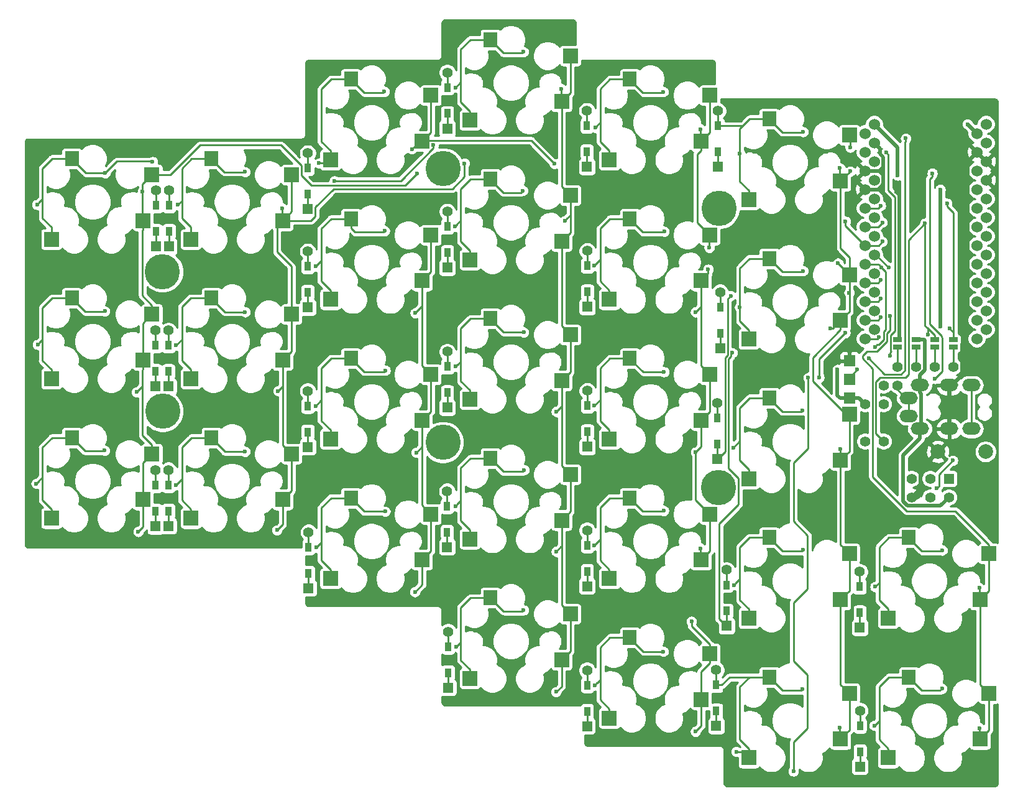
<source format=gbl>
G04 #@! TF.GenerationSoftware,KiCad,Pcbnew,5.1.2*
G04 #@! TF.CreationDate,2019-08-11T11:10:40+09:00*
G04 #@! TF.ProjectId,xenon-e,78656e6f-6e2d-4652-9e6b-696361645f70,rev?*
G04 #@! TF.SameCoordinates,Original*
G04 #@! TF.FileFunction,Copper,L2,Bot*
G04 #@! TF.FilePolarity,Positive*
%FSLAX46Y46*%
G04 Gerber Fmt 4.6, Leading zero omitted, Abs format (unit mm)*
G04 Created by KiCad (PCBNEW 5.1.2) date 2019-08-11 11:10:40*
%MOMM*%
%LPD*%
G04 APERTURE LIST*
%ADD10R,2.000000X2.000000*%
%ADD11R,1.900000X2.000000*%
%ADD12C,4.800000*%
%ADD13C,1.397000*%
%ADD14R,1.397000X1.397000*%
%ADD15R,0.950000X1.300000*%
%ADD16C,1.524000*%
%ADD17R,1.143000X0.635000*%
%ADD18C,2.000000*%
%ADD19O,2.500000X1.700000*%
%ADD20R,1.524000X1.524000*%
%ADD21C,0.600000*%
%ADD22C,0.250000*%
%ADD23C,0.500000*%
%ADD24C,0.254000*%
G04 APERTURE END LIST*
D10*
X100100000Y-54700000D03*
D11*
X89200000Y-52500000D03*
D10*
X98900000Y-60940000D03*
X86400000Y-63480000D03*
D12*
X177300000Y-97270000D03*
X177325000Y-59270000D03*
X139725000Y-91120000D03*
X139750000Y-53870000D03*
X101550000Y-86895000D03*
X101525000Y-67895000D03*
D10*
X119100000Y-54700000D03*
D11*
X108200000Y-52500000D03*
D10*
X117900000Y-60940000D03*
X105400000Y-63480000D03*
X138100000Y-100900000D03*
D11*
X127200000Y-98700000D03*
D10*
X136900000Y-107140000D03*
X124400000Y-109680000D03*
X195100000Y-125300000D03*
D11*
X184200000Y-123100000D03*
D10*
X193900000Y-131540000D03*
X181400000Y-134080000D03*
X176100000Y-119900000D03*
D11*
X165200000Y-117700000D03*
D10*
X174900000Y-126140000D03*
X162400000Y-128680000D03*
X214100000Y-125300000D03*
D11*
X203200000Y-123100000D03*
D10*
X212900000Y-131540000D03*
X200400000Y-134080000D03*
X138100000Y-81900000D03*
D11*
X127200000Y-79700000D03*
D10*
X136900000Y-88140000D03*
X124400000Y-90680000D03*
X157099548Y-38500692D03*
D11*
X146199548Y-36300692D03*
D10*
X155899548Y-44740692D03*
X143399548Y-47280692D03*
X176100000Y-43900000D03*
D11*
X165200000Y-41700000D03*
D10*
X174900000Y-50140000D03*
X162400000Y-52680000D03*
X195100000Y-49300000D03*
D11*
X184200000Y-47100000D03*
D10*
X193900000Y-55540000D03*
X181400000Y-58080000D03*
D13*
X100625000Y-56860000D03*
D14*
X100625000Y-64480000D03*
D15*
X100625000Y-62445000D03*
X100625000Y-58895000D03*
D13*
X102425000Y-56847500D03*
D14*
X102425000Y-64467500D03*
D15*
X102425000Y-62432500D03*
X102425000Y-58882500D03*
D13*
X121325000Y-51760000D03*
D14*
X121325000Y-59380000D03*
D15*
X121325000Y-57345000D03*
X121325000Y-53795000D03*
D13*
X140325000Y-40780000D03*
D14*
X140325000Y-48400000D03*
D15*
X140325000Y-46365000D03*
X140325000Y-42815000D03*
D13*
X159350000Y-46000000D03*
D14*
X159350000Y-53620000D03*
D15*
X159350000Y-51585000D03*
X159350000Y-48035000D03*
D13*
X177200000Y-46010000D03*
D14*
X177200000Y-53630000D03*
D15*
X177200000Y-51595000D03*
X177200000Y-48045000D03*
D13*
X100580000Y-75910000D03*
D14*
X100580000Y-83530000D03*
D15*
X100580000Y-81495000D03*
X100580000Y-77945000D03*
D13*
X102350000Y-75910000D03*
D14*
X102350000Y-83530000D03*
D15*
X102350000Y-81495000D03*
X102350000Y-77945000D03*
D13*
X121325000Y-65135000D03*
D14*
X121325000Y-72755000D03*
D15*
X121325000Y-70720000D03*
X121325000Y-67170000D03*
D13*
X140324548Y-59715692D03*
D14*
X140324548Y-67335692D03*
D15*
X140324548Y-65300692D03*
X140324548Y-61750692D03*
D13*
X159399548Y-65065692D03*
D14*
X159399548Y-72685692D03*
D15*
X159399548Y-70650692D03*
X159399548Y-67100692D03*
D13*
X177500000Y-70690000D03*
D14*
X177500000Y-78310000D03*
D15*
X177500000Y-76275000D03*
X177500000Y-72725000D03*
D13*
X100580000Y-94935000D03*
D14*
X100580000Y-102555000D03*
D15*
X100580000Y-100520000D03*
X100580000Y-96970000D03*
D13*
X102350000Y-94910000D03*
D14*
X102350000Y-102530000D03*
D15*
X102350000Y-100495000D03*
X102350000Y-96945000D03*
D13*
X121325000Y-84135000D03*
D14*
X121325000Y-91755000D03*
D15*
X121325000Y-89720000D03*
X121325000Y-86170000D03*
D13*
X140325000Y-78790000D03*
D14*
X140325000Y-86410000D03*
D15*
X140325000Y-84375000D03*
X140325000Y-80825000D03*
D13*
X159400000Y-84115000D03*
D14*
X159400000Y-91735000D03*
D15*
X159400000Y-89700000D03*
X159400000Y-86150000D03*
D13*
X177076148Y-85757452D03*
D14*
X177076148Y-93377452D03*
D15*
X177076148Y-91342452D03*
X177076148Y-87792452D03*
D13*
X121425000Y-103385000D03*
D14*
X121425000Y-111005000D03*
D15*
X121425000Y-108970000D03*
X121425000Y-105420000D03*
D13*
X140300000Y-97785000D03*
D14*
X140300000Y-105405000D03*
D15*
X140300000Y-103370000D03*
X140300000Y-99820000D03*
D13*
X159375000Y-103110000D03*
D14*
X159375000Y-110730000D03*
D15*
X159375000Y-108695000D03*
X159375000Y-105145000D03*
D13*
X178375000Y-108510000D03*
D14*
X178375000Y-116130000D03*
D15*
X178375000Y-114095000D03*
X178375000Y-110545000D03*
D13*
X196525000Y-108760000D03*
D14*
X196525000Y-116380000D03*
D15*
X196525000Y-114345000D03*
X196525000Y-110795000D03*
D13*
X140450000Y-116910000D03*
D14*
X140450000Y-124530000D03*
D15*
X140450000Y-122495000D03*
X140450000Y-118945000D03*
D13*
X159375000Y-122160000D03*
D14*
X159375000Y-129780000D03*
D15*
X159375000Y-127745000D03*
X159375000Y-124195000D03*
D13*
X176975000Y-122135000D03*
D14*
X176975000Y-129755000D03*
D15*
X176975000Y-127720000D03*
X176975000Y-124170000D03*
D13*
X196550000Y-127660000D03*
D14*
X196550000Y-135280000D03*
D15*
X196550000Y-133245000D03*
X196550000Y-129695000D03*
D10*
X138100000Y-43900000D03*
D11*
X127200000Y-41700000D03*
D10*
X136900000Y-50140000D03*
X124400000Y-52680000D03*
X100100000Y-73700000D03*
D11*
X89200000Y-71500000D03*
D10*
X98900000Y-79940000D03*
X86400000Y-82480000D03*
X119100000Y-73700000D03*
D11*
X108200000Y-71500000D03*
D10*
X117900000Y-79940000D03*
X105400000Y-82480000D03*
X138100000Y-62900000D03*
D11*
X127200000Y-60700000D03*
D10*
X136900000Y-69140000D03*
X124400000Y-71680000D03*
X157100000Y-57500000D03*
D11*
X146200000Y-55300000D03*
D10*
X155900000Y-63740000D03*
X143400000Y-66280000D03*
X176100000Y-62900000D03*
D11*
X165200000Y-60700000D03*
D10*
X174900000Y-69140000D03*
X162400000Y-71680000D03*
X195100000Y-68300000D03*
D11*
X184200000Y-66100000D03*
D10*
X193900000Y-74540000D03*
X181400000Y-77080000D03*
X100100000Y-92700000D03*
D11*
X89200000Y-90500000D03*
D10*
X98900000Y-98940000D03*
X86400000Y-101480000D03*
X119100000Y-92700000D03*
D11*
X108200000Y-90500000D03*
D10*
X117900000Y-98940000D03*
X105400000Y-101480000D03*
X157100000Y-76500000D03*
D11*
X146200000Y-74300000D03*
D10*
X155900000Y-82740000D03*
X143400000Y-85280000D03*
X176100000Y-81900000D03*
D11*
X165200000Y-79700000D03*
D10*
X174900000Y-88140000D03*
X162400000Y-90680000D03*
X195100000Y-87300000D03*
D11*
X184200000Y-85100000D03*
D10*
X193900000Y-93540000D03*
X181400000Y-96080000D03*
X157100000Y-95500000D03*
D11*
X146200000Y-93300000D03*
D10*
X155900000Y-101740000D03*
X143400000Y-104280000D03*
X176100000Y-100900000D03*
D11*
X165200000Y-98700000D03*
D10*
X174900000Y-107140000D03*
X162400000Y-109680000D03*
X195100000Y-106300000D03*
D11*
X184200000Y-104100000D03*
D10*
X193900000Y-112540000D03*
X181400000Y-115080000D03*
X214100000Y-106300000D03*
D11*
X203200000Y-104100000D03*
D10*
X212900000Y-112540000D03*
X200400000Y-115080000D03*
X157100000Y-114500000D03*
D11*
X146200000Y-112300000D03*
D10*
X155900000Y-120740000D03*
X143400000Y-123280000D03*
D14*
X208650000Y-96070000D03*
D13*
X208650000Y-98610000D03*
X206110000Y-96070000D03*
X206110000Y-98610000D03*
X203570000Y-96070000D03*
X203570000Y-98610000D03*
D16*
X213730000Y-47810000D03*
X213730000Y-50350000D03*
X213730000Y-52890000D03*
X213730000Y-55430000D03*
X213730000Y-57970000D03*
X213730000Y-60510000D03*
X213730000Y-63050000D03*
X213730000Y-65590000D03*
X213730000Y-68130000D03*
X213730000Y-70670000D03*
X213730000Y-73210000D03*
X213730000Y-75750000D03*
X198490000Y-75750000D03*
X198490000Y-73210000D03*
X198490000Y-70670000D03*
X198490000Y-68130000D03*
X198490000Y-65590000D03*
X198490000Y-63050000D03*
X198490000Y-60510000D03*
X198490000Y-57970000D03*
X198490000Y-55430000D03*
X198490000Y-52890000D03*
X198490000Y-50350000D03*
X198490000Y-47810000D03*
D13*
X199760000Y-85910000D03*
X199760000Y-90990000D03*
X197220000Y-85910000D03*
X197220000Y-90990000D03*
X209285000Y-80830000D03*
X206745000Y-80830000D03*
X204205000Y-80830000D03*
X201665000Y-80830000D03*
D17*
X209285000Y-77154620D03*
X209285000Y-78155380D03*
X206745000Y-77154620D03*
X206745000Y-78155380D03*
X204205000Y-77154620D03*
X204205000Y-78155380D03*
X201665000Y-77154620D03*
X201665000Y-78155380D03*
D13*
X199760000Y-83370000D03*
X201665000Y-83370000D03*
D16*
X197220000Y-49080000D03*
X197220000Y-51620000D03*
X197220000Y-54160000D03*
X197220000Y-56700000D03*
X197220000Y-59240000D03*
X197220000Y-61780000D03*
X197220000Y-64320000D03*
X197220000Y-66860000D03*
X197220000Y-69400000D03*
X197220000Y-71940000D03*
X197220000Y-74480000D03*
X197220000Y-77020000D03*
X212460000Y-77020000D03*
X212460000Y-74480000D03*
X212460000Y-71940000D03*
X212460000Y-69400000D03*
X212460000Y-66860000D03*
X212460000Y-64320000D03*
X212460000Y-61780000D03*
X212460000Y-59240000D03*
X212460000Y-56700000D03*
X212460000Y-54160000D03*
X212460000Y-51620000D03*
X212460000Y-49080000D03*
D18*
X207150000Y-92400000D03*
X213650000Y-92400000D03*
D19*
X204700000Y-83330000D03*
X203200000Y-87530000D03*
X211700000Y-83330000D03*
X208700000Y-83330000D03*
X211700000Y-89280000D03*
X208700000Y-89280000D03*
X204700000Y-89280000D03*
X203200000Y-85080000D03*
D20*
X195125000Y-85125000D03*
X195125000Y-82585000D03*
X195125000Y-80045000D03*
D21*
X199600000Y-63800000D03*
X124954284Y-55544979D03*
X194578557Y-61048557D03*
X138450000Y-50650010D03*
X93725000Y-54470000D03*
X84450000Y-58770000D03*
X100175000Y-52925000D03*
X112775000Y-54320000D03*
X103625000Y-58795000D03*
X131750000Y-43370000D03*
X122850000Y-53120000D03*
X150700000Y-37970000D03*
X141423856Y-42815000D03*
X169750000Y-43420000D03*
X160492500Y-48282500D03*
X188800000Y-48870000D03*
X180174999Y-51795001D03*
X198600000Y-78120000D03*
X199461244Y-67324188D03*
X93675000Y-73270000D03*
X84525000Y-77820000D03*
X112800000Y-73395000D03*
X103355000Y-77945000D03*
X131800000Y-62345000D03*
X122380000Y-67170000D03*
X150625000Y-56870000D03*
X141360692Y-61750692D03*
X169875000Y-62420000D03*
X160310692Y-67100692D03*
X188800000Y-67795000D03*
X180174999Y-72745001D03*
X178932000Y-71178000D03*
X199399990Y-69004397D03*
X93650000Y-92245000D03*
X84325000Y-96745000D03*
X112775000Y-92395000D03*
X103350000Y-96945000D03*
X131900000Y-81345000D03*
X122380000Y-86170000D03*
X150750000Y-76145000D03*
X141435000Y-80825000D03*
X169850000Y-81545000D03*
X160360000Y-86150000D03*
X188725000Y-86770000D03*
X179281849Y-91838151D03*
X179148501Y-78945000D03*
X199400000Y-71544399D03*
X131875000Y-100545000D03*
X122500000Y-105420000D03*
X150800000Y-94895000D03*
X141430000Y-99820000D03*
X169825000Y-100445000D03*
X160355000Y-105145000D03*
X188750000Y-105795000D03*
X179355000Y-110545000D03*
X208400002Y-58599998D03*
X199374980Y-58912308D03*
X208758058Y-75641942D03*
X205353501Y-77796499D03*
X201700000Y-54785000D03*
X193475000Y-81225000D03*
X207489998Y-56700000D03*
X207475000Y-75375000D03*
X211190000Y-47810000D03*
X210700000Y-77100000D03*
X201525000Y-56970000D03*
X192200000Y-81250000D03*
X186975000Y-75350000D03*
X167900000Y-70925000D03*
X168025000Y-51850000D03*
X149025000Y-65450000D03*
X130025000Y-52625000D03*
X111000000Y-63400000D03*
X168025000Y-109975000D03*
X149050000Y-104625000D03*
X184300000Y-100375000D03*
X191550000Y-100325000D03*
X199750000Y-88700000D03*
X92075000Y-63725000D03*
X91950000Y-82700000D03*
X91875000Y-101800000D03*
X202775000Y-49750000D03*
X197750000Y-79691116D03*
X196195558Y-81245558D03*
X155150000Y-125095004D03*
X155824549Y-42995451D03*
X200450000Y-67325000D03*
X155175000Y-106000000D03*
X155175000Y-86950000D03*
X156355000Y-60970000D03*
X135950000Y-73520000D03*
X136100000Y-92520000D03*
X135925000Y-111495000D03*
X135499411Y-51210467D03*
X154934141Y-53210859D03*
X174150000Y-130495000D03*
X174175000Y-92470000D03*
X174150000Y-73395000D03*
X174825001Y-48495001D03*
X174825001Y-105550001D03*
X176025000Y-64625000D03*
X175875000Y-67575000D03*
X173600000Y-115505000D03*
X209200000Y-93600000D03*
X206999996Y-97400000D03*
X206774376Y-82478529D03*
X206400000Y-54500000D03*
X98225000Y-103295000D03*
X98000000Y-84295000D03*
X136225000Y-54570000D03*
X98825001Y-56974999D03*
X117133058Y-103078058D03*
X117275000Y-84130010D03*
X142675000Y-53145000D03*
X117825001Y-59250001D03*
X195074998Y-70750011D03*
X193825001Y-53795001D03*
X193550000Y-66745000D03*
X192525000Y-75595000D03*
X193850000Y-92020000D03*
X193825001Y-129944999D03*
X195225000Y-54225000D03*
X195225000Y-50975000D03*
X199600000Y-61200000D03*
X205813143Y-76490502D03*
X205424990Y-61311043D03*
X207775000Y-105825000D03*
X198605000Y-110795000D03*
X194550001Y-76225000D03*
X187494999Y-135905001D03*
X199352603Y-74131175D03*
X189499990Y-82325000D03*
X190991942Y-82308058D03*
X150725000Y-113970000D03*
X141555000Y-118945000D03*
X169750000Y-119620000D03*
X160405000Y-124195000D03*
X188725000Y-124695000D03*
X179700000Y-133245000D03*
X207725000Y-124650000D03*
X198505000Y-129695000D03*
X212825001Y-110950001D03*
X212825001Y-130025001D03*
X200650000Y-73950000D03*
X200128241Y-51673792D03*
X200650000Y-79370000D03*
X199153588Y-76823452D03*
D22*
X140325000Y-46365000D02*
X140325000Y-48400000D01*
X159350000Y-51585000D02*
X159350000Y-53620000D01*
X199600000Y-63800000D02*
X199080000Y-64320000D01*
X199080000Y-64320000D02*
X197220000Y-64320000D01*
X102425000Y-62432500D02*
X102425000Y-64467500D01*
X100625000Y-62445000D02*
X100625000Y-64480000D01*
X121325000Y-57345000D02*
X121325000Y-59380000D01*
X194578557Y-61678557D02*
X197220000Y-64320000D01*
X194578557Y-61048557D02*
X194578557Y-61678557D01*
X177200000Y-51595000D02*
X177200000Y-53630000D01*
X133979295Y-55544979D02*
X138450000Y-51074274D01*
X124954284Y-55544979D02*
X133979295Y-55544979D01*
X138450000Y-51074274D02*
X138450000Y-50650010D01*
X100625000Y-56860000D02*
X100625000Y-58895000D01*
X86498998Y-52500000D02*
X89200000Y-52500000D01*
X85174999Y-53823999D02*
X86498998Y-52500000D01*
X86400000Y-61851002D02*
X85174999Y-60626001D01*
X86400000Y-63480000D02*
X86400000Y-61851002D01*
X91120000Y-54470000D02*
X93725000Y-54470000D01*
X89200000Y-52500000D02*
X89200000Y-52550000D01*
X89200000Y-52550000D02*
X91120000Y-54470000D01*
X84450000Y-58770000D02*
X84749999Y-58469999D01*
X84749999Y-58469999D02*
X85174999Y-58044999D01*
X85174999Y-60626001D02*
X85174999Y-58044999D01*
X85174999Y-58044999D02*
X85174999Y-53823999D01*
X100124999Y-52874999D02*
X100175000Y-52925000D01*
X93725000Y-54470000D02*
X95320001Y-52874999D01*
X95320001Y-52874999D02*
X100124999Y-52874999D01*
X102425000Y-56847500D02*
X102425000Y-58882500D01*
X105498998Y-52500000D02*
X108200000Y-52500000D01*
X104174999Y-53823999D02*
X105498998Y-52500000D01*
X105400000Y-63480000D02*
X105400000Y-61851002D01*
X105400000Y-61851002D02*
X104174999Y-60626001D01*
X112769999Y-54325001D02*
X112775000Y-54320000D01*
X109975001Y-54325001D02*
X112769999Y-54325001D01*
X108200000Y-52500000D02*
X108200000Y-52550000D01*
X108200000Y-52550000D02*
X109975001Y-54325001D01*
X104174999Y-58245001D02*
X104174999Y-58144999D01*
X103625000Y-58795000D02*
X104174999Y-58245001D01*
X104174999Y-60626001D02*
X104174999Y-58144999D01*
X104174999Y-58144999D02*
X104174999Y-53823999D01*
X121325000Y-51760000D02*
X121325000Y-53795000D01*
X124498998Y-41700000D02*
X127200000Y-41700000D01*
X123174999Y-43023999D02*
X124498998Y-41700000D01*
X123174999Y-50204999D02*
X123174999Y-43023999D01*
X124400000Y-51430000D02*
X123174999Y-50204999D01*
X124400000Y-52680000D02*
X124400000Y-51430000D01*
X131594999Y-43525001D02*
X131750000Y-43370000D01*
X128975001Y-43525001D02*
X131594999Y-43525001D01*
X127200000Y-41700000D02*
X127200000Y-41750000D01*
X127200000Y-41750000D02*
X128975001Y-43525001D01*
X123960000Y-53120000D02*
X124400000Y-52680000D01*
X122850000Y-53120000D02*
X123960000Y-53120000D01*
X143498546Y-36300692D02*
X146199548Y-36300692D01*
X142174547Y-37624691D02*
X143498546Y-36300692D01*
X143399548Y-46030692D02*
X142174547Y-44805691D01*
X143399548Y-47280692D02*
X143399548Y-46030692D01*
X147974549Y-38125693D02*
X150544307Y-38125693D01*
X150544307Y-38125693D02*
X150700000Y-37970000D01*
X146199548Y-36300692D02*
X146199548Y-36350692D01*
X146199548Y-36350692D02*
X147974549Y-38125693D01*
X140325000Y-40780000D02*
X140325000Y-42815000D01*
X142174547Y-42064309D02*
X142174547Y-42045453D01*
X141423856Y-42815000D02*
X142174547Y-42064309D01*
X142174547Y-44805691D02*
X142174547Y-42045453D01*
X142174547Y-42045453D02*
X142174547Y-37624691D01*
X159350000Y-46000000D02*
X159350000Y-48035000D01*
X162498998Y-41700000D02*
X165200000Y-41700000D01*
X161174999Y-43023999D02*
X162498998Y-41700000D01*
X162400000Y-51430000D02*
X161174999Y-50204999D01*
X162400000Y-52680000D02*
X162400000Y-51430000D01*
X169644999Y-43525001D02*
X169750000Y-43420000D01*
X165200000Y-41700000D02*
X165200000Y-41750000D01*
X166975001Y-43525001D02*
X169644999Y-43525001D01*
X165200000Y-41750000D02*
X166975001Y-43525001D01*
X161174999Y-50204999D02*
X161174999Y-47575001D01*
X160792499Y-47957501D02*
X161174999Y-47575001D01*
X160792499Y-47982501D02*
X160792499Y-47957501D01*
X160492500Y-48282500D02*
X160792499Y-47982501D01*
X161174999Y-47575001D02*
X161174999Y-43023999D01*
X181498998Y-47100000D02*
X184200000Y-47100000D01*
X180174999Y-48423999D02*
X181498998Y-47100000D01*
X181400000Y-56830000D02*
X180174999Y-55604999D01*
X181400000Y-58080000D02*
X181400000Y-56830000D01*
X188744999Y-48925001D02*
X188800000Y-48870000D01*
X185975001Y-48925001D02*
X188744999Y-48925001D01*
X184200000Y-47100000D02*
X184200000Y-47150000D01*
X184200000Y-47150000D02*
X185975001Y-48925001D01*
X177200000Y-46010000D02*
X177200000Y-48045000D01*
X180174999Y-55604999D02*
X180174999Y-51795001D01*
X180174999Y-51795001D02*
X180174999Y-48423999D01*
X180553998Y-48045000D02*
X177200000Y-48045000D01*
X181498998Y-47100000D02*
X180553998Y-48045000D01*
X140324548Y-65300692D02*
X140324548Y-67335692D01*
X159399548Y-70650692D02*
X159399548Y-72685692D01*
X199000000Y-66860000D02*
X197220000Y-66860000D01*
X177500000Y-76275000D02*
X177500000Y-78310000D01*
X102350000Y-81495000D02*
X102350000Y-83530000D01*
X100580000Y-81495000D02*
X100580000Y-83530000D01*
X121325000Y-70720000D02*
X121325000Y-72755000D01*
X199161245Y-67021245D02*
X199000000Y-66860000D01*
X199161245Y-67024189D02*
X199161245Y-67021245D01*
X199461244Y-67324188D02*
X199161245Y-67024189D01*
X198899999Y-77820001D02*
X198600000Y-78120000D01*
X199082041Y-77820001D02*
X198899999Y-77820001D01*
X199778589Y-77123453D02*
X199082041Y-77820001D01*
X199461244Y-67324188D02*
X200025000Y-67887944D01*
X200025000Y-67887944D02*
X200025000Y-75823762D01*
X199778589Y-76070173D02*
X199778589Y-77123453D01*
X200025000Y-75823762D02*
X199778589Y-76070173D01*
X100580000Y-75910000D02*
X100580000Y-77945000D01*
X86498998Y-71500000D02*
X89200000Y-71500000D01*
X85174999Y-72823999D02*
X86498998Y-71500000D01*
X86400000Y-82480000D02*
X86400000Y-81230000D01*
X86400000Y-81230000D02*
X85174999Y-80004999D01*
X93619999Y-73325001D02*
X93675000Y-73270000D01*
X89200000Y-71500000D02*
X89200000Y-71550000D01*
X90975001Y-73325001D02*
X93619999Y-73325001D01*
X89200000Y-71550000D02*
X90975001Y-73325001D01*
X84824999Y-77519999D02*
X85174999Y-77169999D01*
X84525000Y-77820000D02*
X84824999Y-77519999D01*
X85174999Y-80004999D02*
X85174999Y-77169999D01*
X85174999Y-77169999D02*
X85174999Y-72823999D01*
X102350000Y-75910000D02*
X102350000Y-77945000D01*
X105370000Y-71500000D02*
X108200000Y-71500000D01*
X104174999Y-72695001D02*
X105370000Y-71500000D01*
X105400000Y-81230000D02*
X104174999Y-80004999D01*
X105400000Y-82480000D02*
X105400000Y-81230000D01*
X110045000Y-73395000D02*
X112800000Y-73395000D01*
X108200000Y-71500000D02*
X108200000Y-71550000D01*
X108200000Y-71550000D02*
X110045000Y-73395000D01*
X104105001Y-77194999D02*
X104174999Y-77194999D01*
X103355000Y-77945000D02*
X104105001Y-77194999D01*
X104174999Y-80004999D02*
X104174999Y-77194999D01*
X104174999Y-77194999D02*
X104174999Y-72695001D01*
X121325000Y-65135000D02*
X121325000Y-67170000D01*
X124498998Y-60700000D02*
X127200000Y-60700000D01*
X123174999Y-62023999D02*
X124498998Y-60700000D01*
X124400000Y-70430000D02*
X123174999Y-69204999D01*
X124400000Y-71680000D02*
X124400000Y-70430000D01*
X131619999Y-62525001D02*
X131800000Y-62345000D01*
X127200000Y-60700000D02*
X127200000Y-61950000D01*
X127775001Y-62525001D02*
X131619999Y-62525001D01*
X127200000Y-61950000D02*
X127775001Y-62525001D01*
X122679999Y-66870001D02*
X122699997Y-66870001D01*
X122380000Y-67170000D02*
X122679999Y-66870001D01*
X123174999Y-69204999D02*
X123174999Y-66394999D01*
X122699997Y-66870001D02*
X123174999Y-66394999D01*
X123174999Y-66394999D02*
X123174999Y-62023999D01*
X140324548Y-59715692D02*
X140324548Y-61750692D01*
X143498998Y-55300000D02*
X146200000Y-55300000D01*
X142174999Y-56623999D02*
X143498998Y-55300000D01*
X143400000Y-66280000D02*
X143400000Y-65030000D01*
X143400000Y-65030000D02*
X142174999Y-63804999D01*
X150369999Y-57125001D02*
X150625000Y-56870000D01*
X147975001Y-57125001D02*
X150369999Y-57125001D01*
X146200000Y-55300000D02*
X146200000Y-55350000D01*
X146200000Y-55350000D02*
X147975001Y-57125001D01*
X141660691Y-61439307D02*
X142174999Y-60924999D01*
X141660691Y-61450693D02*
X141660691Y-61439307D01*
X141360692Y-61750692D02*
X141660691Y-61450693D01*
X142174999Y-63804999D02*
X142174999Y-60924999D01*
X142174999Y-60924999D02*
X142174999Y-56623999D01*
X159399548Y-65065692D02*
X159399548Y-65075692D01*
X159399548Y-67100692D02*
X159399548Y-65065692D01*
X162498998Y-60700000D02*
X165200000Y-60700000D01*
X161174999Y-62023999D02*
X162498998Y-60700000D01*
X162400000Y-70430000D02*
X161174999Y-69204999D01*
X162400000Y-71680000D02*
X162400000Y-70430000D01*
X169769999Y-62525001D02*
X169875000Y-62420000D01*
X166975001Y-62525001D02*
X169769999Y-62525001D01*
X165200000Y-60700000D02*
X165200000Y-60750000D01*
X165200000Y-60750000D02*
X166975001Y-62525001D01*
X160610691Y-66800693D02*
X160610691Y-66784309D01*
X160610691Y-66784309D02*
X161174999Y-66220001D01*
X160310692Y-67100692D02*
X160610691Y-66800693D01*
X161174999Y-69204999D02*
X161174999Y-66220001D01*
X161174999Y-66220001D02*
X161174999Y-62023999D01*
X177500000Y-72725000D02*
X177500000Y-70690000D01*
X181450000Y-77030000D02*
X181400000Y-77080000D01*
X181498998Y-66100000D02*
X184200000Y-66100000D01*
X180174999Y-67423999D02*
X181498998Y-66100000D01*
X181400000Y-75830000D02*
X180174999Y-74604999D01*
X181400000Y-77080000D02*
X181400000Y-75830000D01*
X185975001Y-67925001D02*
X188669999Y-67925001D01*
X184200000Y-66100000D02*
X184200000Y-66150000D01*
X188669999Y-67925001D02*
X188800000Y-67795000D01*
X184200000Y-66150000D02*
X185975001Y-67925001D01*
X180174999Y-72745001D02*
X180174999Y-67423999D01*
X180174999Y-74604999D02*
X180174999Y-72745001D01*
X140325000Y-84375000D02*
X140325000Y-86410000D01*
X177076148Y-91342452D02*
X177076148Y-93377452D01*
X159400000Y-89700000D02*
X159400000Y-91735000D01*
X159400000Y-89515000D02*
X159400000Y-89149000D01*
X102350000Y-100495000D02*
X102350000Y-102530000D01*
X100580000Y-100520000D02*
X100580000Y-102555000D01*
X121325000Y-89720000D02*
X121325000Y-91755000D01*
X178523501Y-71586499D02*
X178523501Y-79268501D01*
X178932000Y-71178000D02*
X178523501Y-71586499D01*
X178523501Y-79268501D02*
X178199989Y-79592013D01*
X177192548Y-93377452D02*
X177076148Y-93377452D01*
X178199989Y-79592013D02*
X178199989Y-92370011D01*
X178199989Y-92370011D02*
X177192548Y-93377452D01*
X199004387Y-69400000D02*
X199399990Y-69004397D01*
X197220000Y-69400000D02*
X199004387Y-69400000D01*
X100580000Y-96970000D02*
X100580000Y-94935000D01*
X86498998Y-90500000D02*
X89200000Y-90500000D01*
X85174999Y-91823999D02*
X86498998Y-90500000D01*
X86400000Y-100230000D02*
X85174999Y-99004999D01*
X86400000Y-101480000D02*
X86400000Y-100230000D01*
X90975001Y-92325001D02*
X93569999Y-92325001D01*
X93569999Y-92325001D02*
X93650000Y-92245000D01*
X89200000Y-90500000D02*
X89200000Y-90550000D01*
X89200000Y-90550000D02*
X90975001Y-92325001D01*
X84624999Y-96445001D02*
X84624999Y-96419999D01*
X84325000Y-96745000D02*
X84624999Y-96445001D01*
X84624999Y-96419999D02*
X85174999Y-95869999D01*
X85174999Y-99004999D02*
X85174999Y-95869999D01*
X85174999Y-95869999D02*
X85174999Y-91823999D01*
X102350000Y-94910000D02*
X102350000Y-96945000D01*
X105498998Y-90500000D02*
X108200000Y-90500000D01*
X104174999Y-91823999D02*
X105498998Y-90500000D01*
X105400000Y-100230000D02*
X104174999Y-99004999D01*
X105400000Y-101480000D02*
X105400000Y-100230000D01*
X110045000Y-92395000D02*
X112775000Y-92395000D01*
X108200000Y-90500000D02*
X108200000Y-90550000D01*
X108200000Y-90550000D02*
X110045000Y-92395000D01*
X103350000Y-96945000D02*
X104174999Y-96120001D01*
X104174999Y-99004999D02*
X104174999Y-96120001D01*
X104174999Y-96120001D02*
X104174999Y-91823999D01*
X121325000Y-84135000D02*
X121325000Y-86170000D01*
X124498998Y-79700000D02*
X127200000Y-79700000D01*
X123174999Y-81023999D02*
X124498998Y-79700000D01*
X124400000Y-89430000D02*
X123174999Y-88204999D01*
X124400000Y-90680000D02*
X124400000Y-89430000D01*
X131719999Y-81525001D02*
X131900000Y-81345000D01*
X128975001Y-81525001D02*
X131719999Y-81525001D01*
X127200000Y-79700000D02*
X127200000Y-79750000D01*
X127200000Y-79750000D02*
X128975001Y-81525001D01*
X123080001Y-85469999D02*
X123174999Y-85469999D01*
X123174999Y-88204999D02*
X123174999Y-85469999D01*
X122380000Y-86170000D02*
X123080001Y-85469999D01*
X123174999Y-85469999D02*
X123174999Y-81023999D01*
X140325000Y-78790000D02*
X140325000Y-80825000D01*
X143498998Y-74300000D02*
X146200000Y-74300000D01*
X142174999Y-75623999D02*
X143498998Y-74300000D01*
X143400000Y-84030000D02*
X142174999Y-82804999D01*
X143400000Y-85280000D02*
X143400000Y-84030000D01*
X147995000Y-76145000D02*
X150750000Y-76145000D01*
X146200000Y-74300000D02*
X146200000Y-74350000D01*
X146200000Y-74350000D02*
X147995000Y-76145000D01*
X141734999Y-80525001D02*
X141769999Y-80525001D01*
X141769999Y-80525001D02*
X142174999Y-80120001D01*
X141435000Y-80825000D02*
X141734999Y-80525001D01*
X142174999Y-82804999D02*
X142174999Y-80120001D01*
X142174999Y-80120001D02*
X142174999Y-75623999D01*
X159400000Y-84115000D02*
X159400000Y-86150000D01*
X162498998Y-79700000D02*
X165200000Y-79700000D01*
X161174999Y-81023999D02*
X162498998Y-79700000D01*
X162400000Y-89430000D02*
X161174999Y-88204999D01*
X162400000Y-90680000D02*
X162400000Y-89430000D01*
X165200000Y-79700000D02*
X165200000Y-79750000D01*
X166995000Y-81545000D02*
X169850000Y-81545000D01*
X165200000Y-79750000D02*
X166995000Y-81545000D01*
X161174999Y-85335001D02*
X161174999Y-85320001D01*
X160360000Y-86150000D02*
X161174999Y-85335001D01*
X161174999Y-88204999D02*
X161174999Y-85320001D01*
X161174999Y-85320001D02*
X161174999Y-81023999D01*
X177076148Y-85757452D02*
X177076148Y-87792452D01*
X181498998Y-85100000D02*
X184200000Y-85100000D01*
X180174999Y-86423999D02*
X181498998Y-85100000D01*
X181400000Y-94830000D02*
X180174999Y-93604999D01*
X181400000Y-96080000D02*
X181400000Y-94830000D01*
X185975001Y-86925001D02*
X188569999Y-86925001D01*
X184200000Y-85100000D02*
X184200000Y-85150000D01*
X188569999Y-86925001D02*
X188725000Y-86770000D01*
X184200000Y-85150000D02*
X185975001Y-86925001D01*
X180174999Y-93604999D02*
X180174999Y-91270001D01*
X180174999Y-91270001D02*
X180174999Y-91970001D01*
X180174999Y-90945001D02*
X179281849Y-91838151D01*
X180174999Y-90920001D02*
X180174999Y-90945001D01*
X180174999Y-91270001D02*
X180174999Y-90920001D01*
X180174999Y-90920001D02*
X180174999Y-86423999D01*
X140300000Y-103370000D02*
X140300000Y-105405000D01*
X159375000Y-108695000D02*
X159375000Y-110730000D01*
X178375000Y-114095000D02*
X178375000Y-116130000D01*
X121425000Y-108970000D02*
X121425000Y-111005000D01*
X196525000Y-114345000D02*
X196525000Y-116380000D01*
X178375000Y-115920000D02*
X178375000Y-116130000D01*
X178285000Y-116130000D02*
X178375000Y-116130000D01*
X177351499Y-115196499D02*
X178285000Y-116130000D01*
X177351499Y-102225001D02*
X177351499Y-115196499D01*
X180025001Y-96011999D02*
X180025001Y-99560001D01*
X177360001Y-102225001D02*
X177351499Y-102225001D01*
X180025001Y-99560001D02*
X177360001Y-102225001D01*
X178973512Y-79119989D02*
X178973512Y-79454901D01*
X179148501Y-78945000D02*
X178973512Y-79119989D01*
X178973512Y-79454901D02*
X178650000Y-79778413D01*
X178650000Y-79778413D02*
X178650000Y-94636998D01*
X178650000Y-94636998D02*
X180025001Y-96011999D01*
X197220000Y-71940000D02*
X199004399Y-71940000D01*
X199004399Y-71940000D02*
X199400000Y-71544399D01*
X121425000Y-103385000D02*
X121425000Y-105420000D01*
X124498998Y-98700000D02*
X127200000Y-98700000D01*
X123174999Y-100023999D02*
X124498998Y-98700000D01*
X124400000Y-108430000D02*
X123174999Y-107204999D01*
X124400000Y-109680000D02*
X124400000Y-108430000D01*
X128995000Y-100545000D02*
X131875000Y-100545000D01*
X127200000Y-98700000D02*
X127200000Y-98750000D01*
X127200000Y-98750000D02*
X128995000Y-100545000D01*
X122799999Y-105095001D02*
X123174999Y-104720001D01*
X122799999Y-105120001D02*
X122799999Y-105095001D01*
X122500000Y-105420000D02*
X122799999Y-105120001D01*
X123174999Y-107204999D02*
X123174999Y-104720001D01*
X123174999Y-104720001D02*
X123174999Y-100023999D01*
X140300000Y-97785000D02*
X140300000Y-99820000D01*
X143498998Y-93300000D02*
X146200000Y-93300000D01*
X142174999Y-94623999D02*
X143498998Y-93300000D01*
X143400000Y-103030000D02*
X142174999Y-101804999D01*
X143400000Y-104280000D02*
X143400000Y-103030000D01*
X147975001Y-95125001D02*
X150569999Y-95125001D01*
X146200000Y-93300000D02*
X146200000Y-93350000D01*
X150569999Y-95125001D02*
X150800000Y-94895000D01*
X146200000Y-93350000D02*
X147975001Y-95125001D01*
X141430000Y-99820000D02*
X141729999Y-99520001D01*
X141749997Y-99520001D02*
X142174999Y-99094999D01*
X141729999Y-99520001D02*
X141749997Y-99520001D01*
X142174999Y-101804999D02*
X142174999Y-99094999D01*
X142174999Y-99094999D02*
X142174999Y-94623999D01*
X159375000Y-103110000D02*
X159375000Y-103364000D01*
X159375000Y-103110000D02*
X159424000Y-103110000D01*
X159375000Y-105145000D02*
X159375000Y-105320000D01*
X159375000Y-105145000D02*
X159375000Y-103110000D01*
X162498998Y-98700000D02*
X165200000Y-98700000D01*
X162400000Y-108430000D02*
X161174999Y-107204999D01*
X161174999Y-100023999D02*
X162498998Y-98700000D01*
X162400000Y-109680000D02*
X162400000Y-108430000D01*
X169744999Y-100525001D02*
X169825000Y-100445000D01*
X166975001Y-100525001D02*
X169744999Y-100525001D01*
X165200000Y-98700000D02*
X165200000Y-98750000D01*
X165200000Y-98750000D02*
X166975001Y-100525001D01*
X160654999Y-104839999D02*
X161174999Y-104319999D01*
X160654999Y-104845001D02*
X160654999Y-104839999D01*
X160355000Y-105145000D02*
X160654999Y-104845001D01*
X161174999Y-107204999D02*
X161174999Y-104319999D01*
X161174999Y-104319999D02*
X161174999Y-100023999D01*
X178375000Y-108510000D02*
X178375000Y-110545000D01*
X181498998Y-104100000D02*
X184200000Y-104100000D01*
X180174999Y-105423999D02*
X181498998Y-104100000D01*
X181400000Y-113830000D02*
X180174999Y-112604999D01*
X181400000Y-115080000D02*
X181400000Y-113830000D01*
X188619999Y-105925001D02*
X188750000Y-105795000D01*
X185975001Y-105925001D02*
X188619999Y-105925001D01*
X184200000Y-104100000D02*
X184200000Y-104150000D01*
X184200000Y-104150000D02*
X185975001Y-105925001D01*
X179654999Y-110240001D02*
X180174999Y-109720001D01*
X179355000Y-110545000D02*
X179654999Y-110245001D01*
X180174999Y-112604999D02*
X180174999Y-109720001D01*
X179654999Y-110245001D02*
X179654999Y-110240001D01*
X180174999Y-109720001D02*
X180174999Y-105423999D01*
X209285000Y-77154620D02*
X209154620Y-77154620D01*
X199047288Y-59240000D02*
X199374980Y-58912308D01*
X198297630Y-59240000D02*
X197220000Y-59240000D01*
X197220000Y-59240000D02*
X199047288Y-59240000D01*
X208400002Y-59024262D02*
X208400002Y-58599998D01*
X209285000Y-77154620D02*
X209285000Y-59909260D01*
X209285000Y-59909260D02*
X208400002Y-59024262D01*
X209285000Y-77154620D02*
X209285000Y-76168884D01*
X209285000Y-76168884D02*
X208758058Y-75641942D01*
D23*
X204900010Y-84541519D02*
X204900010Y-89079990D01*
X204700000Y-84341509D02*
X204900010Y-84541519D01*
X204900010Y-89079990D02*
X204700000Y-89280000D01*
X204700000Y-83330000D02*
X204700000Y-84341509D01*
X204700000Y-90630000D02*
X204700000Y-89280000D01*
X202421499Y-92908501D02*
X204700000Y-90630000D01*
X202421499Y-99161281D02*
X202421499Y-92908501D01*
X203018719Y-99758501D02*
X202421499Y-99161281D01*
X207501499Y-99758501D02*
X203018719Y-99758501D01*
X208650000Y-98610000D02*
X207501499Y-99758501D01*
X212460000Y-49080000D02*
X211190000Y-47810000D01*
X196435000Y-85125000D02*
X197220000Y-85910000D01*
X195125000Y-85125000D02*
X196435000Y-85125000D01*
X205276500Y-77154620D02*
X204205000Y-77154620D01*
X205353501Y-77231621D02*
X205276500Y-77154620D01*
X204700000Y-81980000D02*
X205353501Y-81326499D01*
X204700000Y-83330000D02*
X204700000Y-81980000D01*
X205353501Y-77796499D02*
X205353501Y-77231621D01*
X205353501Y-81326499D02*
X205353501Y-77796499D01*
X198490000Y-47810000D02*
X201700000Y-51020000D01*
X201700000Y-51020000D02*
X201700000Y-54785000D01*
X193475000Y-84737000D02*
X193475000Y-81225000D01*
X195125000Y-85125000D02*
X193863000Y-85125000D01*
X193863000Y-85125000D02*
X193475000Y-84737000D01*
X207489998Y-56700000D02*
X207489998Y-75360002D01*
X207489998Y-75360002D02*
X207475000Y-75375000D01*
X207150000Y-92400000D02*
X204800000Y-94750000D01*
X204800000Y-94750000D02*
X204800000Y-98200000D01*
X204800000Y-98200000D02*
X204390000Y-98610000D01*
X204390000Y-98610000D02*
X203570000Y-98610000D01*
X208700000Y-83330000D02*
X209100000Y-83330000D01*
X209100000Y-83330000D02*
X210499999Y-81930001D01*
X210499999Y-81930001D02*
X210499999Y-77724265D01*
X210499999Y-77724265D02*
X210700000Y-77524264D01*
X210700000Y-77524264D02*
X210700000Y-77100000D01*
X210700000Y-77100000D02*
X210700000Y-74446238D01*
X210700000Y-74446238D02*
X211247999Y-73898239D01*
X211247999Y-73898239D02*
X211247999Y-52832001D01*
X211247999Y-52832001D02*
X212460000Y-51620000D01*
X199702001Y-52308239D02*
X199702001Y-54200000D01*
X199702001Y-54200000D02*
X199702001Y-56011761D01*
X197220000Y-54160000D02*
X199662001Y-54160000D01*
X199662001Y-54160000D02*
X199702001Y-54200000D01*
X198490000Y-50350000D02*
X199251999Y-51111999D01*
X199013762Y-56700000D02*
X197220000Y-56700000D01*
X199251999Y-51111999D02*
X199251999Y-51858237D01*
X199251999Y-51858237D02*
X199702001Y-52308239D01*
X199702001Y-56011761D02*
X199013762Y-56700000D01*
X208700000Y-89280000D02*
X208700000Y-83330000D01*
X201950000Y-57395000D02*
X201525000Y-56970000D01*
X201665000Y-77154620D02*
X201950000Y-76869620D01*
X201950000Y-76869620D02*
X201950000Y-57395000D01*
D22*
X202775000Y-50174264D02*
X202688501Y-50260763D01*
X202775000Y-49750000D02*
X202775000Y-50174264D01*
X202688501Y-50260763D02*
X202688501Y-81321281D01*
X202688501Y-81321281D02*
X202156281Y-81853501D01*
X195410000Y-82300000D02*
X195125000Y-82585000D01*
X202156281Y-81853501D02*
X199912385Y-81853501D01*
X199912385Y-81853501D02*
X197750000Y-79691116D01*
X195125000Y-82585000D02*
X195125000Y-82316116D01*
X195125000Y-82316116D02*
X196195558Y-81245558D01*
X157099548Y-43540692D02*
X155899548Y-44740692D01*
X157099548Y-38500692D02*
X157099548Y-43540692D01*
X155899548Y-56299548D02*
X157100000Y-57500000D01*
X157100000Y-62540000D02*
X155900000Y-63740000D01*
X155900000Y-75300000D02*
X157100000Y-76500000D01*
X157100000Y-81540000D02*
X155900000Y-82740000D01*
X157100000Y-76500000D02*
X157100000Y-81540000D01*
X155900000Y-94300000D02*
X157100000Y-95500000D01*
X157100000Y-100540000D02*
X155900000Y-101740000D01*
X157100000Y-95500000D02*
X157100000Y-100540000D01*
X155900000Y-113300000D02*
X157100000Y-114500000D01*
X157100000Y-119540000D02*
X155900000Y-120740000D01*
X157100000Y-114500000D02*
X157100000Y-119540000D01*
X155899548Y-48245452D02*
X155899548Y-48194548D01*
X155899548Y-44740692D02*
X155899548Y-48194548D01*
X155899548Y-48194548D02*
X155899548Y-56299548D01*
X155900000Y-63740000D02*
X155900000Y-75300000D01*
X155900000Y-124345004D02*
X155150000Y-125095004D01*
X155900000Y-120740000D02*
X155900000Y-124345004D01*
X155824549Y-44665693D02*
X155899548Y-44740692D01*
X155824549Y-42995451D02*
X155824549Y-44665693D01*
X157100000Y-60200000D02*
X157100000Y-62540000D01*
X198715000Y-65590000D02*
X198490000Y-65590000D01*
X200450000Y-67325000D02*
X198715000Y-65590000D01*
X155175000Y-106000000D02*
X155800000Y-105375000D01*
X155800000Y-105375000D02*
X155900000Y-105375000D01*
X155900000Y-101740000D02*
X155900000Y-105375000D01*
X155900000Y-105375000D02*
X155900000Y-113300000D01*
X155900000Y-86225000D02*
X155900000Y-86175000D01*
X155175000Y-86950000D02*
X155900000Y-86225000D01*
X155900000Y-82740000D02*
X155900000Y-86175000D01*
X155900000Y-86175000D02*
X155900000Y-94300000D01*
X156654999Y-60645001D02*
X157100000Y-60200000D01*
X156654999Y-60670001D02*
X156654999Y-60645001D01*
X156355000Y-60970000D02*
X156654999Y-60670001D01*
X157100000Y-57500000D02*
X157100000Y-60200000D01*
X138100000Y-48940000D02*
X136900000Y-50140000D01*
X138100000Y-43900000D02*
X138100000Y-48940000D01*
X138100000Y-67940000D02*
X136900000Y-69140000D01*
X138100000Y-62900000D02*
X138100000Y-67940000D01*
X136900000Y-80700000D02*
X138100000Y-81900000D01*
X138100000Y-86940000D02*
X136900000Y-88140000D01*
X138100000Y-81900000D02*
X138100000Y-86940000D01*
X136900000Y-99700000D02*
X138100000Y-100900000D01*
X138100000Y-105940000D02*
X136900000Y-107140000D01*
X138100000Y-100900000D02*
X138100000Y-105940000D01*
X136900000Y-72495000D02*
X136900000Y-72570000D01*
X136900000Y-72495000D02*
X136900000Y-80700000D01*
X136900000Y-72570000D02*
X135950000Y-73520000D01*
X136900000Y-69140000D02*
X136900000Y-72495000D01*
X136900000Y-91720000D02*
X136100000Y-92520000D01*
X136900000Y-91320000D02*
X136900000Y-99700000D01*
X136900000Y-91320000D02*
X136900000Y-91720000D01*
X136900000Y-88140000D02*
X136900000Y-91320000D01*
X136900000Y-107140000D02*
X136900000Y-110520000D01*
X136900000Y-110520000D02*
X135925000Y-111495000D01*
X136900000Y-50140000D02*
X136569878Y-50140000D01*
X136569878Y-50140000D02*
X135499411Y-51210467D01*
X137105000Y-50140000D02*
X137725000Y-49520000D01*
X136900000Y-50140000D02*
X137105000Y-50140000D01*
X137725000Y-49520000D02*
X137775000Y-49570000D01*
X151748282Y-50025000D02*
X154934141Y-53210859D01*
X137015000Y-50025000D02*
X151748282Y-50025000D01*
X136900000Y-50140000D02*
X137015000Y-50025000D01*
X176100000Y-48940000D02*
X174900000Y-50140000D01*
X176100000Y-43900000D02*
X176100000Y-48940000D01*
X174900000Y-80700000D02*
X176100000Y-81900000D01*
X176100000Y-86940000D02*
X174900000Y-88140000D01*
X176100000Y-81900000D02*
X176100000Y-86940000D01*
X176100000Y-105940000D02*
X174900000Y-107140000D01*
X176100000Y-100900000D02*
X176100000Y-105940000D01*
X174900000Y-122350000D02*
X174900000Y-126140000D01*
X176100000Y-121150000D02*
X174900000Y-122350000D01*
X176100000Y-119900000D02*
X176100000Y-121150000D01*
X174900000Y-126140000D02*
X174900000Y-129745000D01*
X174900000Y-129745000D02*
X174150000Y-130495000D01*
X174175000Y-92470000D02*
X174900000Y-91745000D01*
X174900000Y-88140000D02*
X174900000Y-91745000D01*
X174900000Y-72645000D02*
X174900000Y-72545000D01*
X174150000Y-73395000D02*
X174900000Y-72645000D01*
X174900000Y-69140000D02*
X174900000Y-72545000D01*
X174900000Y-72545000D02*
X174900000Y-80700000D01*
X174825001Y-50065001D02*
X174900000Y-50140000D01*
X174825001Y-48495001D02*
X174825001Y-50065001D01*
X174175000Y-98975000D02*
X176100000Y-100900000D01*
X174175000Y-92470000D02*
X174175000Y-98975000D01*
X174400000Y-61200000D02*
X176100000Y-62900000D01*
X174400000Y-51890000D02*
X174400000Y-61200000D01*
X174900000Y-51390000D02*
X174400000Y-51890000D01*
X174900000Y-50140000D02*
X174900000Y-51390000D01*
X206200000Y-95980000D02*
X206110000Y-96070000D01*
X206200000Y-95600000D02*
X206200000Y-95980000D01*
X174825001Y-107065001D02*
X174900000Y-107140000D01*
X174825001Y-105550001D02*
X174825001Y-107065001D01*
X176025000Y-62975000D02*
X176100000Y-62900000D01*
X176025000Y-64625000D02*
X176025000Y-62975000D01*
X175875000Y-68165000D02*
X174900000Y-69140000D01*
X175875000Y-67575000D02*
X175875000Y-68165000D01*
X173600000Y-116150000D02*
X173600000Y-115505000D01*
X176100000Y-119900000D02*
X176100000Y-118650000D01*
X176100000Y-118650000D02*
X173600000Y-116150000D01*
X207299995Y-95500005D02*
X209200000Y-93600000D01*
X207299995Y-97100001D02*
X207299995Y-95500005D01*
X206999996Y-97400000D02*
X207299995Y-97100001D01*
X213500000Y-92550000D02*
X213650000Y-92400000D01*
X207768501Y-81484404D02*
X206774376Y-82478529D01*
X207768501Y-76893505D02*
X207768501Y-81484404D01*
X206400000Y-54924264D02*
X206050000Y-55274264D01*
X206400000Y-54500000D02*
X206400000Y-54924264D01*
X206050000Y-55274264D02*
X206050000Y-75067809D01*
X207641501Y-76659310D02*
X207641501Y-76766505D01*
X207641501Y-76766505D02*
X207768501Y-76893505D01*
X206050000Y-75067809D02*
X207641501Y-76659310D01*
X98900000Y-98940000D02*
X98900000Y-102620000D01*
X98900000Y-102620000D02*
X98225000Y-103295000D01*
X98900000Y-74900000D02*
X98900000Y-79940000D01*
X100100000Y-73700000D02*
X98900000Y-74900000D01*
X98900000Y-93900000D02*
X98900000Y-98940000D01*
X100100000Y-92700000D02*
X98900000Y-93900000D01*
X98900000Y-62190000D02*
X98799999Y-62290001D01*
X100100000Y-72450000D02*
X100100000Y-73700000D01*
X98799999Y-71149999D02*
X100100000Y-72450000D01*
X98900000Y-60940000D02*
X98900000Y-62190000D01*
X98799999Y-64370001D02*
X98799999Y-64350001D01*
X98799999Y-62290001D02*
X98799999Y-64350001D01*
X98799999Y-64350001D02*
X98799999Y-71149999D01*
X100100000Y-91450000D02*
X100100000Y-92700000D01*
X98824999Y-90174999D02*
X100100000Y-91450000D01*
X98900000Y-81190000D02*
X98824999Y-81265001D01*
X98900000Y-79940000D02*
X98900000Y-81190000D01*
X98299999Y-83995001D02*
X98299999Y-83975001D01*
X98299999Y-83975001D02*
X98824999Y-83450001D01*
X98000000Y-84295000D02*
X98299999Y-83995001D01*
X98824999Y-81265001D02*
X98824999Y-83450001D01*
X98824999Y-83450001D02*
X98824999Y-90174999D01*
X102625000Y-54700000D02*
X100100000Y-54700000D01*
X117660001Y-50674999D02*
X106650001Y-50674999D01*
X136225000Y-54570000D02*
X134625011Y-56169989D01*
X134625011Y-56169989D02*
X121774989Y-56169989D01*
X121774989Y-56169989D02*
X120425001Y-54820001D01*
X120425001Y-54820001D02*
X120425001Y-53439999D01*
X106650001Y-50674999D02*
X102625000Y-54700000D01*
X120425001Y-53439999D02*
X117660001Y-50674999D01*
X100100000Y-54700000D02*
X98825001Y-55974999D01*
X98825001Y-60865001D02*
X98900000Y-60940000D01*
X98825001Y-55974999D02*
X98825001Y-56974999D01*
X98825001Y-56974999D02*
X98825001Y-60865001D01*
X119100000Y-59740000D02*
X117900000Y-60940000D01*
X119100000Y-54700000D02*
X119100000Y-59740000D01*
X118679449Y-73279449D02*
X119100000Y-73700000D01*
X119100000Y-78740000D02*
X117900000Y-79940000D01*
X119100000Y-73700000D02*
X119100000Y-78740000D01*
X117900000Y-91500000D02*
X119100000Y-92700000D01*
X119100000Y-97740000D02*
X117900000Y-98940000D01*
X119100000Y-92700000D02*
X119100000Y-97740000D01*
X117900000Y-102311116D02*
X117900000Y-98940000D01*
X117133058Y-103078058D02*
X117900000Y-102311116D01*
X117900000Y-82795000D02*
X117900000Y-83505010D01*
X117900000Y-83505010D02*
X117275000Y-84130010D01*
X117900000Y-82795000D02*
X117900000Y-91500000D01*
X117900000Y-79940000D02*
X117900000Y-82795000D01*
X117125000Y-61715000D02*
X117900000Y-60940000D01*
X117125000Y-65195000D02*
X117125000Y-61715000D01*
X119100000Y-67170000D02*
X119100000Y-73700000D01*
X117125000Y-65195000D02*
X119100000Y-67170000D01*
X121747002Y-60940000D02*
X117900000Y-60940000D01*
X122348501Y-60338501D02*
X121747002Y-60940000D01*
X142675000Y-54978002D02*
X141033002Y-56620000D01*
X142675000Y-53145000D02*
X142675000Y-54978002D01*
X141033002Y-56620000D02*
X124875000Y-56620000D01*
X124875000Y-56620000D02*
X122348501Y-59146499D01*
X122348501Y-59146499D02*
X122348501Y-60338501D01*
X117825001Y-60865001D02*
X117900000Y-60940000D01*
X117825001Y-59250001D02*
X117825001Y-60865001D01*
X194025020Y-74823872D02*
X194025020Y-75248136D01*
X195100000Y-54340000D02*
X193900000Y-55540000D01*
X195150032Y-65925030D02*
X195150032Y-68300000D01*
X193900000Y-55540000D02*
X193900000Y-64674998D01*
X193900000Y-64674998D02*
X195150032Y-65925030D01*
X195100000Y-73340000D02*
X193900000Y-74540000D01*
X195100000Y-68300000D02*
X195100000Y-70895000D01*
X195100000Y-70895000D02*
X195100000Y-73340000D01*
X195100000Y-70775013D02*
X195074998Y-70750011D01*
X195100000Y-70895000D02*
X195100000Y-70775013D01*
X195100000Y-92340000D02*
X193900000Y-93540000D01*
X195100000Y-87300000D02*
X195100000Y-92340000D01*
X193900000Y-105100000D02*
X195100000Y-106300000D01*
X193900000Y-93540000D02*
X193900000Y-105100000D01*
X195100000Y-111340000D02*
X193900000Y-112540000D01*
X195100000Y-106300000D02*
X195100000Y-111340000D01*
X193900000Y-124100000D02*
X195100000Y-125300000D01*
X193900000Y-112540000D02*
X193900000Y-124100000D01*
X195100000Y-130340000D02*
X193900000Y-131540000D01*
X195100000Y-125300000D02*
X195100000Y-130340000D01*
X193825001Y-55465001D02*
X193900000Y-55540000D01*
X193825001Y-53795001D02*
X193825001Y-55465001D01*
X193550000Y-66750000D02*
X195100000Y-68300000D01*
X193550000Y-66745000D02*
X193550000Y-66750000D01*
X192845000Y-75595000D02*
X193900000Y-74540000D01*
X192525000Y-75595000D02*
X192845000Y-75595000D01*
X193850000Y-93490000D02*
X193900000Y-93540000D01*
X193850000Y-92020000D02*
X193850000Y-93490000D01*
X193825001Y-131465001D02*
X193900000Y-131540000D01*
X193825001Y-129944999D02*
X193825001Y-131465001D01*
X195100000Y-54340000D02*
X195110000Y-54340000D01*
X195110000Y-54340000D02*
X195225000Y-54225000D01*
X195225000Y-49425000D02*
X195100000Y-49300000D01*
X195225000Y-50975000D02*
X195225000Y-49425000D01*
X194599988Y-87300000D02*
X195100000Y-87300000D01*
X190125000Y-82825012D02*
X194599988Y-87300000D01*
X190125000Y-79565000D02*
X190125000Y-82825012D01*
X193900000Y-74540000D02*
X193900000Y-75790000D01*
X193900000Y-75790000D02*
X190125000Y-79565000D01*
X206745000Y-77154620D02*
X206491000Y-77154620D01*
X206745000Y-76587120D02*
X205731493Y-75573613D01*
X206745000Y-77154620D02*
X206745000Y-76587120D01*
X199020000Y-61780000D02*
X197220000Y-61780000D01*
X199600000Y-61200000D02*
X199020000Y-61780000D01*
X205813143Y-75655263D02*
X205813143Y-76490502D01*
X205731493Y-75573613D02*
X205813143Y-75655263D01*
X205424990Y-75267110D02*
X205424990Y-61311043D01*
X203164000Y-63572033D02*
X205424990Y-61311043D01*
X205731493Y-75573613D02*
X205424990Y-75267110D01*
X199290218Y-82325000D02*
X202725000Y-82325000D01*
X202725000Y-82325000D02*
X203164000Y-81886000D01*
X203164000Y-81886000D02*
X203164000Y-63572033D01*
X198736499Y-82878719D02*
X199290218Y-82325000D01*
X199760000Y-90990000D02*
X198736499Y-89966499D01*
X198736499Y-89966499D02*
X198736499Y-82878719D01*
X196525000Y-108760000D02*
X196525000Y-110795000D01*
X200498998Y-104100000D02*
X203200000Y-104100000D01*
X199174999Y-105423999D02*
X200498998Y-104100000D01*
X200400000Y-115080000D02*
X200400000Y-113830000D01*
X200400000Y-113830000D02*
X199174999Y-112604999D01*
X207674999Y-105925001D02*
X207775000Y-105825000D01*
X204975001Y-105925001D02*
X207674999Y-105925001D01*
X203200000Y-104100000D02*
X203200000Y-104150000D01*
X203200000Y-104150000D02*
X204975001Y-105925001D01*
X198605000Y-110795000D02*
X199174999Y-110225001D01*
X199174999Y-112604999D02*
X199174999Y-110225001D01*
X199174999Y-110225001D02*
X199174999Y-105423999D01*
X140450000Y-122495000D02*
X140450000Y-124530000D01*
X196550000Y-133245000D02*
X196550000Y-135280000D01*
X159375000Y-129780000D02*
X159375000Y-127745000D01*
X176975000Y-129755000D02*
X176975000Y-127720000D01*
X199003778Y-74480000D02*
X197220000Y-74480000D01*
X199352603Y-74131175D02*
X199003778Y-74480000D01*
X189350001Y-122748999D02*
X187494999Y-120893997D01*
X187494999Y-131946003D02*
X189350001Y-130091001D01*
X189375001Y-103773999D02*
X187494999Y-101893997D01*
X187494999Y-135905001D02*
X187494999Y-131946003D01*
X187494999Y-101893997D02*
X187494999Y-93946003D01*
X189375001Y-111066001D02*
X189375001Y-103773999D01*
X189499990Y-91941012D02*
X189499990Y-82325000D01*
X187494999Y-93946003D02*
X189499990Y-91941012D01*
X187494999Y-120893997D02*
X187494999Y-112946003D01*
X187494999Y-112946003D02*
X189375001Y-111066001D01*
X189350001Y-130091001D02*
X189350001Y-122748999D01*
X194550001Y-76225000D02*
X190991942Y-79783059D01*
X190991942Y-79783059D02*
X190991942Y-82308058D01*
X140450000Y-116910000D02*
X140450000Y-118945000D01*
X143498998Y-112300000D02*
X146200000Y-112300000D01*
X143400000Y-122030000D02*
X142174999Y-120804999D01*
X142174999Y-113623999D02*
X143498998Y-112300000D01*
X143400000Y-123280000D02*
X143400000Y-122030000D01*
X150569999Y-114125001D02*
X150725000Y-113970000D01*
X147975001Y-114125001D02*
X150569999Y-114125001D01*
X146200000Y-112300000D02*
X146200000Y-112350000D01*
X146200000Y-112350000D02*
X147975001Y-114125001D01*
X141874997Y-118645001D02*
X142174999Y-118344999D01*
X142174999Y-120804999D02*
X142174999Y-118344999D01*
X141854999Y-118645001D02*
X141874997Y-118645001D01*
X141555000Y-118945000D02*
X141854999Y-118645001D01*
X142174999Y-118344999D02*
X142174999Y-113623999D01*
X159375000Y-124195000D02*
X159375000Y-124345000D01*
X159375000Y-124195000D02*
X159695500Y-124195000D01*
X159375000Y-124195000D02*
X159375000Y-122160000D01*
X162498998Y-117700000D02*
X165200000Y-117700000D01*
X161174999Y-119023999D02*
X162498998Y-117700000D01*
X162400000Y-127430000D02*
X161174999Y-126204999D01*
X162400000Y-128680000D02*
X162400000Y-127430000D01*
X167070000Y-119620000D02*
X169750000Y-119620000D01*
X165200000Y-117700000D02*
X165200000Y-117750000D01*
X165200000Y-117750000D02*
X167070000Y-119620000D01*
X160724997Y-123895001D02*
X161174999Y-123444999D01*
X160405000Y-124195000D02*
X160704999Y-123895001D01*
X161174999Y-126204999D02*
X161174999Y-123444999D01*
X160704999Y-123895001D02*
X160724997Y-123895001D01*
X161174999Y-123444999D02*
X161174999Y-119023999D01*
X176975000Y-122135000D02*
X176975000Y-124170000D01*
X181498998Y-123100000D02*
X184200000Y-123100000D01*
X180174999Y-131604999D02*
X180174999Y-124423999D01*
X181400000Y-132830000D02*
X180174999Y-131604999D01*
X180174999Y-124423999D02*
X181498998Y-123100000D01*
X181400000Y-134080000D02*
X181400000Y-132830000D01*
X188494999Y-124925001D02*
X188725000Y-124695000D01*
X185975001Y-124925001D02*
X188494999Y-124925001D01*
X184200000Y-123100000D02*
X184200000Y-123150000D01*
X184200000Y-123150000D02*
X185975001Y-124925001D01*
X177700000Y-124170000D02*
X178770000Y-123100000D01*
X178770000Y-123100000D02*
X181498998Y-123100000D01*
X176975000Y-124170000D02*
X177700000Y-124170000D01*
X180565000Y-133245000D02*
X181400000Y-134080000D01*
X179700000Y-133245000D02*
X180565000Y-133245000D01*
X196550000Y-127660000D02*
X196550000Y-129695000D01*
X200498998Y-123100000D02*
X203200000Y-123100000D01*
X199174999Y-124423999D02*
X200498998Y-123100000D01*
X200400000Y-132830000D02*
X199174999Y-131604999D01*
X200400000Y-134080000D02*
X200400000Y-132830000D01*
X207449999Y-124925001D02*
X207725000Y-124650000D01*
X204975001Y-124925001D02*
X207449999Y-124925001D01*
X203200000Y-123100000D02*
X203200000Y-123150000D01*
X203200000Y-123150000D02*
X204975001Y-124925001D01*
X198505000Y-129695000D02*
X199174999Y-129025001D01*
X199174999Y-131604999D02*
X199174999Y-129025001D01*
X199174999Y-129025001D02*
X199174999Y-124423999D01*
X211700000Y-89280000D02*
X211700000Y-83330000D01*
X203200000Y-85080000D02*
X202800000Y-85080000D01*
X202800000Y-85080000D02*
X201665000Y-83945000D01*
X201665000Y-83945000D02*
X201665000Y-83370000D01*
X203200000Y-87530000D02*
X203200000Y-85080000D01*
X209285000Y-78155380D02*
X209285000Y-80830000D01*
X206745000Y-78155380D02*
X206745000Y-80830000D01*
X204205000Y-78155380D02*
X204205000Y-80830000D01*
X201665000Y-78155380D02*
X201665000Y-80830000D01*
X214100000Y-111340000D02*
X212900000Y-112540000D01*
X214100000Y-106300000D02*
X214100000Y-111340000D01*
X212900000Y-124100000D02*
X214100000Y-125300000D01*
X212900000Y-112540000D02*
X212900000Y-124100000D01*
X214100000Y-130340000D02*
X212900000Y-131540000D01*
X214100000Y-125300000D02*
X214100000Y-130340000D01*
X212825001Y-112465001D02*
X212900000Y-112540000D01*
X212825001Y-110950001D02*
X212825001Y-112465001D01*
X212825001Y-131465001D02*
X212900000Y-131540000D01*
X212825001Y-130025001D02*
X212825001Y-131465001D01*
X209525000Y-100475000D02*
X214100000Y-105050000D01*
X202922032Y-100475000D02*
X209525000Y-100475000D01*
X198286489Y-95839457D02*
X202922032Y-100475000D01*
X198286489Y-81111489D02*
X198286489Y-95839457D01*
X198490000Y-73210000D02*
X198307001Y-73392999D01*
X214100000Y-105050000D02*
X214100000Y-106300000D01*
X196875000Y-79700000D02*
X198286489Y-81111489D01*
X200650000Y-75835172D02*
X200650000Y-73950000D01*
X200228599Y-76256573D02*
X200650000Y-75835172D01*
X200228599Y-77416403D02*
X200228599Y-76256573D01*
X198900001Y-78745001D02*
X200228599Y-77416403D01*
X197513000Y-78745001D02*
X198900001Y-78745001D01*
X196875000Y-79383001D02*
X197513000Y-78745001D01*
X196875000Y-79700000D02*
X196875000Y-79383001D01*
X200053792Y-51673792D02*
X200128241Y-51673792D01*
X200768499Y-78732881D02*
X200815677Y-78780059D01*
X200768499Y-76577119D02*
X200768499Y-78732881D01*
X200128241Y-51673792D02*
X200425000Y-51970551D01*
X200815677Y-78780059D02*
X200650000Y-78945736D01*
X200425000Y-51970551D02*
X200425000Y-56795002D01*
X201350000Y-57720002D02*
X201350000Y-75995618D01*
X200650000Y-78945736D02*
X200650000Y-79370000D01*
X200425000Y-56795002D02*
X201350000Y-57720002D01*
X201350000Y-75995618D02*
X200768499Y-76577119D01*
X198957040Y-77020000D02*
X197220000Y-77020000D01*
X199153588Y-76823452D02*
X198957040Y-77020000D01*
D24*
G36*
X157486485Y-33663033D02*
G01*
X157548802Y-33678627D01*
X157601162Y-33701263D01*
X157646575Y-33729783D01*
X157686884Y-33764202D01*
X157721208Y-33803260D01*
X157750086Y-33847652D01*
X157773553Y-33899386D01*
X157788804Y-33955373D01*
X157798204Y-34057759D01*
X157798203Y-36971143D01*
X156099548Y-36971143D01*
X155996238Y-36981318D01*
X155896898Y-37011453D01*
X155805346Y-37060388D01*
X155725100Y-37126244D01*
X155659244Y-37206490D01*
X155620756Y-37278497D01*
X155574022Y-37208555D01*
X155291685Y-36926218D01*
X154959693Y-36704388D01*
X154590802Y-36551588D01*
X154199190Y-36473692D01*
X153799906Y-36473692D01*
X153408294Y-36551588D01*
X153039403Y-36704388D01*
X152707411Y-36926218D01*
X152425074Y-37208555D01*
X152203244Y-37540547D01*
X152050444Y-37909438D01*
X151972548Y-38301050D01*
X151972548Y-38700334D01*
X152050444Y-39091946D01*
X152203244Y-39460837D01*
X152425074Y-39792829D01*
X152707411Y-40075166D01*
X153039403Y-40296996D01*
X153408294Y-40449796D01*
X153799906Y-40527692D01*
X154199190Y-40527692D01*
X154590802Y-40449796D01*
X154959693Y-40296996D01*
X155291685Y-40075166D01*
X155574022Y-39792829D01*
X155620756Y-39722887D01*
X155659244Y-39794894D01*
X155725100Y-39875140D01*
X155805346Y-39940996D01*
X155896898Y-39989931D01*
X155996238Y-40020066D01*
X156099548Y-40030241D01*
X156447548Y-40030241D01*
X156447549Y-42448898D01*
X156351730Y-42353079D01*
X156216280Y-42262574D01*
X156065776Y-42200233D01*
X155976548Y-42182484D01*
X155976548Y-42055220D01*
X155919788Y-41769867D01*
X155808449Y-41501070D01*
X155646809Y-41259159D01*
X155441081Y-41053431D01*
X155199170Y-40891791D01*
X154930373Y-40780452D01*
X154645020Y-40723692D01*
X154354076Y-40723692D01*
X154068723Y-40780452D01*
X153964332Y-40823692D01*
X153943925Y-40823692D01*
X153677892Y-40876609D01*
X153427294Y-40980410D01*
X153201761Y-41131106D01*
X153009962Y-41322905D01*
X152859266Y-41548438D01*
X152755465Y-41799036D01*
X152702548Y-42065069D01*
X152702548Y-42336315D01*
X152755465Y-42602348D01*
X152801585Y-42713692D01*
X152609906Y-42713692D01*
X152218294Y-42791588D01*
X151849403Y-42944388D01*
X151517411Y-43166218D01*
X151235074Y-43448555D01*
X151013244Y-43780547D01*
X150860444Y-44149438D01*
X150782548Y-44541050D01*
X150782548Y-44940334D01*
X150860444Y-45331946D01*
X150873183Y-45362700D01*
X150579403Y-45484388D01*
X150247411Y-45706218D01*
X149965074Y-45988555D01*
X149743244Y-46320547D01*
X149590444Y-46689438D01*
X149512548Y-47081050D01*
X149512548Y-47480334D01*
X149590444Y-47871946D01*
X149743244Y-48240837D01*
X149965074Y-48572829D01*
X150247411Y-48855166D01*
X150579403Y-49076996D01*
X150948294Y-49229796D01*
X151339906Y-49307692D01*
X151739190Y-49307692D01*
X152130802Y-49229796D01*
X152499693Y-49076996D01*
X152831685Y-48855166D01*
X153114022Y-48572829D01*
X153335852Y-48240837D01*
X153488652Y-47871946D01*
X153566548Y-47480334D01*
X153566548Y-47081050D01*
X153488652Y-46689438D01*
X153475913Y-46658684D01*
X153769693Y-46536996D01*
X154101685Y-46315166D01*
X154384022Y-46032829D01*
X154425200Y-45971202D01*
X154459244Y-46034894D01*
X154525100Y-46115140D01*
X154605346Y-46180996D01*
X154696898Y-46229931D01*
X154796238Y-46260066D01*
X154899548Y-46270241D01*
X155247548Y-46270241D01*
X155247549Y-48162517D01*
X155247548Y-48162527D01*
X155247549Y-52445539D01*
X155175368Y-52415641D01*
X155032589Y-52387240D01*
X152231967Y-49586619D01*
X152211546Y-49561736D01*
X152112266Y-49480259D01*
X151998999Y-49419717D01*
X151876096Y-49382435D01*
X151780304Y-49373000D01*
X151748282Y-49369846D01*
X151716260Y-49373000D01*
X141474335Y-49373000D01*
X141512739Y-49301150D01*
X141542874Y-49201810D01*
X141553049Y-49098500D01*
X141553049Y-47701500D01*
X141542874Y-47598190D01*
X141512739Y-47498850D01*
X141463804Y-47407298D01*
X141397948Y-47327052D01*
X141317702Y-47261196D01*
X141277460Y-47239687D01*
X141289239Y-47217650D01*
X141319374Y-47118310D01*
X141329549Y-47015000D01*
X141329549Y-45715000D01*
X141319374Y-45611690D01*
X141289239Y-45512350D01*
X141240304Y-45420798D01*
X141174448Y-45340552D01*
X141094202Y-45274696D01*
X141002650Y-45225761D01*
X140903310Y-45195626D01*
X140800000Y-45185451D01*
X139850000Y-45185451D01*
X139746690Y-45195626D01*
X139647350Y-45225761D01*
X139555798Y-45274696D01*
X139475552Y-45340552D01*
X139409696Y-45420798D01*
X139360761Y-45512350D01*
X139330626Y-45611690D01*
X139320451Y-45715000D01*
X139320451Y-47015000D01*
X139330626Y-47118310D01*
X139360761Y-47217650D01*
X139372540Y-47239687D01*
X139332298Y-47261196D01*
X139252052Y-47327052D01*
X139186196Y-47407298D01*
X139137261Y-47498850D01*
X139107126Y-47598190D01*
X139096951Y-47701500D01*
X139096951Y-49098500D01*
X139107126Y-49201810D01*
X139137261Y-49301150D01*
X139175665Y-49373000D01*
X138588101Y-49373000D01*
X138644741Y-49303984D01*
X138705283Y-49190717D01*
X138709833Y-49175717D01*
X138742565Y-49067815D01*
X138755154Y-48940001D01*
X138752000Y-48907979D01*
X138752000Y-45429549D01*
X139100000Y-45429549D01*
X139203310Y-45419374D01*
X139302650Y-45389239D01*
X139394202Y-45340304D01*
X139474448Y-45274448D01*
X139540304Y-45194202D01*
X139589239Y-45102650D01*
X139619374Y-45003310D01*
X139629549Y-44900000D01*
X139629549Y-43944724D01*
X139647350Y-43954239D01*
X139746690Y-43984374D01*
X139850000Y-43994549D01*
X140800000Y-43994549D01*
X140903310Y-43984374D01*
X141002650Y-43954239D01*
X141094202Y-43905304D01*
X141174448Y-43839448D01*
X141240304Y-43759202D01*
X141289239Y-43667650D01*
X141299603Y-43633486D01*
X141342404Y-43642000D01*
X141505308Y-43642000D01*
X141522547Y-43638571D01*
X141522547Y-44773669D01*
X141519393Y-44805691D01*
X141531982Y-44933505D01*
X141562512Y-45034150D01*
X141569264Y-45056407D01*
X141629806Y-45169674D01*
X141711283Y-45268955D01*
X141736166Y-45289376D01*
X142228620Y-45781830D01*
X142196898Y-45791453D01*
X142105346Y-45840388D01*
X142025100Y-45906244D01*
X141959244Y-45986490D01*
X141910309Y-46078042D01*
X141880174Y-46177382D01*
X141869999Y-46280692D01*
X141869999Y-48280692D01*
X141880174Y-48384002D01*
X141910309Y-48483342D01*
X141959244Y-48574894D01*
X142025100Y-48655140D01*
X142105346Y-48720996D01*
X142196898Y-48769931D01*
X142296238Y-48800066D01*
X142399548Y-48810241D01*
X144399548Y-48810241D01*
X144502858Y-48800066D01*
X144602198Y-48769931D01*
X144693750Y-48720996D01*
X144773996Y-48655140D01*
X144839852Y-48574894D01*
X144860563Y-48536146D01*
X144885074Y-48572829D01*
X145167411Y-48855166D01*
X145499403Y-49076996D01*
X145868294Y-49229796D01*
X146259906Y-49307692D01*
X146659190Y-49307692D01*
X147050802Y-49229796D01*
X147419693Y-49076996D01*
X147751685Y-48855166D01*
X148034022Y-48572829D01*
X148255852Y-48240837D01*
X148408652Y-47871946D01*
X148486548Y-47480334D01*
X148486548Y-47081050D01*
X148408652Y-46689438D01*
X148255852Y-46320547D01*
X148034022Y-45988555D01*
X147751685Y-45706218D01*
X147419693Y-45484388D01*
X147125913Y-45362700D01*
X147138652Y-45331946D01*
X147216548Y-44940334D01*
X147216548Y-44541050D01*
X147138652Y-44149438D01*
X146985852Y-43780547D01*
X146764022Y-43448555D01*
X146481685Y-43166218D01*
X146149693Y-42944388D01*
X145780802Y-42791588D01*
X145389190Y-42713692D01*
X145197511Y-42713692D01*
X145243631Y-42602348D01*
X145296548Y-42336315D01*
X145296548Y-42065069D01*
X145274019Y-41951804D01*
X146472548Y-41951804D01*
X146472548Y-42449580D01*
X146569659Y-42937791D01*
X146760150Y-43397675D01*
X147036699Y-43811561D01*
X147388679Y-44163541D01*
X147802565Y-44440090D01*
X148262449Y-44630581D01*
X148750660Y-44727692D01*
X149248436Y-44727692D01*
X149736647Y-44630581D01*
X150196531Y-44440090D01*
X150610417Y-44163541D01*
X150962397Y-43811561D01*
X151238946Y-43397675D01*
X151429437Y-42937791D01*
X151526548Y-42449580D01*
X151526548Y-41951804D01*
X151429437Y-41463593D01*
X151238946Y-41003709D01*
X150962397Y-40589823D01*
X150610417Y-40237843D01*
X150196531Y-39961294D01*
X149736647Y-39770803D01*
X149248436Y-39673692D01*
X148750660Y-39673692D01*
X148262449Y-39770803D01*
X147802565Y-39961294D01*
X147388679Y-40237843D01*
X147036699Y-40589823D01*
X146760150Y-41003709D01*
X146569659Y-41463593D01*
X146472548Y-41951804D01*
X145274019Y-41951804D01*
X145243631Y-41799036D01*
X145139830Y-41548438D01*
X144989134Y-41322905D01*
X144797335Y-41131106D01*
X144571802Y-40980410D01*
X144321204Y-40876609D01*
X144055171Y-40823692D01*
X144034764Y-40823692D01*
X143930373Y-40780452D01*
X143645020Y-40723692D01*
X143354076Y-40723692D01*
X143068723Y-40780452D01*
X142826547Y-40880764D01*
X142826547Y-40154770D01*
X143039403Y-40296996D01*
X143408294Y-40449796D01*
X143799906Y-40527692D01*
X144199190Y-40527692D01*
X144590802Y-40449796D01*
X144959693Y-40296996D01*
X145291685Y-40075166D01*
X145574022Y-39792829D01*
X145795852Y-39460837D01*
X145948652Y-39091946D01*
X146026548Y-38700334D01*
X146026548Y-38301050D01*
X145948652Y-37909438D01*
X145915847Y-37830241D01*
X146757030Y-37830241D01*
X147490869Y-38564080D01*
X147511285Y-38588957D01*
X147610565Y-38670434D01*
X147709415Y-38723270D01*
X147723832Y-38730976D01*
X147846734Y-38768258D01*
X147859376Y-38769503D01*
X147942527Y-38777693D01*
X147942534Y-38777693D01*
X147974548Y-38780846D01*
X148006563Y-38777693D01*
X150512285Y-38777693D01*
X150530513Y-38779488D01*
X150618548Y-38797000D01*
X150781452Y-38797000D01*
X150941227Y-38765218D01*
X151091731Y-38702877D01*
X151227181Y-38612372D01*
X151342372Y-38497181D01*
X151432877Y-38361731D01*
X151495218Y-38211227D01*
X151527000Y-38051452D01*
X151527000Y-37888548D01*
X151495218Y-37728773D01*
X151432877Y-37578269D01*
X151342372Y-37442819D01*
X151227181Y-37327628D01*
X151091731Y-37237123D01*
X150941227Y-37174782D01*
X150839850Y-37154616D01*
X150948652Y-36891946D01*
X151026548Y-36500334D01*
X151026548Y-36101050D01*
X150948652Y-35709438D01*
X150795852Y-35340547D01*
X150574022Y-35008555D01*
X150291685Y-34726218D01*
X149959693Y-34504388D01*
X149590802Y-34351588D01*
X149199190Y-34273692D01*
X148799906Y-34273692D01*
X148408294Y-34351588D01*
X148039403Y-34504388D01*
X147707411Y-34726218D01*
X147514872Y-34918757D01*
X147443750Y-34860388D01*
X147352198Y-34811453D01*
X147252858Y-34781318D01*
X147149548Y-34771143D01*
X145249548Y-34771143D01*
X145146238Y-34781318D01*
X145046898Y-34811453D01*
X144955346Y-34860388D01*
X144875100Y-34926244D01*
X144809244Y-35006490D01*
X144760309Y-35098042D01*
X144730174Y-35197382D01*
X144719999Y-35300692D01*
X144719999Y-35648692D01*
X143530560Y-35648692D01*
X143498545Y-35645539D01*
X143466531Y-35648692D01*
X143466524Y-35648692D01*
X143383373Y-35656882D01*
X143370731Y-35658127D01*
X143247829Y-35695409D01*
X143134562Y-35755951D01*
X143035282Y-35837428D01*
X143014866Y-35862305D01*
X141736161Y-37141011D01*
X141711284Y-37161427D01*
X141629807Y-37260707D01*
X141629738Y-37260837D01*
X141569264Y-37373975D01*
X141531982Y-37496877D01*
X141519393Y-37624691D01*
X141522548Y-37656723D01*
X141522547Y-40518771D01*
X141503405Y-40422535D01*
X141411024Y-40199508D01*
X141276908Y-39998789D01*
X141106211Y-39828092D01*
X140905492Y-39693976D01*
X140682465Y-39601595D01*
X140445701Y-39554500D01*
X140204299Y-39554500D01*
X139967535Y-39601595D01*
X139744508Y-39693976D01*
X139543789Y-39828092D01*
X139373092Y-39998789D01*
X139238976Y-40199508D01*
X139146595Y-40422535D01*
X139099500Y-40659299D01*
X139099500Y-40900701D01*
X139146595Y-41137465D01*
X139238976Y-41360492D01*
X139373092Y-41561211D01*
X139543789Y-41731908D01*
X139545565Y-41733094D01*
X139475552Y-41790552D01*
X139409696Y-41870798D01*
X139360761Y-41962350D01*
X139330626Y-42061690D01*
X139320451Y-42165000D01*
X139320451Y-42420276D01*
X139302650Y-42410761D01*
X139203310Y-42380626D01*
X139100000Y-42370451D01*
X137100000Y-42370451D01*
X136996690Y-42380626D01*
X136897350Y-42410761D01*
X136805798Y-42459696D01*
X136725552Y-42525552D01*
X136659696Y-42605798D01*
X136621208Y-42677805D01*
X136574474Y-42607863D01*
X136292137Y-42325526D01*
X135960145Y-42103696D01*
X135591254Y-41950896D01*
X135199642Y-41873000D01*
X134800358Y-41873000D01*
X134408746Y-41950896D01*
X134039855Y-42103696D01*
X133707863Y-42325526D01*
X133425526Y-42607863D01*
X133203696Y-42939855D01*
X133050896Y-43308746D01*
X132973000Y-43700358D01*
X132973000Y-44099642D01*
X133050896Y-44491254D01*
X133203696Y-44860145D01*
X133425526Y-45192137D01*
X133707863Y-45474474D01*
X134039855Y-45696304D01*
X134408746Y-45849104D01*
X134800358Y-45927000D01*
X135199642Y-45927000D01*
X135591254Y-45849104D01*
X135960145Y-45696304D01*
X136292137Y-45474474D01*
X136574474Y-45192137D01*
X136621208Y-45122195D01*
X136659696Y-45194202D01*
X136725552Y-45274448D01*
X136805798Y-45340304D01*
X136897350Y-45389239D01*
X136996690Y-45419374D01*
X137100000Y-45429549D01*
X137448000Y-45429549D01*
X137448001Y-48610451D01*
X136578343Y-48610451D01*
X136647261Y-48541533D01*
X136808901Y-48299622D01*
X136920240Y-48030825D01*
X136977000Y-47745472D01*
X136977000Y-47454528D01*
X136920240Y-47169175D01*
X136808901Y-46900378D01*
X136647261Y-46658467D01*
X136441533Y-46452739D01*
X136199622Y-46291099D01*
X135930825Y-46179760D01*
X135645472Y-46123000D01*
X135354528Y-46123000D01*
X135069175Y-46179760D01*
X134964784Y-46223000D01*
X134944377Y-46223000D01*
X134678344Y-46275917D01*
X134427746Y-46379718D01*
X134202213Y-46530414D01*
X134010414Y-46722213D01*
X133859718Y-46947746D01*
X133755917Y-47198344D01*
X133703000Y-47464377D01*
X133703000Y-47735623D01*
X133755917Y-48001656D01*
X133802037Y-48113000D01*
X133610358Y-48113000D01*
X133218746Y-48190896D01*
X132849855Y-48343696D01*
X132517863Y-48565526D01*
X132235526Y-48847863D01*
X132013696Y-49179855D01*
X131860896Y-49548746D01*
X131783000Y-49940358D01*
X131783000Y-50339642D01*
X131860896Y-50731254D01*
X131873635Y-50762008D01*
X131579855Y-50883696D01*
X131247863Y-51105526D01*
X130965526Y-51387863D01*
X130743696Y-51719855D01*
X130590896Y-52088746D01*
X130513000Y-52480358D01*
X130513000Y-52879642D01*
X130590896Y-53271254D01*
X130743696Y-53640145D01*
X130965526Y-53972137D01*
X131247863Y-54254474D01*
X131579855Y-54476304D01*
X131948746Y-54629104D01*
X132340358Y-54707000D01*
X132739642Y-54707000D01*
X133131254Y-54629104D01*
X133500145Y-54476304D01*
X133832137Y-54254474D01*
X134114474Y-53972137D01*
X134336304Y-53640145D01*
X134489104Y-53271254D01*
X134567000Y-52879642D01*
X134567000Y-52480358D01*
X134489104Y-52088746D01*
X134476365Y-52057992D01*
X134770145Y-51936304D01*
X134941320Y-51821929D01*
X134972230Y-51852839D01*
X135107680Y-51943344D01*
X135258184Y-52005685D01*
X135417959Y-52037467D01*
X135580863Y-52037467D01*
X135740638Y-52005685D01*
X135891142Y-51943344D01*
X136026592Y-51852839D01*
X136141783Y-51737648D01*
X136187285Y-51669549D01*
X136932658Y-51669549D01*
X133709229Y-54892979D01*
X125467056Y-54892979D01*
X125346015Y-54812102D01*
X125195511Y-54749761D01*
X125035736Y-54717979D01*
X124872832Y-54717979D01*
X124713057Y-54749761D01*
X124562553Y-54812102D01*
X124427103Y-54902607D01*
X124311912Y-55017798D01*
X124221407Y-55153248D01*
X124159066Y-55303752D01*
X124127284Y-55463527D01*
X124127284Y-55517989D01*
X122045056Y-55517989D01*
X121501615Y-54974549D01*
X121800000Y-54974549D01*
X121903310Y-54964374D01*
X122002650Y-54934239D01*
X122094202Y-54885304D01*
X122174448Y-54819448D01*
X122240304Y-54739202D01*
X122289239Y-54647650D01*
X122319374Y-54548310D01*
X122329549Y-54445000D01*
X122329549Y-53766869D01*
X122458269Y-53852877D01*
X122608773Y-53915218D01*
X122768548Y-53947000D01*
X122931452Y-53947000D01*
X122943839Y-53944536D01*
X122959696Y-53974202D01*
X123025552Y-54054448D01*
X123105798Y-54120304D01*
X123197350Y-54169239D01*
X123296690Y-54199374D01*
X123400000Y-54209549D01*
X125400000Y-54209549D01*
X125503310Y-54199374D01*
X125602650Y-54169239D01*
X125694202Y-54120304D01*
X125774448Y-54054448D01*
X125840304Y-53974202D01*
X125861015Y-53935454D01*
X125885526Y-53972137D01*
X126167863Y-54254474D01*
X126499855Y-54476304D01*
X126868746Y-54629104D01*
X127260358Y-54707000D01*
X127659642Y-54707000D01*
X128051254Y-54629104D01*
X128420145Y-54476304D01*
X128752137Y-54254474D01*
X129034474Y-53972137D01*
X129256304Y-53640145D01*
X129409104Y-53271254D01*
X129487000Y-52879642D01*
X129487000Y-52480358D01*
X129409104Y-52088746D01*
X129256304Y-51719855D01*
X129034474Y-51387863D01*
X128752137Y-51105526D01*
X128420145Y-50883696D01*
X128126365Y-50762008D01*
X128139104Y-50731254D01*
X128217000Y-50339642D01*
X128217000Y-49940358D01*
X128139104Y-49548746D01*
X127986304Y-49179855D01*
X127764474Y-48847863D01*
X127482137Y-48565526D01*
X127150145Y-48343696D01*
X126781254Y-48190896D01*
X126389642Y-48113000D01*
X126197963Y-48113000D01*
X126244083Y-48001656D01*
X126297000Y-47735623D01*
X126297000Y-47464377D01*
X126274471Y-47351112D01*
X127473000Y-47351112D01*
X127473000Y-47848888D01*
X127570111Y-48337099D01*
X127760602Y-48796983D01*
X128037151Y-49210869D01*
X128389131Y-49562849D01*
X128803017Y-49839398D01*
X129262901Y-50029889D01*
X129751112Y-50127000D01*
X130248888Y-50127000D01*
X130737099Y-50029889D01*
X131196983Y-49839398D01*
X131610869Y-49562849D01*
X131962849Y-49210869D01*
X132239398Y-48796983D01*
X132429889Y-48337099D01*
X132527000Y-47848888D01*
X132527000Y-47351112D01*
X132429889Y-46862901D01*
X132239398Y-46403017D01*
X131962849Y-45989131D01*
X131610869Y-45637151D01*
X131196983Y-45360602D01*
X130737099Y-45170111D01*
X130248888Y-45073000D01*
X129751112Y-45073000D01*
X129262901Y-45170111D01*
X128803017Y-45360602D01*
X128389131Y-45637151D01*
X128037151Y-45989131D01*
X127760602Y-46403017D01*
X127570111Y-46862901D01*
X127473000Y-47351112D01*
X126274471Y-47351112D01*
X126244083Y-47198344D01*
X126140282Y-46947746D01*
X125989586Y-46722213D01*
X125797787Y-46530414D01*
X125572254Y-46379718D01*
X125321656Y-46275917D01*
X125055623Y-46223000D01*
X125035216Y-46223000D01*
X124930825Y-46179760D01*
X124645472Y-46123000D01*
X124354528Y-46123000D01*
X124069175Y-46179760D01*
X123826999Y-46280072D01*
X123826999Y-45554078D01*
X124039855Y-45696304D01*
X124408746Y-45849104D01*
X124800358Y-45927000D01*
X125199642Y-45927000D01*
X125591254Y-45849104D01*
X125960145Y-45696304D01*
X126292137Y-45474474D01*
X126574474Y-45192137D01*
X126796304Y-44860145D01*
X126949104Y-44491254D01*
X127027000Y-44099642D01*
X127027000Y-43700358D01*
X126949104Y-43308746D01*
X126916299Y-43229549D01*
X127757482Y-43229549D01*
X128491321Y-43963388D01*
X128511737Y-43988265D01*
X128611017Y-44069742D01*
X128706827Y-44120953D01*
X128724284Y-44130284D01*
X128847186Y-44167566D01*
X128857746Y-44168606D01*
X128942979Y-44177001D01*
X128942986Y-44177001D01*
X128975000Y-44180154D01*
X129007015Y-44177001D01*
X131562977Y-44177001D01*
X131572944Y-44177983D01*
X131668548Y-44197000D01*
X131831452Y-44197000D01*
X131991227Y-44165218D01*
X132141731Y-44102877D01*
X132277181Y-44012372D01*
X132392372Y-43897181D01*
X132482877Y-43761731D01*
X132545218Y-43611227D01*
X132577000Y-43451452D01*
X132577000Y-43288548D01*
X132545218Y-43128773D01*
X132482877Y-42978269D01*
X132392372Y-42842819D01*
X132277181Y-42727628D01*
X132141731Y-42637123D01*
X131991227Y-42574782D01*
X131843809Y-42545458D01*
X131949104Y-42291254D01*
X132027000Y-41899642D01*
X132027000Y-41500358D01*
X131949104Y-41108746D01*
X131796304Y-40739855D01*
X131574474Y-40407863D01*
X131292137Y-40125526D01*
X130960145Y-39903696D01*
X130591254Y-39750896D01*
X130199642Y-39673000D01*
X129800358Y-39673000D01*
X129408746Y-39750896D01*
X129039855Y-39903696D01*
X128707863Y-40125526D01*
X128515324Y-40318065D01*
X128444202Y-40259696D01*
X128352650Y-40210761D01*
X128253310Y-40180626D01*
X128150000Y-40170451D01*
X126250000Y-40170451D01*
X126146690Y-40180626D01*
X126047350Y-40210761D01*
X125955798Y-40259696D01*
X125875552Y-40325552D01*
X125809696Y-40405798D01*
X125760761Y-40497350D01*
X125730626Y-40596690D01*
X125720451Y-40700000D01*
X125720451Y-41048000D01*
X124531012Y-41048000D01*
X124498997Y-41044847D01*
X124466983Y-41048000D01*
X124466976Y-41048000D01*
X124383825Y-41056190D01*
X124371183Y-41057435D01*
X124248281Y-41094717D01*
X124135014Y-41155259D01*
X124035734Y-41236736D01*
X124015318Y-41261613D01*
X122736613Y-42540319D01*
X122711736Y-42560735D01*
X122630259Y-42660015D01*
X122630190Y-42660145D01*
X122569716Y-42773283D01*
X122532434Y-42896185D01*
X122519845Y-43023999D01*
X122523000Y-43056031D01*
X122522999Y-50172977D01*
X122519845Y-50204999D01*
X122532434Y-50332813D01*
X122567321Y-50447819D01*
X122569716Y-50455715D01*
X122630258Y-50568982D01*
X122711735Y-50668263D01*
X122736618Y-50688684D01*
X123229072Y-51181138D01*
X123197350Y-51190761D01*
X123105798Y-51239696D01*
X123025552Y-51305552D01*
X122959696Y-51385798D01*
X122910761Y-51477350D01*
X122880626Y-51576690D01*
X122870451Y-51680000D01*
X122870451Y-52293000D01*
X122768548Y-52293000D01*
X122608773Y-52324782D01*
X122458269Y-52387123D01*
X122322819Y-52477628D01*
X122312493Y-52487954D01*
X122411024Y-52340492D01*
X122503405Y-52117465D01*
X122550500Y-51880701D01*
X122550500Y-51639299D01*
X122503405Y-51402535D01*
X122411024Y-51179508D01*
X122276908Y-50978789D01*
X122106211Y-50808092D01*
X121905492Y-50673976D01*
X121682465Y-50581595D01*
X121445701Y-50534500D01*
X121204299Y-50534500D01*
X120967535Y-50581595D01*
X120744508Y-50673976D01*
X120543789Y-50808092D01*
X120373092Y-50978789D01*
X120238976Y-51179508D01*
X120146595Y-51402535D01*
X120099500Y-51639299D01*
X120099500Y-51880701D01*
X120146595Y-52117465D01*
X120232905Y-52325836D01*
X118143686Y-50236618D01*
X118123265Y-50211735D01*
X118023985Y-50130258D01*
X117910718Y-50069716D01*
X117787815Y-50032434D01*
X117692023Y-50022999D01*
X117660001Y-50019845D01*
X117627979Y-50022999D01*
X106682022Y-50022999D01*
X106650000Y-50019845D01*
X106522186Y-50032434D01*
X106414827Y-50065001D01*
X106399284Y-50069716D01*
X106286017Y-50130258D01*
X106186737Y-50211735D01*
X106166321Y-50236612D01*
X102354934Y-54048000D01*
X101629549Y-54048000D01*
X101629549Y-53700000D01*
X101619374Y-53596690D01*
X101589239Y-53497350D01*
X101540304Y-53405798D01*
X101474448Y-53325552D01*
X101394202Y-53259696D01*
X101302650Y-53210761D01*
X101203310Y-53180626D01*
X101100000Y-53170451D01*
X100968468Y-53170451D01*
X100970218Y-53166227D01*
X101002000Y-53006452D01*
X101002000Y-52843548D01*
X100970218Y-52683773D01*
X100907877Y-52533269D01*
X100817372Y-52397819D01*
X100702181Y-52282628D01*
X100566731Y-52192123D01*
X100416227Y-52129782D01*
X100256452Y-52098000D01*
X100093548Y-52098000D01*
X99933773Y-52129782D01*
X99783269Y-52192123D01*
X99737060Y-52222999D01*
X95352022Y-52222999D01*
X95320000Y-52219845D01*
X95192186Y-52232434D01*
X95136636Y-52249285D01*
X95069284Y-52269716D01*
X94956017Y-52330258D01*
X94856737Y-52411735D01*
X94836321Y-52436612D01*
X93763109Y-53509824D01*
X93796304Y-53460145D01*
X93949104Y-53091254D01*
X94027000Y-52699642D01*
X94027000Y-52300358D01*
X93949104Y-51908746D01*
X93796304Y-51539855D01*
X93574474Y-51207863D01*
X93292137Y-50925526D01*
X92960145Y-50703696D01*
X92591254Y-50550896D01*
X92199642Y-50473000D01*
X91800358Y-50473000D01*
X91408746Y-50550896D01*
X91039855Y-50703696D01*
X90707863Y-50925526D01*
X90515324Y-51118065D01*
X90444202Y-51059696D01*
X90352650Y-51010761D01*
X90253310Y-50980626D01*
X90150000Y-50970451D01*
X88250000Y-50970451D01*
X88146690Y-50980626D01*
X88047350Y-51010761D01*
X87955798Y-51059696D01*
X87875552Y-51125552D01*
X87809696Y-51205798D01*
X87760761Y-51297350D01*
X87730626Y-51396690D01*
X87720451Y-51500000D01*
X87720451Y-51848000D01*
X86531012Y-51848000D01*
X86498997Y-51844847D01*
X86466983Y-51848000D01*
X86466976Y-51848000D01*
X86383825Y-51856190D01*
X86371183Y-51857435D01*
X86267892Y-51888768D01*
X86248281Y-51894717D01*
X86135014Y-51955259D01*
X86035734Y-52036736D01*
X86015318Y-52061613D01*
X84736613Y-53340319D01*
X84711736Y-53360735D01*
X84630259Y-53460015D01*
X84601938Y-53513000D01*
X84569716Y-53573283D01*
X84532434Y-53696185D01*
X84519845Y-53823999D01*
X84523000Y-53856031D01*
X84522999Y-57774933D01*
X84351551Y-57946381D01*
X84208773Y-57974782D01*
X84058269Y-58037123D01*
X83922819Y-58127628D01*
X83807628Y-58242819D01*
X83717123Y-58378269D01*
X83654782Y-58528773D01*
X83623000Y-58688548D01*
X83623000Y-58851452D01*
X83654782Y-59011227D01*
X83717123Y-59161731D01*
X83807628Y-59297181D01*
X83922819Y-59412372D01*
X84058269Y-59502877D01*
X84208773Y-59565218D01*
X84368548Y-59597000D01*
X84522999Y-59597000D01*
X84522999Y-60593979D01*
X84519845Y-60626001D01*
X84532434Y-60753815D01*
X84557370Y-60836017D01*
X84569716Y-60876717D01*
X84630258Y-60989984D01*
X84711735Y-61089265D01*
X84736618Y-61109686D01*
X85577382Y-61950451D01*
X85400000Y-61950451D01*
X85296690Y-61960626D01*
X85197350Y-61990761D01*
X85105798Y-62039696D01*
X85025552Y-62105552D01*
X84959696Y-62185798D01*
X84910761Y-62277350D01*
X84880626Y-62376690D01*
X84870451Y-62480000D01*
X84870451Y-64480000D01*
X84880626Y-64583310D01*
X84910761Y-64682650D01*
X84959696Y-64774202D01*
X85025552Y-64854448D01*
X85105798Y-64920304D01*
X85197350Y-64969239D01*
X85296690Y-64999374D01*
X85400000Y-65009549D01*
X87400000Y-65009549D01*
X87503310Y-64999374D01*
X87602650Y-64969239D01*
X87694202Y-64920304D01*
X87774448Y-64854448D01*
X87840304Y-64774202D01*
X87861015Y-64735454D01*
X87885526Y-64772137D01*
X88167863Y-65054474D01*
X88499855Y-65276304D01*
X88868746Y-65429104D01*
X89260358Y-65507000D01*
X89659642Y-65507000D01*
X90051254Y-65429104D01*
X90420145Y-65276304D01*
X90752137Y-65054474D01*
X91034474Y-64772137D01*
X91256304Y-64440145D01*
X91409104Y-64071254D01*
X91487000Y-63679642D01*
X91487000Y-63280358D01*
X91409104Y-62888746D01*
X91256304Y-62519855D01*
X91034474Y-62187863D01*
X90752137Y-61905526D01*
X90420145Y-61683696D01*
X90126365Y-61562008D01*
X90139104Y-61531254D01*
X90217000Y-61139642D01*
X90217000Y-60740358D01*
X90139104Y-60348746D01*
X89986304Y-59979855D01*
X89764474Y-59647863D01*
X89482137Y-59365526D01*
X89150145Y-59143696D01*
X88781254Y-58990896D01*
X88389642Y-58913000D01*
X88197963Y-58913000D01*
X88244083Y-58801656D01*
X88297000Y-58535623D01*
X88297000Y-58264377D01*
X88274471Y-58151112D01*
X89473000Y-58151112D01*
X89473000Y-58648888D01*
X89570111Y-59137099D01*
X89760602Y-59596983D01*
X90037151Y-60010869D01*
X90389131Y-60362849D01*
X90803017Y-60639398D01*
X91262901Y-60829889D01*
X91751112Y-60927000D01*
X92248888Y-60927000D01*
X92737099Y-60829889D01*
X93196983Y-60639398D01*
X93610869Y-60362849D01*
X93962849Y-60010869D01*
X94239398Y-59596983D01*
X94429889Y-59137099D01*
X94527000Y-58648888D01*
X94527000Y-58151112D01*
X94429889Y-57662901D01*
X94239398Y-57203017D01*
X93962849Y-56789131D01*
X93610869Y-56437151D01*
X93196983Y-56160602D01*
X92737099Y-55970111D01*
X92248888Y-55873000D01*
X91751112Y-55873000D01*
X91262901Y-55970111D01*
X90803017Y-56160602D01*
X90389131Y-56437151D01*
X90037151Y-56789131D01*
X89760602Y-57203017D01*
X89570111Y-57662901D01*
X89473000Y-58151112D01*
X88274471Y-58151112D01*
X88244083Y-57998344D01*
X88140282Y-57747746D01*
X87989586Y-57522213D01*
X87797787Y-57330414D01*
X87572254Y-57179718D01*
X87321656Y-57075917D01*
X87055623Y-57023000D01*
X87035216Y-57023000D01*
X86930825Y-56979760D01*
X86645472Y-56923000D01*
X86354528Y-56923000D01*
X86069175Y-56979760D01*
X85826999Y-57080072D01*
X85826999Y-56354078D01*
X86039855Y-56496304D01*
X86408746Y-56649104D01*
X86800358Y-56727000D01*
X87199642Y-56727000D01*
X87591254Y-56649104D01*
X87960145Y-56496304D01*
X88292137Y-56274474D01*
X88574474Y-55992137D01*
X88796304Y-55660145D01*
X88949104Y-55291254D01*
X89027000Y-54899642D01*
X89027000Y-54500358D01*
X88949104Y-54108746D01*
X88916299Y-54029549D01*
X89757482Y-54029549D01*
X90636320Y-54908387D01*
X90656736Y-54933264D01*
X90756016Y-55014741D01*
X90869283Y-55075283D01*
X90992185Y-55112565D01*
X91119999Y-55125154D01*
X91152021Y-55122000D01*
X93212228Y-55122000D01*
X93333269Y-55202877D01*
X93483773Y-55265218D01*
X93643548Y-55297000D01*
X93806452Y-55297000D01*
X93966227Y-55265218D01*
X94116731Y-55202877D01*
X94252181Y-55112372D01*
X94367372Y-54997181D01*
X94457877Y-54861731D01*
X94520218Y-54711227D01*
X94548619Y-54568447D01*
X95081001Y-54036065D01*
X95050896Y-54108746D01*
X94973000Y-54500358D01*
X94973000Y-54899642D01*
X95050896Y-55291254D01*
X95203696Y-55660145D01*
X95425526Y-55992137D01*
X95707863Y-56274474D01*
X96039855Y-56496304D01*
X96408746Y-56649104D01*
X96800358Y-56727000D01*
X97199642Y-56727000D01*
X97591254Y-56649104D01*
X97960145Y-56496304D01*
X98173001Y-56354078D01*
X98173001Y-56462227D01*
X98092124Y-56583268D01*
X98029783Y-56733772D01*
X97998001Y-56893547D01*
X97998001Y-57007585D01*
X97930825Y-56979760D01*
X97645472Y-56923000D01*
X97354528Y-56923000D01*
X97069175Y-56979760D01*
X96964784Y-57023000D01*
X96944377Y-57023000D01*
X96678344Y-57075917D01*
X96427746Y-57179718D01*
X96202213Y-57330414D01*
X96010414Y-57522213D01*
X95859718Y-57747746D01*
X95755917Y-57998344D01*
X95703000Y-58264377D01*
X95703000Y-58535623D01*
X95755917Y-58801656D01*
X95802037Y-58913000D01*
X95610358Y-58913000D01*
X95218746Y-58990896D01*
X94849855Y-59143696D01*
X94517863Y-59365526D01*
X94235526Y-59647863D01*
X94013696Y-59979855D01*
X93860896Y-60348746D01*
X93783000Y-60740358D01*
X93783000Y-61139642D01*
X93860896Y-61531254D01*
X93873635Y-61562008D01*
X93579855Y-61683696D01*
X93247863Y-61905526D01*
X92965526Y-62187863D01*
X92743696Y-62519855D01*
X92590896Y-62888746D01*
X92513000Y-63280358D01*
X92513000Y-63679642D01*
X92590896Y-64071254D01*
X92743696Y-64440145D01*
X92965526Y-64772137D01*
X93247863Y-65054474D01*
X93579855Y-65276304D01*
X93948746Y-65429104D01*
X94340358Y-65507000D01*
X94739642Y-65507000D01*
X95131254Y-65429104D01*
X95500145Y-65276304D01*
X95832137Y-65054474D01*
X96114474Y-64772137D01*
X96336304Y-64440145D01*
X96489104Y-64071254D01*
X96567000Y-63679642D01*
X96567000Y-63280358D01*
X96489104Y-62888746D01*
X96476365Y-62857992D01*
X96770145Y-62736304D01*
X97102137Y-62514474D01*
X97384474Y-62232137D01*
X97425652Y-62170510D01*
X97459696Y-62234202D01*
X97525552Y-62314448D01*
X97605798Y-62380304D01*
X97697350Y-62429239D01*
X97796690Y-62459374D01*
X97900000Y-62469549D01*
X98147999Y-62469549D01*
X98148000Y-64317970D01*
X98147999Y-64317980D01*
X98148000Y-71117967D01*
X98144845Y-71149999D01*
X98157434Y-71277813D01*
X98194716Y-71400715D01*
X98194717Y-71400716D01*
X98255259Y-71513983D01*
X98336736Y-71613263D01*
X98361613Y-71633679D01*
X98929072Y-72201138D01*
X98897350Y-72210761D01*
X98805798Y-72259696D01*
X98725552Y-72325552D01*
X98659696Y-72405798D01*
X98621208Y-72477805D01*
X98574474Y-72407863D01*
X98292137Y-72125526D01*
X97960145Y-71903696D01*
X97591254Y-71750896D01*
X97199642Y-71673000D01*
X96800358Y-71673000D01*
X96408746Y-71750896D01*
X96039855Y-71903696D01*
X95707863Y-72125526D01*
X95425526Y-72407863D01*
X95203696Y-72739855D01*
X95050896Y-73108746D01*
X94973000Y-73500358D01*
X94973000Y-73899642D01*
X95050896Y-74291254D01*
X95203696Y-74660145D01*
X95425526Y-74992137D01*
X95707863Y-75274474D01*
X96039855Y-75496304D01*
X96408746Y-75649104D01*
X96800358Y-75727000D01*
X97199642Y-75727000D01*
X97591254Y-75649104D01*
X97960145Y-75496304D01*
X98248000Y-75303965D01*
X98248000Y-76123424D01*
X98199622Y-76091099D01*
X97930825Y-75979760D01*
X97645472Y-75923000D01*
X97354528Y-75923000D01*
X97069175Y-75979760D01*
X96964784Y-76023000D01*
X96944377Y-76023000D01*
X96678344Y-76075917D01*
X96427746Y-76179718D01*
X96202213Y-76330414D01*
X96010414Y-76522213D01*
X95859718Y-76747746D01*
X95755917Y-76998344D01*
X95703000Y-77264377D01*
X95703000Y-77535623D01*
X95755917Y-77801656D01*
X95802037Y-77913000D01*
X95610358Y-77913000D01*
X95218746Y-77990896D01*
X94849855Y-78143696D01*
X94517863Y-78365526D01*
X94235526Y-78647863D01*
X94013696Y-78979855D01*
X93860896Y-79348746D01*
X93783000Y-79740358D01*
X93783000Y-80139642D01*
X93860896Y-80531254D01*
X93873635Y-80562008D01*
X93579855Y-80683696D01*
X93247863Y-80905526D01*
X92965526Y-81187863D01*
X92743696Y-81519855D01*
X92590896Y-81888746D01*
X92513000Y-82280358D01*
X92513000Y-82679642D01*
X92590896Y-83071254D01*
X92743696Y-83440145D01*
X92965526Y-83772137D01*
X93247863Y-84054474D01*
X93579855Y-84276304D01*
X93948746Y-84429104D01*
X94340358Y-84507000D01*
X94739642Y-84507000D01*
X95131254Y-84429104D01*
X95500145Y-84276304D01*
X95832137Y-84054474D01*
X96114474Y-83772137D01*
X96336304Y-83440145D01*
X96489104Y-83071254D01*
X96567000Y-82679642D01*
X96567000Y-82280358D01*
X96489104Y-81888746D01*
X96476365Y-81857992D01*
X96770145Y-81736304D01*
X97102137Y-81514474D01*
X97384474Y-81232137D01*
X97425652Y-81170510D01*
X97459696Y-81234202D01*
X97525552Y-81314448D01*
X97605798Y-81380304D01*
X97697350Y-81429239D01*
X97796690Y-81459374D01*
X97900000Y-81469549D01*
X98172999Y-81469549D01*
X98173000Y-83179934D01*
X97876587Y-83476347D01*
X97758773Y-83499782D01*
X97608269Y-83562123D01*
X97472819Y-83652628D01*
X97357628Y-83767819D01*
X97267123Y-83903269D01*
X97204782Y-84053773D01*
X97173000Y-84213548D01*
X97173000Y-84376452D01*
X97204782Y-84536227D01*
X97267123Y-84686731D01*
X97357628Y-84822181D01*
X97472819Y-84937372D01*
X97608269Y-85027877D01*
X97758773Y-85090218D01*
X97918548Y-85122000D01*
X98081452Y-85122000D01*
X98172999Y-85103790D01*
X98173000Y-90142967D01*
X98169845Y-90174999D01*
X98182434Y-90302813D01*
X98219716Y-90425715D01*
X98229584Y-90444176D01*
X98280259Y-90538983D01*
X98361736Y-90638263D01*
X98386613Y-90658679D01*
X98929072Y-91201138D01*
X98897350Y-91210761D01*
X98805798Y-91259696D01*
X98725552Y-91325552D01*
X98659696Y-91405798D01*
X98621208Y-91477805D01*
X98574474Y-91407863D01*
X98292137Y-91125526D01*
X97960145Y-90903696D01*
X97591254Y-90750896D01*
X97199642Y-90673000D01*
X96800358Y-90673000D01*
X96408746Y-90750896D01*
X96039855Y-90903696D01*
X95707863Y-91125526D01*
X95425526Y-91407863D01*
X95203696Y-91739855D01*
X95050896Y-92108746D01*
X94973000Y-92500358D01*
X94973000Y-92899642D01*
X95050896Y-93291254D01*
X95203696Y-93660145D01*
X95425526Y-93992137D01*
X95707863Y-94274474D01*
X96039855Y-94496304D01*
X96408746Y-94649104D01*
X96800358Y-94727000D01*
X97199642Y-94727000D01*
X97591254Y-94649104D01*
X97960145Y-94496304D01*
X98248000Y-94303965D01*
X98248000Y-95123424D01*
X98199622Y-95091099D01*
X97930825Y-94979760D01*
X97645472Y-94923000D01*
X97354528Y-94923000D01*
X97069175Y-94979760D01*
X96964784Y-95023000D01*
X96944377Y-95023000D01*
X96678344Y-95075917D01*
X96427746Y-95179718D01*
X96202213Y-95330414D01*
X96010414Y-95522213D01*
X95859718Y-95747746D01*
X95755917Y-95998344D01*
X95703000Y-96264377D01*
X95703000Y-96535623D01*
X95755917Y-96801656D01*
X95802037Y-96913000D01*
X95610358Y-96913000D01*
X95218746Y-96990896D01*
X94849855Y-97143696D01*
X94517863Y-97365526D01*
X94235526Y-97647863D01*
X94013696Y-97979855D01*
X93860896Y-98348746D01*
X93783000Y-98740358D01*
X93783000Y-99139642D01*
X93860896Y-99531254D01*
X93873635Y-99562008D01*
X93579855Y-99683696D01*
X93247863Y-99905526D01*
X92965526Y-100187863D01*
X92743696Y-100519855D01*
X92590896Y-100888746D01*
X92513000Y-101280358D01*
X92513000Y-101679642D01*
X92590896Y-102071254D01*
X92743696Y-102440145D01*
X92965526Y-102772137D01*
X93247863Y-103054474D01*
X93579855Y-103276304D01*
X93948746Y-103429104D01*
X94340358Y-103507000D01*
X94739642Y-103507000D01*
X95131254Y-103429104D01*
X95500145Y-103276304D01*
X95832137Y-103054474D01*
X96114474Y-102772137D01*
X96336304Y-102440145D01*
X96489104Y-102071254D01*
X96567000Y-101679642D01*
X96567000Y-101280358D01*
X96489104Y-100888746D01*
X96476365Y-100857992D01*
X96770145Y-100736304D01*
X97102137Y-100514474D01*
X97384474Y-100232137D01*
X97425652Y-100170510D01*
X97459696Y-100234202D01*
X97525552Y-100314448D01*
X97605798Y-100380304D01*
X97697350Y-100429239D01*
X97796690Y-100459374D01*
X97900000Y-100469549D01*
X98248000Y-100469549D01*
X98248001Y-102349932D01*
X98126553Y-102471381D01*
X97983773Y-102499782D01*
X97833269Y-102562123D01*
X97697819Y-102652628D01*
X97582628Y-102767819D01*
X97492123Y-102903269D01*
X97429782Y-103053773D01*
X97398000Y-103213548D01*
X97398000Y-103376452D01*
X97429782Y-103536227D01*
X97492123Y-103686731D01*
X97582628Y-103822181D01*
X97697819Y-103937372D01*
X97833269Y-104027877D01*
X97983773Y-104090218D01*
X98143548Y-104122000D01*
X98306452Y-104122000D01*
X98466227Y-104090218D01*
X98616731Y-104027877D01*
X98752181Y-103937372D01*
X98867372Y-103822181D01*
X98957877Y-103686731D01*
X99020218Y-103536227D01*
X99048619Y-103393447D01*
X99338386Y-103103680D01*
X99351951Y-103092548D01*
X99351951Y-103253500D01*
X99362126Y-103356810D01*
X99392261Y-103456150D01*
X99441196Y-103547702D01*
X99507052Y-103627948D01*
X99587298Y-103693804D01*
X99678850Y-103742739D01*
X99778190Y-103772874D01*
X99881500Y-103783049D01*
X101278500Y-103783049D01*
X101381810Y-103772874D01*
X101481150Y-103742739D01*
X101499294Y-103733041D01*
X101548190Y-103747874D01*
X101651500Y-103758049D01*
X103048500Y-103758049D01*
X103151810Y-103747874D01*
X103251150Y-103717739D01*
X103342702Y-103668804D01*
X103422948Y-103602948D01*
X103488804Y-103522702D01*
X103537739Y-103431150D01*
X103567874Y-103331810D01*
X103578049Y-103228500D01*
X103578049Y-101831500D01*
X103567874Y-101728190D01*
X103537739Y-101628850D01*
X103488804Y-101537298D01*
X103422948Y-101457052D01*
X103342702Y-101391196D01*
X103302460Y-101369687D01*
X103314239Y-101347650D01*
X103344374Y-101248310D01*
X103354549Y-101145000D01*
X103354549Y-99845000D01*
X103344374Y-99741690D01*
X103314239Y-99642350D01*
X103265304Y-99550798D01*
X103199448Y-99470552D01*
X103119202Y-99404696D01*
X103027650Y-99355761D01*
X102928310Y-99325626D01*
X102825000Y-99315451D01*
X101875000Y-99315451D01*
X101771690Y-99325626D01*
X101672350Y-99355761D01*
X101580798Y-99404696D01*
X101500552Y-99470552D01*
X101454742Y-99526372D01*
X101429448Y-99495552D01*
X101349202Y-99429696D01*
X101257650Y-99380761D01*
X101158310Y-99350626D01*
X101055000Y-99340451D01*
X100429549Y-99340451D01*
X100429549Y-98149549D01*
X101055000Y-98149549D01*
X101158310Y-98139374D01*
X101257650Y-98109239D01*
X101349202Y-98060304D01*
X101429448Y-97994448D01*
X101475258Y-97938628D01*
X101500552Y-97969448D01*
X101580798Y-98035304D01*
X101672350Y-98084239D01*
X101771690Y-98114374D01*
X101875000Y-98124549D01*
X102825000Y-98124549D01*
X102928310Y-98114374D01*
X103027650Y-98084239D01*
X103119202Y-98035304D01*
X103199448Y-97969448D01*
X103265304Y-97889202D01*
X103314239Y-97797650D01*
X103322020Y-97772000D01*
X103431452Y-97772000D01*
X103522999Y-97753790D01*
X103522999Y-98972977D01*
X103519845Y-99004999D01*
X103532434Y-99132813D01*
X103534126Y-99138391D01*
X103569716Y-99255715D01*
X103630258Y-99368982D01*
X103711735Y-99468263D01*
X103736618Y-99488684D01*
X104229072Y-99981138D01*
X104197350Y-99990761D01*
X104105798Y-100039696D01*
X104025552Y-100105552D01*
X103959696Y-100185798D01*
X103910761Y-100277350D01*
X103880626Y-100376690D01*
X103870451Y-100480000D01*
X103870451Y-102480000D01*
X103880626Y-102583310D01*
X103910761Y-102682650D01*
X103959696Y-102774202D01*
X104025552Y-102854448D01*
X104105798Y-102920304D01*
X104197350Y-102969239D01*
X104296690Y-102999374D01*
X104400000Y-103009549D01*
X106400000Y-103009549D01*
X106503310Y-102999374D01*
X106602650Y-102969239D01*
X106694202Y-102920304D01*
X106774448Y-102854448D01*
X106840304Y-102774202D01*
X106861015Y-102735454D01*
X106885526Y-102772137D01*
X107167863Y-103054474D01*
X107499855Y-103276304D01*
X107868746Y-103429104D01*
X108260358Y-103507000D01*
X108659642Y-103507000D01*
X109051254Y-103429104D01*
X109420145Y-103276304D01*
X109752137Y-103054474D01*
X110034474Y-102772137D01*
X110256304Y-102440145D01*
X110409104Y-102071254D01*
X110487000Y-101679642D01*
X110487000Y-101280358D01*
X110409104Y-100888746D01*
X110256304Y-100519855D01*
X110034474Y-100187863D01*
X109752137Y-99905526D01*
X109420145Y-99683696D01*
X109126365Y-99562008D01*
X109139104Y-99531254D01*
X109217000Y-99139642D01*
X109217000Y-98740358D01*
X109139104Y-98348746D01*
X108986304Y-97979855D01*
X108764474Y-97647863D01*
X108482137Y-97365526D01*
X108150145Y-97143696D01*
X107781254Y-96990896D01*
X107389642Y-96913000D01*
X107197963Y-96913000D01*
X107244083Y-96801656D01*
X107297000Y-96535623D01*
X107297000Y-96264377D01*
X107274471Y-96151112D01*
X108473000Y-96151112D01*
X108473000Y-96648888D01*
X108570111Y-97137099D01*
X108760602Y-97596983D01*
X109037151Y-98010869D01*
X109389131Y-98362849D01*
X109803017Y-98639398D01*
X110262901Y-98829889D01*
X110751112Y-98927000D01*
X111248888Y-98927000D01*
X111737099Y-98829889D01*
X112196983Y-98639398D01*
X112610869Y-98362849D01*
X112962849Y-98010869D01*
X113239398Y-97596983D01*
X113429889Y-97137099D01*
X113527000Y-96648888D01*
X113527000Y-96151112D01*
X113429889Y-95662901D01*
X113239398Y-95203017D01*
X112962849Y-94789131D01*
X112610869Y-94437151D01*
X112196983Y-94160602D01*
X111737099Y-93970111D01*
X111248888Y-93873000D01*
X110751112Y-93873000D01*
X110262901Y-93970111D01*
X109803017Y-94160602D01*
X109389131Y-94437151D01*
X109037151Y-94789131D01*
X108760602Y-95203017D01*
X108570111Y-95662901D01*
X108473000Y-96151112D01*
X107274471Y-96151112D01*
X107244083Y-95998344D01*
X107140282Y-95747746D01*
X106989586Y-95522213D01*
X106797787Y-95330414D01*
X106572254Y-95179718D01*
X106321656Y-95075917D01*
X106055623Y-95023000D01*
X106035216Y-95023000D01*
X105930825Y-94979760D01*
X105645472Y-94923000D01*
X105354528Y-94923000D01*
X105069175Y-94979760D01*
X104826999Y-95080072D01*
X104826999Y-94354078D01*
X105039855Y-94496304D01*
X105408746Y-94649104D01*
X105800358Y-94727000D01*
X106199642Y-94727000D01*
X106591254Y-94649104D01*
X106960145Y-94496304D01*
X107292137Y-94274474D01*
X107574474Y-93992137D01*
X107796304Y-93660145D01*
X107949104Y-93291254D01*
X108027000Y-92899642D01*
X108027000Y-92500358D01*
X107949104Y-92108746D01*
X107916299Y-92029549D01*
X108757482Y-92029549D01*
X109561320Y-92833387D01*
X109581736Y-92858264D01*
X109681016Y-92939741D01*
X109762441Y-92983263D01*
X109794283Y-93000283D01*
X109917185Y-93037565D01*
X110044999Y-93050154D01*
X110077021Y-93047000D01*
X112262228Y-93047000D01*
X112383269Y-93127877D01*
X112533773Y-93190218D01*
X112693548Y-93222000D01*
X112856452Y-93222000D01*
X113016227Y-93190218D01*
X113166731Y-93127877D01*
X113302181Y-93037372D01*
X113417372Y-92922181D01*
X113507877Y-92786731D01*
X113570218Y-92636227D01*
X113602000Y-92476452D01*
X113602000Y-92313548D01*
X113570218Y-92153773D01*
X113507877Y-92003269D01*
X113417372Y-91867819D01*
X113302181Y-91752628D01*
X113166731Y-91662123D01*
X113016227Y-91599782D01*
X112856452Y-91568000D01*
X112724238Y-91568000D01*
X112796304Y-91460145D01*
X112949104Y-91091254D01*
X113027000Y-90699642D01*
X113027000Y-90300358D01*
X112949104Y-89908746D01*
X112796304Y-89539855D01*
X112574474Y-89207863D01*
X112292137Y-88925526D01*
X111960145Y-88703696D01*
X111591254Y-88550896D01*
X111199642Y-88473000D01*
X110800358Y-88473000D01*
X110408746Y-88550896D01*
X110039855Y-88703696D01*
X109707863Y-88925526D01*
X109515324Y-89118065D01*
X109444202Y-89059696D01*
X109352650Y-89010761D01*
X109253310Y-88980626D01*
X109150000Y-88970451D01*
X107250000Y-88970451D01*
X107146690Y-88980626D01*
X107047350Y-89010761D01*
X106955798Y-89059696D01*
X106875552Y-89125552D01*
X106809696Y-89205798D01*
X106760761Y-89297350D01*
X106730626Y-89396690D01*
X106720451Y-89500000D01*
X106720451Y-89848000D01*
X105531012Y-89848000D01*
X105498997Y-89844847D01*
X105466983Y-89848000D01*
X105466976Y-89848000D01*
X105383825Y-89856190D01*
X105371183Y-89857435D01*
X105300149Y-89878983D01*
X105248281Y-89894717D01*
X105135014Y-89955259D01*
X105035734Y-90036736D01*
X105015318Y-90061613D01*
X103736613Y-91340319D01*
X103711736Y-91360735D01*
X103630259Y-91460015D01*
X103622111Y-91475259D01*
X103569716Y-91573283D01*
X103532434Y-91696185D01*
X103519845Y-91823999D01*
X103523000Y-91856031D01*
X103522999Y-94539485D01*
X103436024Y-94329508D01*
X103301908Y-94128789D01*
X103131211Y-93958092D01*
X102930492Y-93823976D01*
X102707465Y-93731595D01*
X102470701Y-93684500D01*
X102229299Y-93684500D01*
X101992535Y-93731595D01*
X101769508Y-93823976D01*
X101568789Y-93958092D01*
X101549059Y-93977822D01*
X101589239Y-93902650D01*
X101619374Y-93803310D01*
X101629549Y-93700000D01*
X101629549Y-91700000D01*
X101619374Y-91596690D01*
X101589239Y-91497350D01*
X101540304Y-91405798D01*
X101474448Y-91325552D01*
X101394202Y-91259696D01*
X101302650Y-91210761D01*
X101203310Y-91180626D01*
X101100000Y-91170451D01*
X100689872Y-91170451D01*
X100644741Y-91086016D01*
X100563264Y-90986736D01*
X100538388Y-90966321D01*
X99476999Y-89904933D01*
X99476999Y-88961403D01*
X99684146Y-89168550D01*
X100163545Y-89488874D01*
X100696225Y-89709518D01*
X101261716Y-89822000D01*
X101838284Y-89822000D01*
X102403775Y-89709518D01*
X102936455Y-89488874D01*
X103415854Y-89168550D01*
X103823550Y-88760854D01*
X104143874Y-88281455D01*
X104364518Y-87748775D01*
X104477000Y-87183284D01*
X104477000Y-86606716D01*
X104364518Y-86041225D01*
X104143874Y-85508545D01*
X103823550Y-85029146D01*
X103415854Y-84621450D01*
X103407337Y-84615759D01*
X103422948Y-84602948D01*
X103488804Y-84522702D01*
X103537739Y-84431150D01*
X103567874Y-84331810D01*
X103578049Y-84228500D01*
X103578049Y-82831500D01*
X103567874Y-82728190D01*
X103537739Y-82628850D01*
X103488804Y-82537298D01*
X103422948Y-82457052D01*
X103342702Y-82391196D01*
X103302460Y-82369687D01*
X103314239Y-82347650D01*
X103344374Y-82248310D01*
X103354549Y-82145000D01*
X103354549Y-80845000D01*
X103344374Y-80741690D01*
X103314239Y-80642350D01*
X103265304Y-80550798D01*
X103199448Y-80470552D01*
X103119202Y-80404696D01*
X103027650Y-80355761D01*
X102928310Y-80325626D01*
X102825000Y-80315451D01*
X101875000Y-80315451D01*
X101771690Y-80325626D01*
X101672350Y-80355761D01*
X101580798Y-80404696D01*
X101500552Y-80470552D01*
X101465000Y-80513872D01*
X101429448Y-80470552D01*
X101349202Y-80404696D01*
X101257650Y-80355761D01*
X101158310Y-80325626D01*
X101055000Y-80315451D01*
X100429549Y-80315451D01*
X100429549Y-79124549D01*
X101055000Y-79124549D01*
X101158310Y-79114374D01*
X101257650Y-79084239D01*
X101349202Y-79035304D01*
X101429448Y-78969448D01*
X101465000Y-78926128D01*
X101500552Y-78969448D01*
X101580798Y-79035304D01*
X101672350Y-79084239D01*
X101771690Y-79114374D01*
X101875000Y-79124549D01*
X102825000Y-79124549D01*
X102928310Y-79114374D01*
X103027650Y-79084239D01*
X103119202Y-79035304D01*
X103199448Y-78969448D01*
X103265304Y-78889202D01*
X103314239Y-78797650D01*
X103322020Y-78772000D01*
X103436452Y-78772000D01*
X103522999Y-78754784D01*
X103522999Y-79972977D01*
X103519845Y-80004999D01*
X103532434Y-80132813D01*
X103547545Y-80182628D01*
X103569716Y-80255715D01*
X103630258Y-80368982D01*
X103711735Y-80468263D01*
X103736618Y-80488684D01*
X104229072Y-80981138D01*
X104197350Y-80990761D01*
X104105798Y-81039696D01*
X104025552Y-81105552D01*
X103959696Y-81185798D01*
X103910761Y-81277350D01*
X103880626Y-81376690D01*
X103870451Y-81480000D01*
X103870451Y-83480000D01*
X103880626Y-83583310D01*
X103910761Y-83682650D01*
X103959696Y-83774202D01*
X104025552Y-83854448D01*
X104105798Y-83920304D01*
X104197350Y-83969239D01*
X104296690Y-83999374D01*
X104400000Y-84009549D01*
X106400000Y-84009549D01*
X106503310Y-83999374D01*
X106602650Y-83969239D01*
X106694202Y-83920304D01*
X106774448Y-83854448D01*
X106840304Y-83774202D01*
X106861015Y-83735454D01*
X106885526Y-83772137D01*
X107167863Y-84054474D01*
X107499855Y-84276304D01*
X107868746Y-84429104D01*
X108260358Y-84507000D01*
X108659642Y-84507000D01*
X109051254Y-84429104D01*
X109420145Y-84276304D01*
X109752137Y-84054474D01*
X110034474Y-83772137D01*
X110256304Y-83440145D01*
X110409104Y-83071254D01*
X110487000Y-82679642D01*
X110487000Y-82280358D01*
X110409104Y-81888746D01*
X110256304Y-81519855D01*
X110034474Y-81187863D01*
X109752137Y-80905526D01*
X109420145Y-80683696D01*
X109126365Y-80562008D01*
X109139104Y-80531254D01*
X109217000Y-80139642D01*
X109217000Y-79740358D01*
X109139104Y-79348746D01*
X108986304Y-78979855D01*
X108764474Y-78647863D01*
X108482137Y-78365526D01*
X108150145Y-78143696D01*
X107781254Y-77990896D01*
X107389642Y-77913000D01*
X107197963Y-77913000D01*
X107244083Y-77801656D01*
X107297000Y-77535623D01*
X107297000Y-77264377D01*
X107274471Y-77151112D01*
X108473000Y-77151112D01*
X108473000Y-77648888D01*
X108570111Y-78137099D01*
X108760602Y-78596983D01*
X109037151Y-79010869D01*
X109389131Y-79362849D01*
X109803017Y-79639398D01*
X110262901Y-79829889D01*
X110751112Y-79927000D01*
X111248888Y-79927000D01*
X111737099Y-79829889D01*
X112196983Y-79639398D01*
X112610869Y-79362849D01*
X112962849Y-79010869D01*
X113239398Y-78596983D01*
X113429889Y-78137099D01*
X113527000Y-77648888D01*
X113527000Y-77151112D01*
X113429889Y-76662901D01*
X113239398Y-76203017D01*
X112962849Y-75789131D01*
X112610869Y-75437151D01*
X112196983Y-75160602D01*
X111737099Y-74970111D01*
X111248888Y-74873000D01*
X110751112Y-74873000D01*
X110262901Y-74970111D01*
X109803017Y-75160602D01*
X109389131Y-75437151D01*
X109037151Y-75789131D01*
X108760602Y-76203017D01*
X108570111Y-76662901D01*
X108473000Y-77151112D01*
X107274471Y-77151112D01*
X107244083Y-76998344D01*
X107140282Y-76747746D01*
X106989586Y-76522213D01*
X106797787Y-76330414D01*
X106572254Y-76179718D01*
X106321656Y-76075917D01*
X106055623Y-76023000D01*
X106035216Y-76023000D01*
X105930825Y-75979760D01*
X105645472Y-75923000D01*
X105354528Y-75923000D01*
X105069175Y-75979760D01*
X104826999Y-76080072D01*
X104826999Y-75354078D01*
X105039855Y-75496304D01*
X105408746Y-75649104D01*
X105800358Y-75727000D01*
X106199642Y-75727000D01*
X106591254Y-75649104D01*
X106960145Y-75496304D01*
X107292137Y-75274474D01*
X107574474Y-74992137D01*
X107796304Y-74660145D01*
X107949104Y-74291254D01*
X108027000Y-73899642D01*
X108027000Y-73500358D01*
X107949104Y-73108746D01*
X107916299Y-73029549D01*
X108757482Y-73029549D01*
X109561320Y-73833387D01*
X109581736Y-73858264D01*
X109681016Y-73939741D01*
X109790539Y-73998282D01*
X109794283Y-74000283D01*
X109917185Y-74037565D01*
X110044999Y-74050154D01*
X110077021Y-74047000D01*
X112287228Y-74047000D01*
X112408269Y-74127877D01*
X112558773Y-74190218D01*
X112718548Y-74222000D01*
X112881452Y-74222000D01*
X113041227Y-74190218D01*
X113191731Y-74127877D01*
X113327181Y-74037372D01*
X113442372Y-73922181D01*
X113532877Y-73786731D01*
X113595218Y-73636227D01*
X113627000Y-73476452D01*
X113627000Y-73313548D01*
X113595218Y-73153773D01*
X113532877Y-73003269D01*
X113442372Y-72867819D01*
X113327181Y-72752628D01*
X113191731Y-72662123D01*
X113041227Y-72599782D01*
X112881452Y-72568000D01*
X112724238Y-72568000D01*
X112796304Y-72460145D01*
X112949104Y-72091254D01*
X113027000Y-71699642D01*
X113027000Y-71300358D01*
X112949104Y-70908746D01*
X112796304Y-70539855D01*
X112574474Y-70207863D01*
X112292137Y-69925526D01*
X111960145Y-69703696D01*
X111591254Y-69550896D01*
X111199642Y-69473000D01*
X110800358Y-69473000D01*
X110408746Y-69550896D01*
X110039855Y-69703696D01*
X109707863Y-69925526D01*
X109515324Y-70118065D01*
X109444202Y-70059696D01*
X109352650Y-70010761D01*
X109253310Y-69980626D01*
X109150000Y-69970451D01*
X107250000Y-69970451D01*
X107146690Y-69980626D01*
X107047350Y-70010761D01*
X106955798Y-70059696D01*
X106875552Y-70125552D01*
X106809696Y-70205798D01*
X106760761Y-70297350D01*
X106730626Y-70396690D01*
X106720451Y-70500000D01*
X106720451Y-70848000D01*
X105402022Y-70848000D01*
X105370000Y-70844846D01*
X105242185Y-70857435D01*
X105119283Y-70894717D01*
X105006016Y-70955259D01*
X104906736Y-71036736D01*
X104886320Y-71061613D01*
X103736613Y-72211321D01*
X103711736Y-72231737D01*
X103630259Y-72331017D01*
X103597898Y-72391560D01*
X103569716Y-72444285D01*
X103532434Y-72567187D01*
X103519845Y-72695001D01*
X103523000Y-72727033D01*
X103522999Y-75539485D01*
X103436024Y-75329508D01*
X103301908Y-75128789D01*
X103131211Y-74958092D01*
X102930492Y-74823976D01*
X102707465Y-74731595D01*
X102470701Y-74684500D01*
X102229299Y-74684500D01*
X101992535Y-74731595D01*
X101769508Y-74823976D01*
X101568789Y-74958092D01*
X101549059Y-74977822D01*
X101589239Y-74902650D01*
X101619374Y-74803310D01*
X101629549Y-74700000D01*
X101629549Y-72700000D01*
X101619374Y-72596690D01*
X101589239Y-72497350D01*
X101540304Y-72405798D01*
X101474448Y-72325552D01*
X101394202Y-72259696D01*
X101302650Y-72210761D01*
X101203310Y-72180626D01*
X101100000Y-72170451D01*
X100689872Y-72170451D01*
X100644741Y-72086016D01*
X100563264Y-71986736D01*
X100538388Y-71966321D01*
X99451999Y-70879933D01*
X99451999Y-69961403D01*
X99659146Y-70168550D01*
X100138545Y-70488874D01*
X100671225Y-70709518D01*
X101236716Y-70822000D01*
X101813284Y-70822000D01*
X102378775Y-70709518D01*
X102911455Y-70488874D01*
X103390854Y-70168550D01*
X103798550Y-69760854D01*
X104118874Y-69281455D01*
X104339518Y-68748775D01*
X104452000Y-68183284D01*
X104452000Y-67606716D01*
X104339518Y-67041225D01*
X104118874Y-66508545D01*
X103798550Y-66029146D01*
X103390854Y-65621450D01*
X103390192Y-65621008D01*
X103417702Y-65606304D01*
X103497948Y-65540448D01*
X103563804Y-65460202D01*
X103612739Y-65368650D01*
X103642874Y-65269310D01*
X103653049Y-65166000D01*
X103653049Y-63769000D01*
X103642874Y-63665690D01*
X103612739Y-63566350D01*
X103563804Y-63474798D01*
X103497948Y-63394552D01*
X103417702Y-63328696D01*
X103377460Y-63307187D01*
X103389239Y-63285150D01*
X103419374Y-63185810D01*
X103429549Y-63082500D01*
X103429549Y-61782500D01*
X103419374Y-61679190D01*
X103389239Y-61579850D01*
X103340304Y-61488298D01*
X103274448Y-61408052D01*
X103194202Y-61342196D01*
X103102650Y-61293261D01*
X103003310Y-61263126D01*
X102900000Y-61252951D01*
X101950000Y-61252951D01*
X101846690Y-61263126D01*
X101747350Y-61293261D01*
X101655798Y-61342196D01*
X101575552Y-61408052D01*
X101519871Y-61475900D01*
X101474448Y-61420552D01*
X101394202Y-61354696D01*
X101302650Y-61305761D01*
X101203310Y-61275626D01*
X101100000Y-61265451D01*
X100429549Y-61265451D01*
X100429549Y-60074549D01*
X101100000Y-60074549D01*
X101203310Y-60064374D01*
X101302650Y-60034239D01*
X101394202Y-59985304D01*
X101474448Y-59919448D01*
X101530129Y-59851600D01*
X101575552Y-59906948D01*
X101655798Y-59972804D01*
X101747350Y-60021739D01*
X101846690Y-60051874D01*
X101950000Y-60062049D01*
X102900000Y-60062049D01*
X103003310Y-60051874D01*
X103102650Y-60021739D01*
X103194202Y-59972804D01*
X103274448Y-59906948D01*
X103340304Y-59826702D01*
X103389239Y-59735150D01*
X103419374Y-59635810D01*
X103423094Y-59598040D01*
X103522999Y-59617913D01*
X103522999Y-60593979D01*
X103519845Y-60626001D01*
X103532434Y-60753815D01*
X103557370Y-60836017D01*
X103569716Y-60876717D01*
X103630258Y-60989984D01*
X103711735Y-61089265D01*
X103736618Y-61109686D01*
X104577382Y-61950451D01*
X104400000Y-61950451D01*
X104296690Y-61960626D01*
X104197350Y-61990761D01*
X104105798Y-62039696D01*
X104025552Y-62105552D01*
X103959696Y-62185798D01*
X103910761Y-62277350D01*
X103880626Y-62376690D01*
X103870451Y-62480000D01*
X103870451Y-64480000D01*
X103880626Y-64583310D01*
X103910761Y-64682650D01*
X103959696Y-64774202D01*
X104025552Y-64854448D01*
X104105798Y-64920304D01*
X104197350Y-64969239D01*
X104296690Y-64999374D01*
X104400000Y-65009549D01*
X106400000Y-65009549D01*
X106503310Y-64999374D01*
X106602650Y-64969239D01*
X106694202Y-64920304D01*
X106774448Y-64854448D01*
X106840304Y-64774202D01*
X106861015Y-64735454D01*
X106885526Y-64772137D01*
X107167863Y-65054474D01*
X107499855Y-65276304D01*
X107868746Y-65429104D01*
X108260358Y-65507000D01*
X108659642Y-65507000D01*
X109051254Y-65429104D01*
X109420145Y-65276304D01*
X109752137Y-65054474D01*
X110034474Y-64772137D01*
X110256304Y-64440145D01*
X110409104Y-64071254D01*
X110487000Y-63679642D01*
X110487000Y-63280358D01*
X110409104Y-62888746D01*
X110256304Y-62519855D01*
X110034474Y-62187863D01*
X109752137Y-61905526D01*
X109420145Y-61683696D01*
X109126365Y-61562008D01*
X109139104Y-61531254D01*
X109217000Y-61139642D01*
X109217000Y-60740358D01*
X109139104Y-60348746D01*
X108986304Y-59979855D01*
X108764474Y-59647863D01*
X108482137Y-59365526D01*
X108150145Y-59143696D01*
X107781254Y-58990896D01*
X107389642Y-58913000D01*
X107197963Y-58913000D01*
X107244083Y-58801656D01*
X107297000Y-58535623D01*
X107297000Y-58264377D01*
X107274471Y-58151112D01*
X108473000Y-58151112D01*
X108473000Y-58648888D01*
X108570111Y-59137099D01*
X108760602Y-59596983D01*
X109037151Y-60010869D01*
X109389131Y-60362849D01*
X109803017Y-60639398D01*
X110262901Y-60829889D01*
X110751112Y-60927000D01*
X111248888Y-60927000D01*
X111737099Y-60829889D01*
X112196983Y-60639398D01*
X112610869Y-60362849D01*
X112962849Y-60010869D01*
X113239398Y-59596983D01*
X113429889Y-59137099D01*
X113527000Y-58648888D01*
X113527000Y-58151112D01*
X113429889Y-57662901D01*
X113239398Y-57203017D01*
X112962849Y-56789131D01*
X112610869Y-56437151D01*
X112196983Y-56160602D01*
X111737099Y-55970111D01*
X111248888Y-55873000D01*
X110751112Y-55873000D01*
X110262901Y-55970111D01*
X109803017Y-56160602D01*
X109389131Y-56437151D01*
X109037151Y-56789131D01*
X108760602Y-57203017D01*
X108570111Y-57662901D01*
X108473000Y-58151112D01*
X107274471Y-58151112D01*
X107244083Y-57998344D01*
X107140282Y-57747746D01*
X106989586Y-57522213D01*
X106797787Y-57330414D01*
X106572254Y-57179718D01*
X106321656Y-57075917D01*
X106055623Y-57023000D01*
X106035216Y-57023000D01*
X105930825Y-56979760D01*
X105645472Y-56923000D01*
X105354528Y-56923000D01*
X105069175Y-56979760D01*
X104826999Y-57080072D01*
X104826999Y-56354078D01*
X105039855Y-56496304D01*
X105408746Y-56649104D01*
X105800358Y-56727000D01*
X106199642Y-56727000D01*
X106591254Y-56649104D01*
X106960145Y-56496304D01*
X107292137Y-56274474D01*
X107574474Y-55992137D01*
X107796304Y-55660145D01*
X107949104Y-55291254D01*
X108027000Y-54899642D01*
X108027000Y-54500358D01*
X107949104Y-54108746D01*
X107916299Y-54029549D01*
X108757482Y-54029549D01*
X109491321Y-54763388D01*
X109511737Y-54788265D01*
X109611017Y-54869742D01*
X109724284Y-54930284D01*
X109847186Y-54967566D01*
X109859828Y-54968811D01*
X109942979Y-54977001D01*
X109942986Y-54977001D01*
X109975000Y-54980154D01*
X110007015Y-54977001D01*
X112269713Y-54977001D01*
X112383269Y-55052877D01*
X112533773Y-55115218D01*
X112693548Y-55147000D01*
X112856452Y-55147000D01*
X113016227Y-55115218D01*
X113166731Y-55052877D01*
X113302181Y-54962372D01*
X113417372Y-54847181D01*
X113507877Y-54711731D01*
X113570218Y-54561227D01*
X113602000Y-54401452D01*
X113602000Y-54238548D01*
X113570218Y-54078773D01*
X113507877Y-53928269D01*
X113417372Y-53792819D01*
X113302181Y-53677628D01*
X113166731Y-53587123D01*
X113016227Y-53524782D01*
X112856452Y-53493000D01*
X112774351Y-53493000D01*
X112796304Y-53460145D01*
X112949104Y-53091254D01*
X113027000Y-52699642D01*
X113027000Y-52300358D01*
X112949104Y-51908746D01*
X112796304Y-51539855D01*
X112654078Y-51326999D01*
X117389935Y-51326999D01*
X119233386Y-53170451D01*
X118100000Y-53170451D01*
X117996690Y-53180626D01*
X117897350Y-53210761D01*
X117805798Y-53259696D01*
X117725552Y-53325552D01*
X117659696Y-53405798D01*
X117621208Y-53477805D01*
X117574474Y-53407863D01*
X117292137Y-53125526D01*
X116960145Y-52903696D01*
X116591254Y-52750896D01*
X116199642Y-52673000D01*
X115800358Y-52673000D01*
X115408746Y-52750896D01*
X115039855Y-52903696D01*
X114707863Y-53125526D01*
X114425526Y-53407863D01*
X114203696Y-53739855D01*
X114050896Y-54108746D01*
X113973000Y-54500358D01*
X113973000Y-54899642D01*
X114050896Y-55291254D01*
X114203696Y-55660145D01*
X114425526Y-55992137D01*
X114707863Y-56274474D01*
X115039855Y-56496304D01*
X115408746Y-56649104D01*
X115800358Y-56727000D01*
X116199642Y-56727000D01*
X116591254Y-56649104D01*
X116960145Y-56496304D01*
X117292137Y-56274474D01*
X117574474Y-55992137D01*
X117621208Y-55922195D01*
X117659696Y-55994202D01*
X117725552Y-56074448D01*
X117805798Y-56140304D01*
X117897350Y-56189239D01*
X117996690Y-56219374D01*
X118100000Y-56229549D01*
X118448000Y-56229549D01*
X118448001Y-58703448D01*
X118352182Y-58607629D01*
X118216732Y-58517124D01*
X118066228Y-58454783D01*
X117977000Y-58437034D01*
X117977000Y-58254528D01*
X117920240Y-57969175D01*
X117808901Y-57700378D01*
X117647261Y-57458467D01*
X117441533Y-57252739D01*
X117199622Y-57091099D01*
X116930825Y-56979760D01*
X116645472Y-56923000D01*
X116354528Y-56923000D01*
X116069175Y-56979760D01*
X115964784Y-57023000D01*
X115944377Y-57023000D01*
X115678344Y-57075917D01*
X115427746Y-57179718D01*
X115202213Y-57330414D01*
X115010414Y-57522213D01*
X114859718Y-57747746D01*
X114755917Y-57998344D01*
X114703000Y-58264377D01*
X114703000Y-58535623D01*
X114755917Y-58801656D01*
X114802037Y-58913000D01*
X114610358Y-58913000D01*
X114218746Y-58990896D01*
X113849855Y-59143696D01*
X113517863Y-59365526D01*
X113235526Y-59647863D01*
X113013696Y-59979855D01*
X112860896Y-60348746D01*
X112783000Y-60740358D01*
X112783000Y-61139642D01*
X112860896Y-61531254D01*
X112873635Y-61562008D01*
X112579855Y-61683696D01*
X112247863Y-61905526D01*
X111965526Y-62187863D01*
X111743696Y-62519855D01*
X111590896Y-62888746D01*
X111513000Y-63280358D01*
X111513000Y-63679642D01*
X111590896Y-64071254D01*
X111743696Y-64440145D01*
X111965526Y-64772137D01*
X112247863Y-65054474D01*
X112579855Y-65276304D01*
X112948746Y-65429104D01*
X113340358Y-65507000D01*
X113739642Y-65507000D01*
X114131254Y-65429104D01*
X114500145Y-65276304D01*
X114832137Y-65054474D01*
X115114474Y-64772137D01*
X115336304Y-64440145D01*
X115489104Y-64071254D01*
X115567000Y-63679642D01*
X115567000Y-63280358D01*
X115489104Y-62888746D01*
X115476365Y-62857992D01*
X115770145Y-62736304D01*
X116102137Y-62514474D01*
X116384474Y-62232137D01*
X116425652Y-62170510D01*
X116459696Y-62234202D01*
X116473001Y-62250414D01*
X116473000Y-65162978D01*
X116469846Y-65195000D01*
X116482435Y-65322814D01*
X116483526Y-65326409D01*
X116519717Y-65445716D01*
X116580259Y-65558983D01*
X116661736Y-65658264D01*
X116686619Y-65678685D01*
X118448000Y-67440067D01*
X118448001Y-72170451D01*
X118100000Y-72170451D01*
X117996690Y-72180626D01*
X117897350Y-72210761D01*
X117805798Y-72259696D01*
X117725552Y-72325552D01*
X117659696Y-72405798D01*
X117621208Y-72477805D01*
X117574474Y-72407863D01*
X117292137Y-72125526D01*
X116960145Y-71903696D01*
X116591254Y-71750896D01*
X116199642Y-71673000D01*
X115800358Y-71673000D01*
X115408746Y-71750896D01*
X115039855Y-71903696D01*
X114707863Y-72125526D01*
X114425526Y-72407863D01*
X114203696Y-72739855D01*
X114050896Y-73108746D01*
X113973000Y-73500358D01*
X113973000Y-73899642D01*
X114050896Y-74291254D01*
X114203696Y-74660145D01*
X114425526Y-74992137D01*
X114707863Y-75274474D01*
X115039855Y-75496304D01*
X115408746Y-75649104D01*
X115800358Y-75727000D01*
X116199642Y-75727000D01*
X116591254Y-75649104D01*
X116960145Y-75496304D01*
X117292137Y-75274474D01*
X117574474Y-74992137D01*
X117621208Y-74922195D01*
X117659696Y-74994202D01*
X117725552Y-75074448D01*
X117805798Y-75140304D01*
X117897350Y-75189239D01*
X117996690Y-75219374D01*
X118100000Y-75229549D01*
X118448000Y-75229549D01*
X118448001Y-78410451D01*
X117578343Y-78410451D01*
X117647261Y-78341533D01*
X117808901Y-78099622D01*
X117920240Y-77830825D01*
X117977000Y-77545472D01*
X117977000Y-77254528D01*
X117920240Y-76969175D01*
X117808901Y-76700378D01*
X117647261Y-76458467D01*
X117441533Y-76252739D01*
X117199622Y-76091099D01*
X116930825Y-75979760D01*
X116645472Y-75923000D01*
X116354528Y-75923000D01*
X116069175Y-75979760D01*
X115964784Y-76023000D01*
X115944377Y-76023000D01*
X115678344Y-76075917D01*
X115427746Y-76179718D01*
X115202213Y-76330414D01*
X115010414Y-76522213D01*
X114859718Y-76747746D01*
X114755917Y-76998344D01*
X114703000Y-77264377D01*
X114703000Y-77535623D01*
X114755917Y-77801656D01*
X114802037Y-77913000D01*
X114610358Y-77913000D01*
X114218746Y-77990896D01*
X113849855Y-78143696D01*
X113517863Y-78365526D01*
X113235526Y-78647863D01*
X113013696Y-78979855D01*
X112860896Y-79348746D01*
X112783000Y-79740358D01*
X112783000Y-80139642D01*
X112860896Y-80531254D01*
X112873635Y-80562008D01*
X112579855Y-80683696D01*
X112247863Y-80905526D01*
X111965526Y-81187863D01*
X111743696Y-81519855D01*
X111590896Y-81888746D01*
X111513000Y-82280358D01*
X111513000Y-82679642D01*
X111590896Y-83071254D01*
X111743696Y-83440145D01*
X111965526Y-83772137D01*
X112247863Y-84054474D01*
X112579855Y-84276304D01*
X112948746Y-84429104D01*
X113340358Y-84507000D01*
X113739642Y-84507000D01*
X114131254Y-84429104D01*
X114500145Y-84276304D01*
X114832137Y-84054474D01*
X115114474Y-83772137D01*
X115336304Y-83440145D01*
X115489104Y-83071254D01*
X115567000Y-82679642D01*
X115567000Y-82280358D01*
X115489104Y-81888746D01*
X115476365Y-81857992D01*
X115770145Y-81736304D01*
X116102137Y-81514474D01*
X116384474Y-81232137D01*
X116425652Y-81170510D01*
X116459696Y-81234202D01*
X116525552Y-81314448D01*
X116605798Y-81380304D01*
X116697350Y-81429239D01*
X116796690Y-81459374D01*
X116900000Y-81469549D01*
X117248001Y-81469549D01*
X117248001Y-82762969D01*
X117248000Y-82762979D01*
X117248000Y-83234943D01*
X117176553Y-83306391D01*
X117033773Y-83334792D01*
X116883269Y-83397133D01*
X116747819Y-83487638D01*
X116632628Y-83602829D01*
X116542123Y-83738279D01*
X116479782Y-83888783D01*
X116448000Y-84048558D01*
X116448000Y-84211462D01*
X116479782Y-84371237D01*
X116542123Y-84521741D01*
X116632628Y-84657191D01*
X116747819Y-84772382D01*
X116883269Y-84862887D01*
X117033773Y-84925228D01*
X117193548Y-84957010D01*
X117248000Y-84957010D01*
X117248001Y-91096035D01*
X116960145Y-90903696D01*
X116591254Y-90750896D01*
X116199642Y-90673000D01*
X115800358Y-90673000D01*
X115408746Y-90750896D01*
X115039855Y-90903696D01*
X114707863Y-91125526D01*
X114425526Y-91407863D01*
X114203696Y-91739855D01*
X114050896Y-92108746D01*
X113973000Y-92500358D01*
X113973000Y-92899642D01*
X114050896Y-93291254D01*
X114203696Y-93660145D01*
X114425526Y-93992137D01*
X114707863Y-94274474D01*
X115039855Y-94496304D01*
X115408746Y-94649104D01*
X115800358Y-94727000D01*
X116199642Y-94727000D01*
X116591254Y-94649104D01*
X116960145Y-94496304D01*
X117292137Y-94274474D01*
X117574474Y-93992137D01*
X117621208Y-93922195D01*
X117659696Y-93994202D01*
X117725552Y-94074448D01*
X117805798Y-94140304D01*
X117897350Y-94189239D01*
X117996690Y-94219374D01*
X118100000Y-94229549D01*
X118448000Y-94229549D01*
X118448001Y-97410451D01*
X117578343Y-97410451D01*
X117647261Y-97341533D01*
X117808901Y-97099622D01*
X117920240Y-96830825D01*
X117977000Y-96545472D01*
X117977000Y-96254528D01*
X117920240Y-95969175D01*
X117808901Y-95700378D01*
X117647261Y-95458467D01*
X117441533Y-95252739D01*
X117199622Y-95091099D01*
X116930825Y-94979760D01*
X116645472Y-94923000D01*
X116354528Y-94923000D01*
X116069175Y-94979760D01*
X115964784Y-95023000D01*
X115944377Y-95023000D01*
X115678344Y-95075917D01*
X115427746Y-95179718D01*
X115202213Y-95330414D01*
X115010414Y-95522213D01*
X114859718Y-95747746D01*
X114755917Y-95998344D01*
X114703000Y-96264377D01*
X114703000Y-96535623D01*
X114755917Y-96801656D01*
X114802037Y-96913000D01*
X114610358Y-96913000D01*
X114218746Y-96990896D01*
X113849855Y-97143696D01*
X113517863Y-97365526D01*
X113235526Y-97647863D01*
X113013696Y-97979855D01*
X112860896Y-98348746D01*
X112783000Y-98740358D01*
X112783000Y-99139642D01*
X112860896Y-99531254D01*
X112873635Y-99562008D01*
X112579855Y-99683696D01*
X112247863Y-99905526D01*
X111965526Y-100187863D01*
X111743696Y-100519855D01*
X111590896Y-100888746D01*
X111513000Y-101280358D01*
X111513000Y-101679642D01*
X111590896Y-102071254D01*
X111743696Y-102440145D01*
X111965526Y-102772137D01*
X112247863Y-103054474D01*
X112579855Y-103276304D01*
X112948746Y-103429104D01*
X113340358Y-103507000D01*
X113739642Y-103507000D01*
X114131254Y-103429104D01*
X114500145Y-103276304D01*
X114832137Y-103054474D01*
X115114474Y-102772137D01*
X115336304Y-102440145D01*
X115489104Y-102071254D01*
X115567000Y-101679642D01*
X115567000Y-101280358D01*
X115489104Y-100888746D01*
X115476365Y-100857992D01*
X115770145Y-100736304D01*
X116102137Y-100514474D01*
X116384474Y-100232137D01*
X116425652Y-100170510D01*
X116459696Y-100234202D01*
X116525552Y-100314448D01*
X116605798Y-100380304D01*
X116697350Y-100429239D01*
X116796690Y-100459374D01*
X116900000Y-100469549D01*
X117248001Y-100469549D01*
X117248000Y-102041049D01*
X117034611Y-102254439D01*
X116891831Y-102282840D01*
X116741327Y-102345181D01*
X116605877Y-102435686D01*
X116490686Y-102550877D01*
X116400181Y-102686327D01*
X116337840Y-102836831D01*
X116306058Y-102996606D01*
X116306058Y-103159510D01*
X116337840Y-103319285D01*
X116400181Y-103469789D01*
X116490686Y-103605239D01*
X116605877Y-103720430D01*
X116741327Y-103810935D01*
X116891831Y-103873276D01*
X117051606Y-103905058D01*
X117214510Y-103905058D01*
X117374285Y-103873276D01*
X117524789Y-103810935D01*
X117660239Y-103720430D01*
X117775430Y-103605239D01*
X117865935Y-103469789D01*
X117928276Y-103319285D01*
X117956677Y-103176505D01*
X118338388Y-102794795D01*
X118363264Y-102774380D01*
X118444741Y-102675100D01*
X118505283Y-102561833D01*
X118528511Y-102485259D01*
X118542565Y-102438931D01*
X118555154Y-102311116D01*
X118552000Y-102279094D01*
X118552000Y-100469549D01*
X118900000Y-100469549D01*
X119003310Y-100459374D01*
X119102650Y-100429239D01*
X119194202Y-100380304D01*
X119274448Y-100314448D01*
X119340304Y-100234202D01*
X119389239Y-100142650D01*
X119419374Y-100043310D01*
X119429549Y-99940000D01*
X119429549Y-98332518D01*
X119538387Y-98223680D01*
X119563264Y-98203264D01*
X119644741Y-98103984D01*
X119705283Y-97990717D01*
X119708578Y-97979855D01*
X119742565Y-97867815D01*
X119755154Y-97740001D01*
X119752000Y-97707979D01*
X119752000Y-94229549D01*
X120100000Y-94229549D01*
X120203310Y-94219374D01*
X120302650Y-94189239D01*
X120394202Y-94140304D01*
X120474448Y-94074448D01*
X120540304Y-93994202D01*
X120589239Y-93902650D01*
X120619374Y-93803310D01*
X120629549Y-93700000D01*
X120629549Y-92983049D01*
X122023500Y-92983049D01*
X122126810Y-92972874D01*
X122226150Y-92942739D01*
X122317702Y-92893804D01*
X122397948Y-92827948D01*
X122463804Y-92747702D01*
X122512739Y-92656150D01*
X122542874Y-92556810D01*
X122553049Y-92453500D01*
X122553049Y-91056500D01*
X122542874Y-90953190D01*
X122512739Y-90853850D01*
X122463804Y-90762298D01*
X122397948Y-90682052D01*
X122317702Y-90616196D01*
X122277460Y-90594687D01*
X122289239Y-90572650D01*
X122319374Y-90473310D01*
X122329549Y-90370000D01*
X122329549Y-89070000D01*
X122319374Y-88966690D01*
X122289239Y-88867350D01*
X122240304Y-88775798D01*
X122174448Y-88695552D01*
X122094202Y-88629696D01*
X122002650Y-88580761D01*
X121903310Y-88550626D01*
X121800000Y-88540451D01*
X120850000Y-88540451D01*
X120746690Y-88550626D01*
X120647350Y-88580761D01*
X120555798Y-88629696D01*
X120475552Y-88695552D01*
X120409696Y-88775798D01*
X120360761Y-88867350D01*
X120330626Y-88966690D01*
X120320451Y-89070000D01*
X120320451Y-90370000D01*
X120330626Y-90473310D01*
X120360761Y-90572650D01*
X120372540Y-90594687D01*
X120332298Y-90616196D01*
X120252052Y-90682052D01*
X120186196Y-90762298D01*
X120137261Y-90853850D01*
X120107126Y-90953190D01*
X120096951Y-91056500D01*
X120096951Y-91170451D01*
X118552000Y-91170451D01*
X118552000Y-84014299D01*
X120099500Y-84014299D01*
X120099500Y-84255701D01*
X120146595Y-84492465D01*
X120238976Y-84715492D01*
X120373092Y-84916211D01*
X120543789Y-85086908D01*
X120545565Y-85088094D01*
X120475552Y-85145552D01*
X120409696Y-85225798D01*
X120360761Y-85317350D01*
X120330626Y-85416690D01*
X120320451Y-85520000D01*
X120320451Y-86820000D01*
X120330626Y-86923310D01*
X120360761Y-87022650D01*
X120409696Y-87114202D01*
X120475552Y-87194448D01*
X120555798Y-87260304D01*
X120647350Y-87309239D01*
X120746690Y-87339374D01*
X120850000Y-87349549D01*
X121800000Y-87349549D01*
X121903310Y-87339374D01*
X122002650Y-87309239D01*
X122094202Y-87260304D01*
X122174448Y-87194448D01*
X122240304Y-87114202D01*
X122289239Y-87022650D01*
X122297107Y-86996713D01*
X122298548Y-86997000D01*
X122461452Y-86997000D01*
X122522999Y-86984757D01*
X122522999Y-88172977D01*
X122519845Y-88204999D01*
X122522999Y-88237020D01*
X122532434Y-88332812D01*
X122569716Y-88455715D01*
X122630258Y-88568982D01*
X122711735Y-88668263D01*
X122736618Y-88688684D01*
X123229072Y-89181138D01*
X123197350Y-89190761D01*
X123105798Y-89239696D01*
X123025552Y-89305552D01*
X122959696Y-89385798D01*
X122910761Y-89477350D01*
X122880626Y-89576690D01*
X122870451Y-89680000D01*
X122870451Y-91680000D01*
X122880626Y-91783310D01*
X122910761Y-91882650D01*
X122959696Y-91974202D01*
X123025552Y-92054448D01*
X123105798Y-92120304D01*
X123197350Y-92169239D01*
X123296690Y-92199374D01*
X123400000Y-92209549D01*
X125400000Y-92209549D01*
X125503310Y-92199374D01*
X125602650Y-92169239D01*
X125694202Y-92120304D01*
X125774448Y-92054448D01*
X125840304Y-91974202D01*
X125861015Y-91935454D01*
X125885526Y-91972137D01*
X126167863Y-92254474D01*
X126499855Y-92476304D01*
X126868746Y-92629104D01*
X127260358Y-92707000D01*
X127659642Y-92707000D01*
X128051254Y-92629104D01*
X128420145Y-92476304D01*
X128752137Y-92254474D01*
X129034474Y-91972137D01*
X129256304Y-91640145D01*
X129409104Y-91271254D01*
X129487000Y-90879642D01*
X129487000Y-90480358D01*
X129409104Y-90088746D01*
X129256304Y-89719855D01*
X129034474Y-89387863D01*
X128752137Y-89105526D01*
X128420145Y-88883696D01*
X128126365Y-88762008D01*
X128139104Y-88731254D01*
X128217000Y-88339642D01*
X128217000Y-87940358D01*
X128139104Y-87548746D01*
X127986304Y-87179855D01*
X127764474Y-86847863D01*
X127482137Y-86565526D01*
X127150145Y-86343696D01*
X126781254Y-86190896D01*
X126389642Y-86113000D01*
X126197963Y-86113000D01*
X126244083Y-86001656D01*
X126297000Y-85735623D01*
X126297000Y-85464377D01*
X126274471Y-85351112D01*
X127473000Y-85351112D01*
X127473000Y-85848888D01*
X127570111Y-86337099D01*
X127760602Y-86796983D01*
X128037151Y-87210869D01*
X128389131Y-87562849D01*
X128803017Y-87839398D01*
X129262901Y-88029889D01*
X129751112Y-88127000D01*
X130248888Y-88127000D01*
X130737099Y-88029889D01*
X131196983Y-87839398D01*
X131610869Y-87562849D01*
X131962849Y-87210869D01*
X132239398Y-86796983D01*
X132429889Y-86337099D01*
X132527000Y-85848888D01*
X132527000Y-85351112D01*
X132429889Y-84862901D01*
X132239398Y-84403017D01*
X131962849Y-83989131D01*
X131610869Y-83637151D01*
X131196983Y-83360602D01*
X130737099Y-83170111D01*
X130248888Y-83073000D01*
X129751112Y-83073000D01*
X129262901Y-83170111D01*
X128803017Y-83360602D01*
X128389131Y-83637151D01*
X128037151Y-83989131D01*
X127760602Y-84403017D01*
X127570111Y-84862901D01*
X127473000Y-85351112D01*
X126274471Y-85351112D01*
X126244083Y-85198344D01*
X126140282Y-84947746D01*
X125989586Y-84722213D01*
X125797787Y-84530414D01*
X125572254Y-84379718D01*
X125321656Y-84275917D01*
X125055623Y-84223000D01*
X125035216Y-84223000D01*
X124930825Y-84179760D01*
X124645472Y-84123000D01*
X124354528Y-84123000D01*
X124069175Y-84179760D01*
X123826999Y-84280072D01*
X123826999Y-83554078D01*
X124039855Y-83696304D01*
X124408746Y-83849104D01*
X124800358Y-83927000D01*
X125199642Y-83927000D01*
X125591254Y-83849104D01*
X125960145Y-83696304D01*
X126292137Y-83474474D01*
X126574474Y-83192137D01*
X126796304Y-82860145D01*
X126949104Y-82491254D01*
X127027000Y-82099642D01*
X127027000Y-81700358D01*
X126949104Y-81308746D01*
X126916299Y-81229549D01*
X127757482Y-81229549D01*
X128491321Y-81963388D01*
X128511737Y-81988265D01*
X128611017Y-82069742D01*
X128718082Y-82126969D01*
X128724284Y-82130284D01*
X128847186Y-82167566D01*
X128859828Y-82168811D01*
X128942979Y-82177001D01*
X128942986Y-82177001D01*
X128975000Y-82180154D01*
X129007015Y-82177001D01*
X131687977Y-82177001D01*
X131719999Y-82180155D01*
X131752021Y-82177001D01*
X131813331Y-82170962D01*
X131818548Y-82172000D01*
X131981452Y-82172000D01*
X132141227Y-82140218D01*
X132291731Y-82077877D01*
X132427181Y-81987372D01*
X132542372Y-81872181D01*
X132632877Y-81736731D01*
X132695218Y-81586227D01*
X132727000Y-81426452D01*
X132727000Y-81263548D01*
X132695218Y-81103773D01*
X132632877Y-80953269D01*
X132542372Y-80817819D01*
X132427181Y-80702628D01*
X132291731Y-80612123D01*
X132141227Y-80549782D01*
X131981452Y-80518000D01*
X131855183Y-80518000D01*
X131949104Y-80291254D01*
X132027000Y-79899642D01*
X132027000Y-79500358D01*
X131949104Y-79108746D01*
X131796304Y-78739855D01*
X131574474Y-78407863D01*
X131292137Y-78125526D01*
X130960145Y-77903696D01*
X130591254Y-77750896D01*
X130199642Y-77673000D01*
X129800358Y-77673000D01*
X129408746Y-77750896D01*
X129039855Y-77903696D01*
X128707863Y-78125526D01*
X128515324Y-78318065D01*
X128444202Y-78259696D01*
X128352650Y-78210761D01*
X128253310Y-78180626D01*
X128150000Y-78170451D01*
X126250000Y-78170451D01*
X126146690Y-78180626D01*
X126047350Y-78210761D01*
X125955798Y-78259696D01*
X125875552Y-78325552D01*
X125809696Y-78405798D01*
X125760761Y-78497350D01*
X125730626Y-78596690D01*
X125720451Y-78700000D01*
X125720451Y-79048000D01*
X124531012Y-79048000D01*
X124498997Y-79044847D01*
X124466983Y-79048000D01*
X124466976Y-79048000D01*
X124383825Y-79056190D01*
X124371183Y-79057435D01*
X124260805Y-79090918D01*
X124248281Y-79094717D01*
X124135014Y-79155259D01*
X124035734Y-79236736D01*
X124015318Y-79261613D01*
X122736613Y-80540319D01*
X122711736Y-80560735D01*
X122630259Y-80660015D01*
X122608887Y-80700000D01*
X122569716Y-80773283D01*
X122532434Y-80896185D01*
X122519845Y-81023999D01*
X122523000Y-81056031D01*
X122522999Y-83876043D01*
X122503405Y-83777535D01*
X122411024Y-83554508D01*
X122276908Y-83353789D01*
X122106211Y-83183092D01*
X121905492Y-83048976D01*
X121682465Y-82956595D01*
X121445701Y-82909500D01*
X121204299Y-82909500D01*
X120967535Y-82956595D01*
X120744508Y-83048976D01*
X120543789Y-83183092D01*
X120373092Y-83353789D01*
X120238976Y-83554508D01*
X120146595Y-83777535D01*
X120099500Y-84014299D01*
X118552000Y-84014299D01*
X118552000Y-83537025D01*
X118555153Y-83505011D01*
X118552000Y-83472996D01*
X118552000Y-81469549D01*
X118900000Y-81469549D01*
X119003310Y-81459374D01*
X119102650Y-81429239D01*
X119194202Y-81380304D01*
X119274448Y-81314448D01*
X119340304Y-81234202D01*
X119389239Y-81142650D01*
X119419374Y-81043310D01*
X119429549Y-80940000D01*
X119429549Y-79332518D01*
X119538387Y-79223680D01*
X119563264Y-79203264D01*
X119644741Y-79103984D01*
X119705283Y-78990717D01*
X119708578Y-78979855D01*
X119742565Y-78867815D01*
X119755154Y-78740001D01*
X119752000Y-78707979D01*
X119752000Y-75229549D01*
X120100000Y-75229549D01*
X120203310Y-75219374D01*
X120302650Y-75189239D01*
X120394202Y-75140304D01*
X120474448Y-75074448D01*
X120540304Y-74994202D01*
X120589239Y-74902650D01*
X120619374Y-74803310D01*
X120629549Y-74700000D01*
X120629549Y-73983049D01*
X122023500Y-73983049D01*
X122126810Y-73972874D01*
X122226150Y-73942739D01*
X122317702Y-73893804D01*
X122397948Y-73827948D01*
X122463804Y-73747702D01*
X122512739Y-73656150D01*
X122542874Y-73556810D01*
X122553049Y-73453500D01*
X122553049Y-72056500D01*
X122542874Y-71953190D01*
X122512739Y-71853850D01*
X122463804Y-71762298D01*
X122397948Y-71682052D01*
X122317702Y-71616196D01*
X122277460Y-71594687D01*
X122289239Y-71572650D01*
X122319374Y-71473310D01*
X122329549Y-71370000D01*
X122329549Y-70070000D01*
X122319374Y-69966690D01*
X122289239Y-69867350D01*
X122240304Y-69775798D01*
X122174448Y-69695552D01*
X122094202Y-69629696D01*
X122002650Y-69580761D01*
X121903310Y-69550626D01*
X121800000Y-69540451D01*
X120850000Y-69540451D01*
X120746690Y-69550626D01*
X120647350Y-69580761D01*
X120555798Y-69629696D01*
X120475552Y-69695552D01*
X120409696Y-69775798D01*
X120360761Y-69867350D01*
X120330626Y-69966690D01*
X120320451Y-70070000D01*
X120320451Y-71370000D01*
X120330626Y-71473310D01*
X120360761Y-71572650D01*
X120372540Y-71594687D01*
X120332298Y-71616196D01*
X120252052Y-71682052D01*
X120186196Y-71762298D01*
X120137261Y-71853850D01*
X120107126Y-71953190D01*
X120096951Y-72056500D01*
X120096951Y-72170451D01*
X119752000Y-72170451D01*
X119752000Y-67202022D01*
X119755154Y-67170000D01*
X119742565Y-67042185D01*
X119717696Y-66960205D01*
X119705283Y-66919283D01*
X119644741Y-66806016D01*
X119563264Y-66706736D01*
X119538388Y-66686321D01*
X117866366Y-65014299D01*
X120099500Y-65014299D01*
X120099500Y-65255701D01*
X120146595Y-65492465D01*
X120238976Y-65715492D01*
X120373092Y-65916211D01*
X120543789Y-66086908D01*
X120545565Y-66088094D01*
X120475552Y-66145552D01*
X120409696Y-66225798D01*
X120360761Y-66317350D01*
X120330626Y-66416690D01*
X120320451Y-66520000D01*
X120320451Y-67820000D01*
X120330626Y-67923310D01*
X120360761Y-68022650D01*
X120409696Y-68114202D01*
X120475552Y-68194448D01*
X120555798Y-68260304D01*
X120647350Y-68309239D01*
X120746690Y-68339374D01*
X120850000Y-68349549D01*
X121800000Y-68349549D01*
X121903310Y-68339374D01*
X122002650Y-68309239D01*
X122094202Y-68260304D01*
X122174448Y-68194448D01*
X122240304Y-68114202D01*
X122289239Y-68022650D01*
X122297107Y-67996713D01*
X122298548Y-67997000D01*
X122461452Y-67997000D01*
X122522999Y-67984757D01*
X122522999Y-69172977D01*
X122519845Y-69204999D01*
X122532434Y-69332813D01*
X122552815Y-69400000D01*
X122569716Y-69455715D01*
X122630258Y-69568982D01*
X122711735Y-69668263D01*
X122736618Y-69688684D01*
X123229072Y-70181138D01*
X123197350Y-70190761D01*
X123105798Y-70239696D01*
X123025552Y-70305552D01*
X122959696Y-70385798D01*
X122910761Y-70477350D01*
X122880626Y-70576690D01*
X122870451Y-70680000D01*
X122870451Y-72680000D01*
X122880626Y-72783310D01*
X122910761Y-72882650D01*
X122959696Y-72974202D01*
X123025552Y-73054448D01*
X123105798Y-73120304D01*
X123197350Y-73169239D01*
X123296690Y-73199374D01*
X123400000Y-73209549D01*
X125400000Y-73209549D01*
X125503310Y-73199374D01*
X125602650Y-73169239D01*
X125694202Y-73120304D01*
X125774448Y-73054448D01*
X125840304Y-72974202D01*
X125861015Y-72935454D01*
X125885526Y-72972137D01*
X126167863Y-73254474D01*
X126499855Y-73476304D01*
X126868746Y-73629104D01*
X127260358Y-73707000D01*
X127659642Y-73707000D01*
X128051254Y-73629104D01*
X128420145Y-73476304D01*
X128752137Y-73254474D01*
X129034474Y-72972137D01*
X129256304Y-72640145D01*
X129409104Y-72271254D01*
X129487000Y-71879642D01*
X129487000Y-71480358D01*
X129409104Y-71088746D01*
X129256304Y-70719855D01*
X129034474Y-70387863D01*
X128752137Y-70105526D01*
X128420145Y-69883696D01*
X128126365Y-69762008D01*
X128139104Y-69731254D01*
X128217000Y-69339642D01*
X128217000Y-68940358D01*
X128139104Y-68548746D01*
X127986304Y-68179855D01*
X127764474Y-67847863D01*
X127482137Y-67565526D01*
X127150145Y-67343696D01*
X126781254Y-67190896D01*
X126389642Y-67113000D01*
X126197963Y-67113000D01*
X126244083Y-67001656D01*
X126297000Y-66735623D01*
X126297000Y-66464377D01*
X126274471Y-66351112D01*
X127473000Y-66351112D01*
X127473000Y-66848888D01*
X127570111Y-67337099D01*
X127760602Y-67796983D01*
X128037151Y-68210869D01*
X128389131Y-68562849D01*
X128803017Y-68839398D01*
X129262901Y-69029889D01*
X129751112Y-69127000D01*
X130248888Y-69127000D01*
X130737099Y-69029889D01*
X131196983Y-68839398D01*
X131610869Y-68562849D01*
X131962849Y-68210869D01*
X132239398Y-67796983D01*
X132429889Y-67337099D01*
X132527000Y-66848888D01*
X132527000Y-66351112D01*
X132429889Y-65862901D01*
X132239398Y-65403017D01*
X131962849Y-64989131D01*
X131610869Y-64637151D01*
X131196983Y-64360602D01*
X130737099Y-64170111D01*
X130248888Y-64073000D01*
X129751112Y-64073000D01*
X129262901Y-64170111D01*
X128803017Y-64360602D01*
X128389131Y-64637151D01*
X128037151Y-64989131D01*
X127760602Y-65403017D01*
X127570111Y-65862901D01*
X127473000Y-66351112D01*
X126274471Y-66351112D01*
X126244083Y-66198344D01*
X126140282Y-65947746D01*
X125989586Y-65722213D01*
X125797787Y-65530414D01*
X125572254Y-65379718D01*
X125321656Y-65275917D01*
X125055623Y-65223000D01*
X125035216Y-65223000D01*
X124930825Y-65179760D01*
X124645472Y-65123000D01*
X124354528Y-65123000D01*
X124069175Y-65179760D01*
X123826999Y-65280072D01*
X123826999Y-64554078D01*
X124039855Y-64696304D01*
X124408746Y-64849104D01*
X124800358Y-64927000D01*
X125199642Y-64927000D01*
X125591254Y-64849104D01*
X125960145Y-64696304D01*
X126292137Y-64474474D01*
X126574474Y-64192137D01*
X126796304Y-63860145D01*
X126949104Y-63491254D01*
X127027000Y-63099642D01*
X127027000Y-62700358D01*
X127026679Y-62698746D01*
X127291321Y-62963387D01*
X127311737Y-62988265D01*
X127411017Y-63069742D01*
X127472891Y-63102814D01*
X127524284Y-63130284D01*
X127647186Y-63167566D01*
X127775000Y-63180155D01*
X127807022Y-63177001D01*
X131587977Y-63177001D01*
X131619999Y-63180155D01*
X131652021Y-63177001D01*
X131713331Y-63170962D01*
X131718548Y-63172000D01*
X131881452Y-63172000D01*
X132041227Y-63140218D01*
X132191731Y-63077877D01*
X132327181Y-62987372D01*
X132442372Y-62872181D01*
X132532877Y-62736731D01*
X132595218Y-62586227D01*
X132627000Y-62426452D01*
X132627000Y-62263548D01*
X132595218Y-62103773D01*
X132532877Y-61953269D01*
X132442372Y-61817819D01*
X132327181Y-61702628D01*
X132191731Y-61612123D01*
X132041227Y-61549782D01*
X131881452Y-61518000D01*
X131855183Y-61518000D01*
X131949104Y-61291254D01*
X132027000Y-60899642D01*
X132027000Y-60500358D01*
X131949104Y-60108746D01*
X131796304Y-59739855D01*
X131574474Y-59407863D01*
X131292137Y-59125526D01*
X130960145Y-58903696D01*
X130591254Y-58750896D01*
X130199642Y-58673000D01*
X129800358Y-58673000D01*
X129408746Y-58750896D01*
X129039855Y-58903696D01*
X128707863Y-59125526D01*
X128515324Y-59318065D01*
X128444202Y-59259696D01*
X128352650Y-59210761D01*
X128253310Y-59180626D01*
X128150000Y-59170451D01*
X126250000Y-59170451D01*
X126146690Y-59180626D01*
X126047350Y-59210761D01*
X125955798Y-59259696D01*
X125875552Y-59325552D01*
X125809696Y-59405798D01*
X125760761Y-59497350D01*
X125730626Y-59596690D01*
X125720451Y-59700000D01*
X125720451Y-60048000D01*
X124531012Y-60048000D01*
X124498997Y-60044847D01*
X124466983Y-60048000D01*
X124466976Y-60048000D01*
X124383825Y-60056190D01*
X124371183Y-60057435D01*
X124248281Y-60094717D01*
X124135014Y-60155259D01*
X124035734Y-60236736D01*
X124015318Y-60261613D01*
X122736613Y-61540319D01*
X122711736Y-61560735D01*
X122630259Y-61660015D01*
X122608887Y-61700000D01*
X122569716Y-61773283D01*
X122532434Y-61896185D01*
X122519845Y-62023999D01*
X122523000Y-62056031D01*
X122522999Y-64876043D01*
X122503405Y-64777535D01*
X122411024Y-64554508D01*
X122276908Y-64353789D01*
X122106211Y-64183092D01*
X121905492Y-64048976D01*
X121682465Y-63956595D01*
X121445701Y-63909500D01*
X121204299Y-63909500D01*
X120967535Y-63956595D01*
X120744508Y-64048976D01*
X120543789Y-64183092D01*
X120373092Y-64353789D01*
X120238976Y-64554508D01*
X120146595Y-64777535D01*
X120099500Y-65014299D01*
X117866366Y-65014299D01*
X117777000Y-64924934D01*
X117777000Y-62469549D01*
X118900000Y-62469549D01*
X119003310Y-62459374D01*
X119102650Y-62429239D01*
X119194202Y-62380304D01*
X119274448Y-62314448D01*
X119340304Y-62234202D01*
X119389239Y-62142650D01*
X119419374Y-62043310D01*
X119429549Y-61940000D01*
X119429549Y-61592000D01*
X121714980Y-61592000D01*
X121747002Y-61595154D01*
X121779024Y-61592000D01*
X121874816Y-61582565D01*
X121997719Y-61545283D01*
X122110986Y-61484741D01*
X122210266Y-61403264D01*
X122230686Y-61378382D01*
X122786887Y-60822181D01*
X122811765Y-60801765D01*
X122893242Y-60702485D01*
X122953784Y-60589218D01*
X122975634Y-60517187D01*
X122991066Y-60466316D01*
X123003655Y-60338502D01*
X123000501Y-60306480D01*
X123000501Y-59416565D01*
X125145067Y-57272000D01*
X141000980Y-57272000D01*
X141033002Y-57275154D01*
X141065024Y-57272000D01*
X141160816Y-57262565D01*
X141283719Y-57225283D01*
X141396986Y-57164741D01*
X141496266Y-57083264D01*
X141516687Y-57058381D01*
X141523000Y-57052068D01*
X141522999Y-59459007D01*
X141502953Y-59358227D01*
X141410572Y-59135200D01*
X141276456Y-58934481D01*
X141105759Y-58763784D01*
X140905040Y-58629668D01*
X140682013Y-58537287D01*
X140445249Y-58490192D01*
X140203847Y-58490192D01*
X139967083Y-58537287D01*
X139744056Y-58629668D01*
X139543337Y-58763784D01*
X139372640Y-58934481D01*
X139238524Y-59135200D01*
X139146143Y-59358227D01*
X139099048Y-59594991D01*
X139099048Y-59836393D01*
X139146143Y-60073157D01*
X139238524Y-60296184D01*
X139372640Y-60496903D01*
X139543337Y-60667600D01*
X139545113Y-60668786D01*
X139475100Y-60726244D01*
X139409244Y-60806490D01*
X139360309Y-60898042D01*
X139330174Y-60997382D01*
X139319999Y-61100692D01*
X139319999Y-61420034D01*
X139302650Y-61410761D01*
X139203310Y-61380626D01*
X139100000Y-61370451D01*
X137100000Y-61370451D01*
X136996690Y-61380626D01*
X136897350Y-61410761D01*
X136805798Y-61459696D01*
X136725552Y-61525552D01*
X136659696Y-61605798D01*
X136621208Y-61677805D01*
X136574474Y-61607863D01*
X136292137Y-61325526D01*
X135960145Y-61103696D01*
X135591254Y-60950896D01*
X135199642Y-60873000D01*
X134800358Y-60873000D01*
X134408746Y-60950896D01*
X134039855Y-61103696D01*
X133707863Y-61325526D01*
X133425526Y-61607863D01*
X133203696Y-61939855D01*
X133050896Y-62308746D01*
X132973000Y-62700358D01*
X132973000Y-63099642D01*
X133050896Y-63491254D01*
X133203696Y-63860145D01*
X133425526Y-64192137D01*
X133707863Y-64474474D01*
X134039855Y-64696304D01*
X134408746Y-64849104D01*
X134800358Y-64927000D01*
X135199642Y-64927000D01*
X135591254Y-64849104D01*
X135960145Y-64696304D01*
X136292137Y-64474474D01*
X136574474Y-64192137D01*
X136621208Y-64122195D01*
X136659696Y-64194202D01*
X136725552Y-64274448D01*
X136805798Y-64340304D01*
X136897350Y-64389239D01*
X136996690Y-64419374D01*
X137100000Y-64429549D01*
X137448000Y-64429549D01*
X137448001Y-67610451D01*
X136578343Y-67610451D01*
X136647261Y-67541533D01*
X136808901Y-67299622D01*
X136920240Y-67030825D01*
X136977000Y-66745472D01*
X136977000Y-66454528D01*
X136920240Y-66169175D01*
X136808901Y-65900378D01*
X136647261Y-65658467D01*
X136441533Y-65452739D01*
X136199622Y-65291099D01*
X135930825Y-65179760D01*
X135645472Y-65123000D01*
X135354528Y-65123000D01*
X135069175Y-65179760D01*
X134964784Y-65223000D01*
X134944377Y-65223000D01*
X134678344Y-65275917D01*
X134427746Y-65379718D01*
X134202213Y-65530414D01*
X134010414Y-65722213D01*
X133859718Y-65947746D01*
X133755917Y-66198344D01*
X133703000Y-66464377D01*
X133703000Y-66735623D01*
X133755917Y-67001656D01*
X133802037Y-67113000D01*
X133610358Y-67113000D01*
X133218746Y-67190896D01*
X132849855Y-67343696D01*
X132517863Y-67565526D01*
X132235526Y-67847863D01*
X132013696Y-68179855D01*
X131860896Y-68548746D01*
X131783000Y-68940358D01*
X131783000Y-69339642D01*
X131860896Y-69731254D01*
X131873635Y-69762008D01*
X131579855Y-69883696D01*
X131247863Y-70105526D01*
X130965526Y-70387863D01*
X130743696Y-70719855D01*
X130590896Y-71088746D01*
X130513000Y-71480358D01*
X130513000Y-71879642D01*
X130590896Y-72271254D01*
X130743696Y-72640145D01*
X130965526Y-72972137D01*
X131247863Y-73254474D01*
X131579855Y-73476304D01*
X131948746Y-73629104D01*
X132340358Y-73707000D01*
X132739642Y-73707000D01*
X133131254Y-73629104D01*
X133500145Y-73476304D01*
X133832137Y-73254474D01*
X134114474Y-72972137D01*
X134336304Y-72640145D01*
X134489104Y-72271254D01*
X134567000Y-71879642D01*
X134567000Y-71480358D01*
X134489104Y-71088746D01*
X134476365Y-71057992D01*
X134770145Y-70936304D01*
X135102137Y-70714474D01*
X135384474Y-70432137D01*
X135425652Y-70370510D01*
X135459696Y-70434202D01*
X135525552Y-70514448D01*
X135605798Y-70580304D01*
X135697350Y-70629239D01*
X135796690Y-70659374D01*
X135900000Y-70669549D01*
X136248000Y-70669549D01*
X136248001Y-72299932D01*
X135851553Y-72696381D01*
X135708773Y-72724782D01*
X135558269Y-72787123D01*
X135422819Y-72877628D01*
X135307628Y-72992819D01*
X135217123Y-73128269D01*
X135154782Y-73278773D01*
X135123000Y-73438548D01*
X135123000Y-73601452D01*
X135154782Y-73761227D01*
X135217123Y-73911731D01*
X135307628Y-74047181D01*
X135422819Y-74162372D01*
X135558269Y-74252877D01*
X135708773Y-74315218D01*
X135868548Y-74347000D01*
X136031452Y-74347000D01*
X136191227Y-74315218D01*
X136248000Y-74291702D01*
X136248001Y-80296035D01*
X135960145Y-80103696D01*
X135591254Y-79950896D01*
X135199642Y-79873000D01*
X134800358Y-79873000D01*
X134408746Y-79950896D01*
X134039855Y-80103696D01*
X133707863Y-80325526D01*
X133425526Y-80607863D01*
X133203696Y-80939855D01*
X133050896Y-81308746D01*
X132973000Y-81700358D01*
X132973000Y-82099642D01*
X133050896Y-82491254D01*
X133203696Y-82860145D01*
X133425526Y-83192137D01*
X133707863Y-83474474D01*
X134039855Y-83696304D01*
X134408746Y-83849104D01*
X134800358Y-83927000D01*
X135199642Y-83927000D01*
X135591254Y-83849104D01*
X135960145Y-83696304D01*
X136292137Y-83474474D01*
X136574474Y-83192137D01*
X136621208Y-83122195D01*
X136659696Y-83194202D01*
X136725552Y-83274448D01*
X136805798Y-83340304D01*
X136897350Y-83389239D01*
X136996690Y-83419374D01*
X137100000Y-83429549D01*
X137448000Y-83429549D01*
X137448001Y-86610451D01*
X136578343Y-86610451D01*
X136647261Y-86541533D01*
X136808901Y-86299622D01*
X136920240Y-86030825D01*
X136977000Y-85745472D01*
X136977000Y-85454528D01*
X136920240Y-85169175D01*
X136808901Y-84900378D01*
X136647261Y-84658467D01*
X136441533Y-84452739D01*
X136199622Y-84291099D01*
X135930825Y-84179760D01*
X135645472Y-84123000D01*
X135354528Y-84123000D01*
X135069175Y-84179760D01*
X134964784Y-84223000D01*
X134944377Y-84223000D01*
X134678344Y-84275917D01*
X134427746Y-84379718D01*
X134202213Y-84530414D01*
X134010414Y-84722213D01*
X133859718Y-84947746D01*
X133755917Y-85198344D01*
X133703000Y-85464377D01*
X133703000Y-85735623D01*
X133755917Y-86001656D01*
X133802037Y-86113000D01*
X133610358Y-86113000D01*
X133218746Y-86190896D01*
X132849855Y-86343696D01*
X132517863Y-86565526D01*
X132235526Y-86847863D01*
X132013696Y-87179855D01*
X131860896Y-87548746D01*
X131783000Y-87940358D01*
X131783000Y-88339642D01*
X131860896Y-88731254D01*
X131873635Y-88762008D01*
X131579855Y-88883696D01*
X131247863Y-89105526D01*
X130965526Y-89387863D01*
X130743696Y-89719855D01*
X130590896Y-90088746D01*
X130513000Y-90480358D01*
X130513000Y-90879642D01*
X130590896Y-91271254D01*
X130743696Y-91640145D01*
X130965526Y-91972137D01*
X131247863Y-92254474D01*
X131579855Y-92476304D01*
X131948746Y-92629104D01*
X132340358Y-92707000D01*
X132739642Y-92707000D01*
X133131254Y-92629104D01*
X133500145Y-92476304D01*
X133832137Y-92254474D01*
X134114474Y-91972137D01*
X134336304Y-91640145D01*
X134489104Y-91271254D01*
X134567000Y-90879642D01*
X134567000Y-90480358D01*
X134489104Y-90088746D01*
X134476365Y-90057992D01*
X134770145Y-89936304D01*
X135102137Y-89714474D01*
X135384474Y-89432137D01*
X135425652Y-89370510D01*
X135459696Y-89434202D01*
X135525552Y-89514448D01*
X135605798Y-89580304D01*
X135697350Y-89629239D01*
X135796690Y-89659374D01*
X135900000Y-89669549D01*
X136248000Y-89669549D01*
X136248001Y-91287969D01*
X136248000Y-91287979D01*
X136248000Y-91449933D01*
X136001553Y-91696381D01*
X135858773Y-91724782D01*
X135708269Y-91787123D01*
X135572819Y-91877628D01*
X135457628Y-91992819D01*
X135367123Y-92128269D01*
X135304782Y-92278773D01*
X135273000Y-92438548D01*
X135273000Y-92601452D01*
X135304782Y-92761227D01*
X135367123Y-92911731D01*
X135457628Y-93047181D01*
X135572819Y-93162372D01*
X135708269Y-93252877D01*
X135858773Y-93315218D01*
X136018548Y-93347000D01*
X136181452Y-93347000D01*
X136248000Y-93333762D01*
X136248001Y-99296035D01*
X135960145Y-99103696D01*
X135591254Y-98950896D01*
X135199642Y-98873000D01*
X134800358Y-98873000D01*
X134408746Y-98950896D01*
X134039855Y-99103696D01*
X133707863Y-99325526D01*
X133425526Y-99607863D01*
X133203696Y-99939855D01*
X133050896Y-100308746D01*
X132973000Y-100700358D01*
X132973000Y-101099642D01*
X133050896Y-101491254D01*
X133203696Y-101860145D01*
X133425526Y-102192137D01*
X133707863Y-102474474D01*
X134039855Y-102696304D01*
X134408746Y-102849104D01*
X134800358Y-102927000D01*
X135199642Y-102927000D01*
X135591254Y-102849104D01*
X135960145Y-102696304D01*
X136292137Y-102474474D01*
X136574474Y-102192137D01*
X136621208Y-102122195D01*
X136659696Y-102194202D01*
X136725552Y-102274448D01*
X136805798Y-102340304D01*
X136897350Y-102389239D01*
X136996690Y-102419374D01*
X137100000Y-102429549D01*
X137448000Y-102429549D01*
X137448001Y-105610451D01*
X136578343Y-105610451D01*
X136647261Y-105541533D01*
X136808901Y-105299622D01*
X136920240Y-105030825D01*
X136977000Y-104745472D01*
X136977000Y-104454528D01*
X136920240Y-104169175D01*
X136808901Y-103900378D01*
X136647261Y-103658467D01*
X136441533Y-103452739D01*
X136199622Y-103291099D01*
X135930825Y-103179760D01*
X135645472Y-103123000D01*
X135354528Y-103123000D01*
X135069175Y-103179760D01*
X134964784Y-103223000D01*
X134944377Y-103223000D01*
X134678344Y-103275917D01*
X134427746Y-103379718D01*
X134202213Y-103530414D01*
X134010414Y-103722213D01*
X133859718Y-103947746D01*
X133755917Y-104198344D01*
X133703000Y-104464377D01*
X133703000Y-104735623D01*
X133755917Y-105001656D01*
X133802037Y-105113000D01*
X133610358Y-105113000D01*
X133218746Y-105190896D01*
X132849855Y-105343696D01*
X132517863Y-105565526D01*
X132235526Y-105847863D01*
X132013696Y-106179855D01*
X131860896Y-106548746D01*
X131783000Y-106940358D01*
X131783000Y-107339642D01*
X131860896Y-107731254D01*
X131873635Y-107762008D01*
X131579855Y-107883696D01*
X131247863Y-108105526D01*
X130965526Y-108387863D01*
X130743696Y-108719855D01*
X130590896Y-109088746D01*
X130513000Y-109480358D01*
X130513000Y-109879642D01*
X130590896Y-110271254D01*
X130743696Y-110640145D01*
X130965526Y-110972137D01*
X131247863Y-111254474D01*
X131579855Y-111476304D01*
X131948746Y-111629104D01*
X132340358Y-111707000D01*
X132739642Y-111707000D01*
X133131254Y-111629104D01*
X133500145Y-111476304D01*
X133832137Y-111254474D01*
X134114474Y-110972137D01*
X134336304Y-110640145D01*
X134489104Y-110271254D01*
X134567000Y-109879642D01*
X134567000Y-109480358D01*
X134489104Y-109088746D01*
X134476365Y-109057992D01*
X134770145Y-108936304D01*
X135102137Y-108714474D01*
X135384474Y-108432137D01*
X135425652Y-108370510D01*
X135459696Y-108434202D01*
X135525552Y-108514448D01*
X135605798Y-108580304D01*
X135697350Y-108629239D01*
X135796690Y-108659374D01*
X135900000Y-108669549D01*
X136248000Y-108669549D01*
X136248001Y-110249932D01*
X135826553Y-110671381D01*
X135683773Y-110699782D01*
X135533269Y-110762123D01*
X135397819Y-110852628D01*
X135282628Y-110967819D01*
X135192123Y-111103269D01*
X135129782Y-111253773D01*
X135098000Y-111413548D01*
X135098000Y-111576452D01*
X135129782Y-111736227D01*
X135192123Y-111886731D01*
X135282628Y-112022181D01*
X135397819Y-112137372D01*
X135533269Y-112227877D01*
X135683773Y-112290218D01*
X135843548Y-112322000D01*
X136006452Y-112322000D01*
X136166227Y-112290218D01*
X136316731Y-112227877D01*
X136452181Y-112137372D01*
X136567372Y-112022181D01*
X136657877Y-111886731D01*
X136720218Y-111736227D01*
X136748619Y-111593447D01*
X137338387Y-111003680D01*
X137363264Y-110983264D01*
X137444741Y-110883984D01*
X137505283Y-110770717D01*
X137515481Y-110737099D01*
X137542565Y-110647815D01*
X137555154Y-110520001D01*
X137552000Y-110487979D01*
X137552000Y-108669549D01*
X137900000Y-108669549D01*
X138003310Y-108659374D01*
X138102650Y-108629239D01*
X138194202Y-108580304D01*
X138274448Y-108514448D01*
X138340304Y-108434202D01*
X138389239Y-108342650D01*
X138419374Y-108243310D01*
X138429549Y-108140000D01*
X138429549Y-106532518D01*
X138538387Y-106423680D01*
X138563264Y-106403264D01*
X138644741Y-106303984D01*
X138705283Y-106190717D01*
X138709833Y-106175717D01*
X138742565Y-106067815D01*
X138755154Y-105940001D01*
X138752000Y-105907979D01*
X138752000Y-104706500D01*
X139071951Y-104706500D01*
X139071951Y-106103500D01*
X139082126Y-106206810D01*
X139112261Y-106306150D01*
X139161196Y-106397702D01*
X139227052Y-106477948D01*
X139307298Y-106543804D01*
X139398850Y-106592739D01*
X139498190Y-106622874D01*
X139601500Y-106633049D01*
X140998500Y-106633049D01*
X141101810Y-106622874D01*
X141201150Y-106592739D01*
X141292702Y-106543804D01*
X141372948Y-106477948D01*
X141438804Y-106397702D01*
X141487739Y-106306150D01*
X141517874Y-106206810D01*
X141528049Y-106103500D01*
X141528049Y-104706500D01*
X141517874Y-104603190D01*
X141487739Y-104503850D01*
X141438804Y-104412298D01*
X141372948Y-104332052D01*
X141292702Y-104266196D01*
X141252460Y-104244687D01*
X141264239Y-104222650D01*
X141294374Y-104123310D01*
X141304549Y-104020000D01*
X141304549Y-102720000D01*
X141294374Y-102616690D01*
X141264239Y-102517350D01*
X141215304Y-102425798D01*
X141149448Y-102345552D01*
X141069202Y-102279696D01*
X140977650Y-102230761D01*
X140878310Y-102200626D01*
X140775000Y-102190451D01*
X139825000Y-102190451D01*
X139721690Y-102200626D01*
X139622350Y-102230761D01*
X139530798Y-102279696D01*
X139450552Y-102345552D01*
X139384696Y-102425798D01*
X139335761Y-102517350D01*
X139305626Y-102616690D01*
X139295451Y-102720000D01*
X139295451Y-104020000D01*
X139305626Y-104123310D01*
X139335761Y-104222650D01*
X139347540Y-104244687D01*
X139307298Y-104266196D01*
X139227052Y-104332052D01*
X139161196Y-104412298D01*
X139112261Y-104503850D01*
X139082126Y-104603190D01*
X139071951Y-104706500D01*
X138752000Y-104706500D01*
X138752000Y-102429549D01*
X139100000Y-102429549D01*
X139203310Y-102419374D01*
X139302650Y-102389239D01*
X139394202Y-102340304D01*
X139474448Y-102274448D01*
X139540304Y-102194202D01*
X139589239Y-102102650D01*
X139619374Y-102003310D01*
X139629549Y-101900000D01*
X139629549Y-100961423D01*
X139721690Y-100989374D01*
X139825000Y-100999549D01*
X140775000Y-100999549D01*
X140878310Y-100989374D01*
X140977650Y-100959239D01*
X141069202Y-100910304D01*
X141149448Y-100844448D01*
X141215304Y-100764202D01*
X141264239Y-100672650D01*
X141276375Y-100632644D01*
X141348548Y-100647000D01*
X141511452Y-100647000D01*
X141522999Y-100644703D01*
X141522999Y-101772977D01*
X141519845Y-101804999D01*
X141532434Y-101932813D01*
X141545970Y-101977435D01*
X141569716Y-102055715D01*
X141630258Y-102168982D01*
X141711735Y-102268263D01*
X141736618Y-102288684D01*
X142229072Y-102781138D01*
X142197350Y-102790761D01*
X142105798Y-102839696D01*
X142025552Y-102905552D01*
X141959696Y-102985798D01*
X141910761Y-103077350D01*
X141880626Y-103176690D01*
X141870451Y-103280000D01*
X141870451Y-105280000D01*
X141880626Y-105383310D01*
X141910761Y-105482650D01*
X141959696Y-105574202D01*
X142025552Y-105654448D01*
X142105798Y-105720304D01*
X142197350Y-105769239D01*
X142296690Y-105799374D01*
X142400000Y-105809549D01*
X144400000Y-105809549D01*
X144503310Y-105799374D01*
X144602650Y-105769239D01*
X144694202Y-105720304D01*
X144774448Y-105654448D01*
X144840304Y-105574202D01*
X144861015Y-105535454D01*
X144885526Y-105572137D01*
X145167863Y-105854474D01*
X145499855Y-106076304D01*
X145868746Y-106229104D01*
X146260358Y-106307000D01*
X146659642Y-106307000D01*
X147051254Y-106229104D01*
X147420145Y-106076304D01*
X147752137Y-105854474D01*
X148034474Y-105572137D01*
X148256304Y-105240145D01*
X148409104Y-104871254D01*
X148487000Y-104479642D01*
X148487000Y-104080358D01*
X148409104Y-103688746D01*
X148256304Y-103319855D01*
X148034474Y-102987863D01*
X147752137Y-102705526D01*
X147420145Y-102483696D01*
X147126365Y-102362008D01*
X147139104Y-102331254D01*
X147217000Y-101939642D01*
X147217000Y-101540358D01*
X147139104Y-101148746D01*
X146986304Y-100779855D01*
X146764474Y-100447863D01*
X146482137Y-100165526D01*
X146150145Y-99943696D01*
X145781254Y-99790896D01*
X145389642Y-99713000D01*
X145197963Y-99713000D01*
X145244083Y-99601656D01*
X145297000Y-99335623D01*
X145297000Y-99064377D01*
X145274471Y-98951112D01*
X146473000Y-98951112D01*
X146473000Y-99448888D01*
X146570111Y-99937099D01*
X146760602Y-100396983D01*
X147037151Y-100810869D01*
X147389131Y-101162849D01*
X147803017Y-101439398D01*
X148262901Y-101629889D01*
X148751112Y-101727000D01*
X149248888Y-101727000D01*
X149737099Y-101629889D01*
X150196983Y-101439398D01*
X150610869Y-101162849D01*
X150962849Y-100810869D01*
X151239398Y-100396983D01*
X151429889Y-99937099D01*
X151527000Y-99448888D01*
X151527000Y-98951112D01*
X151429889Y-98462901D01*
X151239398Y-98003017D01*
X150962849Y-97589131D01*
X150610869Y-97237151D01*
X150196983Y-96960602D01*
X149737099Y-96770111D01*
X149248888Y-96673000D01*
X148751112Y-96673000D01*
X148262901Y-96770111D01*
X147803017Y-96960602D01*
X147389131Y-97237151D01*
X147037151Y-97589131D01*
X146760602Y-98003017D01*
X146570111Y-98462901D01*
X146473000Y-98951112D01*
X145274471Y-98951112D01*
X145244083Y-98798344D01*
X145140282Y-98547746D01*
X144989586Y-98322213D01*
X144797787Y-98130414D01*
X144572254Y-97979718D01*
X144321656Y-97875917D01*
X144055623Y-97823000D01*
X144035216Y-97823000D01*
X143930825Y-97779760D01*
X143645472Y-97723000D01*
X143354528Y-97723000D01*
X143069175Y-97779760D01*
X142826999Y-97880072D01*
X142826999Y-97154078D01*
X143039855Y-97296304D01*
X143408746Y-97449104D01*
X143800358Y-97527000D01*
X144199642Y-97527000D01*
X144591254Y-97449104D01*
X144960145Y-97296304D01*
X145292137Y-97074474D01*
X145574474Y-96792137D01*
X145796304Y-96460145D01*
X145949104Y-96091254D01*
X146027000Y-95699642D01*
X146027000Y-95300358D01*
X145949104Y-94908746D01*
X145916299Y-94829549D01*
X146757482Y-94829549D01*
X147491321Y-95563388D01*
X147511737Y-95588265D01*
X147611017Y-95669742D01*
X147708786Y-95722000D01*
X147724284Y-95730284D01*
X147847186Y-95767566D01*
X147859828Y-95768811D01*
X147942979Y-95777001D01*
X147942986Y-95777001D01*
X147975000Y-95780154D01*
X148007015Y-95777001D01*
X150537977Y-95777001D01*
X150569999Y-95780155D01*
X150602021Y-95777001D01*
X150697813Y-95767566D01*
X150820716Y-95730284D01*
X150836214Y-95722000D01*
X150881452Y-95722000D01*
X151041227Y-95690218D01*
X151191731Y-95627877D01*
X151327181Y-95537372D01*
X151442372Y-95422181D01*
X151532877Y-95286731D01*
X151595218Y-95136227D01*
X151627000Y-94976452D01*
X151627000Y-94813548D01*
X151595218Y-94653773D01*
X151532877Y-94503269D01*
X151442372Y-94367819D01*
X151327181Y-94252628D01*
X151191731Y-94162123D01*
X151041227Y-94099782D01*
X150881452Y-94068000D01*
X150875893Y-94068000D01*
X150949104Y-93891254D01*
X151027000Y-93499642D01*
X151027000Y-93100358D01*
X150949104Y-92708746D01*
X150796304Y-92339855D01*
X150574474Y-92007863D01*
X150292137Y-91725526D01*
X149960145Y-91503696D01*
X149591254Y-91350896D01*
X149199642Y-91273000D01*
X148800358Y-91273000D01*
X148408746Y-91350896D01*
X148039855Y-91503696D01*
X147707863Y-91725526D01*
X147515324Y-91918065D01*
X147444202Y-91859696D01*
X147352650Y-91810761D01*
X147253310Y-91780626D01*
X147150000Y-91770451D01*
X145250000Y-91770451D01*
X145146690Y-91780626D01*
X145047350Y-91810761D01*
X144955798Y-91859696D01*
X144875552Y-91925552D01*
X144809696Y-92005798D01*
X144760761Y-92097350D01*
X144730626Y-92196690D01*
X144720451Y-92300000D01*
X144720451Y-92648000D01*
X143531012Y-92648000D01*
X143498997Y-92644847D01*
X143466983Y-92648000D01*
X143466976Y-92648000D01*
X143384230Y-92656150D01*
X143371183Y-92657435D01*
X143285618Y-92683391D01*
X143248281Y-92694717D01*
X143135014Y-92755259D01*
X143035734Y-92836736D01*
X143015318Y-92861613D01*
X141736613Y-94140319D01*
X141711736Y-94160735D01*
X141630259Y-94260015D01*
X141603549Y-94309986D01*
X141569716Y-94373283D01*
X141532434Y-94496185D01*
X141519845Y-94623999D01*
X141523000Y-94656031D01*
X141522999Y-97651727D01*
X141478405Y-97427535D01*
X141386024Y-97204508D01*
X141251908Y-97003789D01*
X141081211Y-96833092D01*
X140880492Y-96698976D01*
X140657465Y-96606595D01*
X140420701Y-96559500D01*
X140179299Y-96559500D01*
X139942535Y-96606595D01*
X139719508Y-96698976D01*
X139518789Y-96833092D01*
X139348092Y-97003789D01*
X139213976Y-97204508D01*
X139121595Y-97427535D01*
X139074500Y-97664299D01*
X139074500Y-97905701D01*
X139121595Y-98142465D01*
X139213976Y-98365492D01*
X139348092Y-98566211D01*
X139518789Y-98736908D01*
X139520565Y-98738094D01*
X139450552Y-98795552D01*
X139384696Y-98875798D01*
X139335761Y-98967350D01*
X139305626Y-99066690D01*
X139295451Y-99170000D01*
X139295451Y-99408577D01*
X139203310Y-99380626D01*
X139100000Y-99370451D01*
X137552000Y-99370451D01*
X137552000Y-93086404D01*
X137859146Y-93393550D01*
X138338545Y-93713874D01*
X138871225Y-93934518D01*
X139436716Y-94047000D01*
X140013284Y-94047000D01*
X140578775Y-93934518D01*
X141111455Y-93713874D01*
X141590854Y-93393550D01*
X141998550Y-92985854D01*
X142318874Y-92506455D01*
X142539518Y-91973775D01*
X142652000Y-91408284D01*
X142652000Y-90831716D01*
X142539518Y-90266225D01*
X142318874Y-89733545D01*
X141998550Y-89254146D01*
X141590854Y-88846450D01*
X141111455Y-88526126D01*
X140578775Y-88305482D01*
X140013284Y-88193000D01*
X139436716Y-88193000D01*
X138871225Y-88305482D01*
X138429549Y-88488431D01*
X138429549Y-87532518D01*
X138538387Y-87423680D01*
X138563264Y-87403264D01*
X138644741Y-87303984D01*
X138705283Y-87190717D01*
X138709833Y-87175717D01*
X138742565Y-87067815D01*
X138755154Y-86940001D01*
X138752000Y-86907979D01*
X138752000Y-85711500D01*
X139096951Y-85711500D01*
X139096951Y-87108500D01*
X139107126Y-87211810D01*
X139137261Y-87311150D01*
X139186196Y-87402702D01*
X139252052Y-87482948D01*
X139332298Y-87548804D01*
X139423850Y-87597739D01*
X139523190Y-87627874D01*
X139626500Y-87638049D01*
X141023500Y-87638049D01*
X141126810Y-87627874D01*
X141226150Y-87597739D01*
X141317702Y-87548804D01*
X141397948Y-87482948D01*
X141463804Y-87402702D01*
X141512739Y-87311150D01*
X141542874Y-87211810D01*
X141553049Y-87108500D01*
X141553049Y-85711500D01*
X141542874Y-85608190D01*
X141512739Y-85508850D01*
X141463804Y-85417298D01*
X141397948Y-85337052D01*
X141317702Y-85271196D01*
X141277460Y-85249687D01*
X141289239Y-85227650D01*
X141319374Y-85128310D01*
X141329549Y-85025000D01*
X141329549Y-83725000D01*
X141319374Y-83621690D01*
X141289239Y-83522350D01*
X141240304Y-83430798D01*
X141174448Y-83350552D01*
X141094202Y-83284696D01*
X141002650Y-83235761D01*
X140903310Y-83205626D01*
X140800000Y-83195451D01*
X139850000Y-83195451D01*
X139746690Y-83205626D01*
X139647350Y-83235761D01*
X139555798Y-83284696D01*
X139475552Y-83350552D01*
X139409696Y-83430798D01*
X139360761Y-83522350D01*
X139330626Y-83621690D01*
X139320451Y-83725000D01*
X139320451Y-85025000D01*
X139330626Y-85128310D01*
X139360761Y-85227650D01*
X139372540Y-85249687D01*
X139332298Y-85271196D01*
X139252052Y-85337052D01*
X139186196Y-85417298D01*
X139137261Y-85508850D01*
X139107126Y-85608190D01*
X139096951Y-85711500D01*
X138752000Y-85711500D01*
X138752000Y-83429549D01*
X139100000Y-83429549D01*
X139203310Y-83419374D01*
X139302650Y-83389239D01*
X139394202Y-83340304D01*
X139474448Y-83274448D01*
X139540304Y-83194202D01*
X139589239Y-83102650D01*
X139619374Y-83003310D01*
X139629549Y-82900000D01*
X139629549Y-81954724D01*
X139647350Y-81964239D01*
X139746690Y-81994374D01*
X139850000Y-82004549D01*
X140800000Y-82004549D01*
X140903310Y-81994374D01*
X141002650Y-81964239D01*
X141094202Y-81915304D01*
X141174448Y-81849448D01*
X141240304Y-81769202D01*
X141289239Y-81677650D01*
X141300237Y-81641395D01*
X141353548Y-81652000D01*
X141516452Y-81652000D01*
X141522999Y-81650698D01*
X141522999Y-82772977D01*
X141519845Y-82804999D01*
X141532434Y-82932813D01*
X141559287Y-83021334D01*
X141569716Y-83055715D01*
X141630258Y-83168982D01*
X141711735Y-83268263D01*
X141736618Y-83288684D01*
X142229072Y-83781138D01*
X142197350Y-83790761D01*
X142105798Y-83839696D01*
X142025552Y-83905552D01*
X141959696Y-83985798D01*
X141910761Y-84077350D01*
X141880626Y-84176690D01*
X141870451Y-84280000D01*
X141870451Y-86280000D01*
X141880626Y-86383310D01*
X141910761Y-86482650D01*
X141959696Y-86574202D01*
X142025552Y-86654448D01*
X142105798Y-86720304D01*
X142197350Y-86769239D01*
X142296690Y-86799374D01*
X142400000Y-86809549D01*
X144400000Y-86809549D01*
X144503310Y-86799374D01*
X144602650Y-86769239D01*
X144694202Y-86720304D01*
X144774448Y-86654448D01*
X144840304Y-86574202D01*
X144861015Y-86535454D01*
X144885526Y-86572137D01*
X145167863Y-86854474D01*
X145499855Y-87076304D01*
X145868746Y-87229104D01*
X146260358Y-87307000D01*
X146659642Y-87307000D01*
X147051254Y-87229104D01*
X147420145Y-87076304D01*
X147752137Y-86854474D01*
X148034474Y-86572137D01*
X148256304Y-86240145D01*
X148409104Y-85871254D01*
X148487000Y-85479642D01*
X148487000Y-85080358D01*
X148409104Y-84688746D01*
X148256304Y-84319855D01*
X148034474Y-83987863D01*
X147752137Y-83705526D01*
X147420145Y-83483696D01*
X147126365Y-83362008D01*
X147139104Y-83331254D01*
X147217000Y-82939642D01*
X147217000Y-82540358D01*
X147139104Y-82148746D01*
X146986304Y-81779855D01*
X146764474Y-81447863D01*
X146482137Y-81165526D01*
X146150145Y-80943696D01*
X145781254Y-80790896D01*
X145389642Y-80713000D01*
X145197963Y-80713000D01*
X145244083Y-80601656D01*
X145297000Y-80335623D01*
X145297000Y-80064377D01*
X145274471Y-79951112D01*
X146473000Y-79951112D01*
X146473000Y-80448888D01*
X146570111Y-80937099D01*
X146760602Y-81396983D01*
X147037151Y-81810869D01*
X147389131Y-82162849D01*
X147803017Y-82439398D01*
X148262901Y-82629889D01*
X148751112Y-82727000D01*
X149248888Y-82727000D01*
X149737099Y-82629889D01*
X150196983Y-82439398D01*
X150610869Y-82162849D01*
X150962849Y-81810869D01*
X151239398Y-81396983D01*
X151429889Y-80937099D01*
X151527000Y-80448888D01*
X151527000Y-79951112D01*
X151429889Y-79462901D01*
X151239398Y-79003017D01*
X150962849Y-78589131D01*
X150610869Y-78237151D01*
X150196983Y-77960602D01*
X149737099Y-77770111D01*
X149248888Y-77673000D01*
X148751112Y-77673000D01*
X148262901Y-77770111D01*
X147803017Y-77960602D01*
X147389131Y-78237151D01*
X147037151Y-78589131D01*
X146760602Y-79003017D01*
X146570111Y-79462901D01*
X146473000Y-79951112D01*
X145274471Y-79951112D01*
X145244083Y-79798344D01*
X145140282Y-79547746D01*
X144989586Y-79322213D01*
X144797787Y-79130414D01*
X144572254Y-78979718D01*
X144321656Y-78875917D01*
X144055623Y-78823000D01*
X144035216Y-78823000D01*
X143930825Y-78779760D01*
X143645472Y-78723000D01*
X143354528Y-78723000D01*
X143069175Y-78779760D01*
X142826999Y-78880072D01*
X142826999Y-78154078D01*
X143039855Y-78296304D01*
X143408746Y-78449104D01*
X143800358Y-78527000D01*
X144199642Y-78527000D01*
X144591254Y-78449104D01*
X144960145Y-78296304D01*
X145292137Y-78074474D01*
X145574474Y-77792137D01*
X145796304Y-77460145D01*
X145949104Y-77091254D01*
X146027000Y-76699642D01*
X146027000Y-76300358D01*
X145949104Y-75908746D01*
X145916299Y-75829549D01*
X146757482Y-75829549D01*
X147511320Y-76583387D01*
X147531736Y-76608264D01*
X147631016Y-76689741D01*
X147739537Y-76747746D01*
X147744283Y-76750283D01*
X147867185Y-76787565D01*
X147879827Y-76788810D01*
X147962978Y-76797000D01*
X147962985Y-76797000D01*
X147994999Y-76800153D01*
X148027014Y-76797000D01*
X150237228Y-76797000D01*
X150358269Y-76877877D01*
X150508773Y-76940218D01*
X150668548Y-76972000D01*
X150831452Y-76972000D01*
X150991227Y-76940218D01*
X151141731Y-76877877D01*
X151277181Y-76787372D01*
X151392372Y-76672181D01*
X151482877Y-76536731D01*
X151545218Y-76386227D01*
X151577000Y-76226452D01*
X151577000Y-76063548D01*
X151545218Y-75903773D01*
X151482877Y-75753269D01*
X151392372Y-75617819D01*
X151277181Y-75502628D01*
X151141731Y-75412123D01*
X150991227Y-75349782D01*
X150831452Y-75318000D01*
X150757647Y-75318000D01*
X150796304Y-75260145D01*
X150949104Y-74891254D01*
X151027000Y-74499642D01*
X151027000Y-74100358D01*
X150949104Y-73708746D01*
X150796304Y-73339855D01*
X150574474Y-73007863D01*
X150292137Y-72725526D01*
X149960145Y-72503696D01*
X149591254Y-72350896D01*
X149199642Y-72273000D01*
X148800358Y-72273000D01*
X148408746Y-72350896D01*
X148039855Y-72503696D01*
X147707863Y-72725526D01*
X147515324Y-72918065D01*
X147444202Y-72859696D01*
X147352650Y-72810761D01*
X147253310Y-72780626D01*
X147150000Y-72770451D01*
X145250000Y-72770451D01*
X145146690Y-72780626D01*
X145047350Y-72810761D01*
X144955798Y-72859696D01*
X144875552Y-72925552D01*
X144809696Y-73005798D01*
X144760761Y-73097350D01*
X144730626Y-73196690D01*
X144720451Y-73300000D01*
X144720451Y-73648000D01*
X143531012Y-73648000D01*
X143498997Y-73644847D01*
X143466983Y-73648000D01*
X143466976Y-73648000D01*
X143384230Y-73656150D01*
X143371183Y-73657435D01*
X143302091Y-73678394D01*
X143248281Y-73694717D01*
X143135014Y-73755259D01*
X143035734Y-73836736D01*
X143015318Y-73861613D01*
X141736613Y-75140319D01*
X141711736Y-75160735D01*
X141630259Y-75260015D01*
X141605507Y-75306324D01*
X141569716Y-75373283D01*
X141532434Y-75496185D01*
X141519845Y-75623999D01*
X141523000Y-75656031D01*
X141522999Y-78531043D01*
X141503405Y-78432535D01*
X141411024Y-78209508D01*
X141276908Y-78008789D01*
X141106211Y-77838092D01*
X140905492Y-77703976D01*
X140682465Y-77611595D01*
X140445701Y-77564500D01*
X140204299Y-77564500D01*
X139967535Y-77611595D01*
X139744508Y-77703976D01*
X139543789Y-77838092D01*
X139373092Y-78008789D01*
X139238976Y-78209508D01*
X139146595Y-78432535D01*
X139099500Y-78669299D01*
X139099500Y-78910701D01*
X139146595Y-79147465D01*
X139238976Y-79370492D01*
X139373092Y-79571211D01*
X139543789Y-79741908D01*
X139545565Y-79743094D01*
X139475552Y-79800552D01*
X139409696Y-79880798D01*
X139360761Y-79972350D01*
X139330626Y-80071690D01*
X139320451Y-80175000D01*
X139320451Y-80420276D01*
X139302650Y-80410761D01*
X139203310Y-80380626D01*
X139100000Y-80370451D01*
X137552000Y-80370451D01*
X137552000Y-72602021D01*
X137555154Y-72570000D01*
X137552000Y-72537978D01*
X137552000Y-70669549D01*
X137900000Y-70669549D01*
X138003310Y-70659374D01*
X138102650Y-70629239D01*
X138194202Y-70580304D01*
X138274448Y-70514448D01*
X138340304Y-70434202D01*
X138389239Y-70342650D01*
X138419374Y-70243310D01*
X138429549Y-70140000D01*
X138429549Y-68532518D01*
X138538387Y-68423680D01*
X138563264Y-68403264D01*
X138644741Y-68303984D01*
X138705283Y-68190717D01*
X138709833Y-68175717D01*
X138742565Y-68067815D01*
X138755154Y-67940001D01*
X138752000Y-67907979D01*
X138752000Y-66637192D01*
X139096499Y-66637192D01*
X139096499Y-68034192D01*
X139106674Y-68137502D01*
X139136809Y-68236842D01*
X139185744Y-68328394D01*
X139251600Y-68408640D01*
X139331846Y-68474496D01*
X139423398Y-68523431D01*
X139522738Y-68553566D01*
X139626048Y-68563741D01*
X141023048Y-68563741D01*
X141126358Y-68553566D01*
X141225698Y-68523431D01*
X141317250Y-68474496D01*
X141397496Y-68408640D01*
X141463352Y-68328394D01*
X141512287Y-68236842D01*
X141542422Y-68137502D01*
X141552597Y-68034192D01*
X141552597Y-66637192D01*
X141542422Y-66533882D01*
X141512287Y-66434542D01*
X141463352Y-66342990D01*
X141397496Y-66262744D01*
X141317250Y-66196888D01*
X141277008Y-66175379D01*
X141288787Y-66153342D01*
X141318922Y-66054002D01*
X141329097Y-65950692D01*
X141329097Y-64650692D01*
X141318922Y-64547382D01*
X141288787Y-64448042D01*
X141239852Y-64356490D01*
X141173996Y-64276244D01*
X141093750Y-64210388D01*
X141002198Y-64161453D01*
X140902858Y-64131318D01*
X140799548Y-64121143D01*
X139849548Y-64121143D01*
X139746238Y-64131318D01*
X139646898Y-64161453D01*
X139555346Y-64210388D01*
X139475100Y-64276244D01*
X139409244Y-64356490D01*
X139360309Y-64448042D01*
X139330174Y-64547382D01*
X139319999Y-64650692D01*
X139319999Y-65950692D01*
X139330174Y-66054002D01*
X139360309Y-66153342D01*
X139372088Y-66175379D01*
X139331846Y-66196888D01*
X139251600Y-66262744D01*
X139185744Y-66342990D01*
X139136809Y-66434542D01*
X139106674Y-66533882D01*
X139096499Y-66637192D01*
X138752000Y-66637192D01*
X138752000Y-64429549D01*
X139100000Y-64429549D01*
X139203310Y-64419374D01*
X139302650Y-64389239D01*
X139394202Y-64340304D01*
X139474448Y-64274448D01*
X139540304Y-64194202D01*
X139589239Y-64102650D01*
X139619374Y-64003310D01*
X139629549Y-63900000D01*
X139629549Y-62880658D01*
X139646898Y-62889931D01*
X139746238Y-62920066D01*
X139849548Y-62930241D01*
X140799548Y-62930241D01*
X140902858Y-62920066D01*
X141002198Y-62889931D01*
X141093750Y-62840996D01*
X141173996Y-62775140D01*
X141239852Y-62694894D01*
X141288787Y-62603342D01*
X141296568Y-62577692D01*
X141442144Y-62577692D01*
X141522999Y-62561608D01*
X141522999Y-63772977D01*
X141519845Y-63804999D01*
X141532434Y-63932813D01*
X141563522Y-64035296D01*
X141569716Y-64055715D01*
X141630258Y-64168982D01*
X141711735Y-64268263D01*
X141736618Y-64288684D01*
X142229072Y-64781138D01*
X142197350Y-64790761D01*
X142105798Y-64839696D01*
X142025552Y-64905552D01*
X141959696Y-64985798D01*
X141910761Y-65077350D01*
X141880626Y-65176690D01*
X141870451Y-65280000D01*
X141870451Y-67280000D01*
X141880626Y-67383310D01*
X141910761Y-67482650D01*
X141959696Y-67574202D01*
X142025552Y-67654448D01*
X142105798Y-67720304D01*
X142197350Y-67769239D01*
X142296690Y-67799374D01*
X142400000Y-67809549D01*
X144400000Y-67809549D01*
X144503310Y-67799374D01*
X144602650Y-67769239D01*
X144694202Y-67720304D01*
X144774448Y-67654448D01*
X144840304Y-67574202D01*
X144861015Y-67535454D01*
X144885526Y-67572137D01*
X145167863Y-67854474D01*
X145499855Y-68076304D01*
X145868746Y-68229104D01*
X146260358Y-68307000D01*
X146659642Y-68307000D01*
X147051254Y-68229104D01*
X147420145Y-68076304D01*
X147752137Y-67854474D01*
X148034474Y-67572137D01*
X148256304Y-67240145D01*
X148409104Y-66871254D01*
X148487000Y-66479642D01*
X148487000Y-66080358D01*
X148409104Y-65688746D01*
X148256304Y-65319855D01*
X148034474Y-64987863D01*
X147752137Y-64705526D01*
X147420145Y-64483696D01*
X147126365Y-64362008D01*
X147139104Y-64331254D01*
X147217000Y-63939642D01*
X147217000Y-63540358D01*
X147139104Y-63148746D01*
X146986304Y-62779855D01*
X146764474Y-62447863D01*
X146482137Y-62165526D01*
X146150145Y-61943696D01*
X145781254Y-61790896D01*
X145389642Y-61713000D01*
X145197963Y-61713000D01*
X145244083Y-61601656D01*
X145297000Y-61335623D01*
X145297000Y-61064377D01*
X145274471Y-60951112D01*
X146473000Y-60951112D01*
X146473000Y-61448888D01*
X146570111Y-61937099D01*
X146760602Y-62396983D01*
X147037151Y-62810869D01*
X147389131Y-63162849D01*
X147803017Y-63439398D01*
X148262901Y-63629889D01*
X148751112Y-63727000D01*
X149248888Y-63727000D01*
X149737099Y-63629889D01*
X150196983Y-63439398D01*
X150610869Y-63162849D01*
X150962849Y-62810869D01*
X151239398Y-62396983D01*
X151429889Y-61937099D01*
X151527000Y-61448888D01*
X151527000Y-60951112D01*
X151429889Y-60462901D01*
X151239398Y-60003017D01*
X150962849Y-59589131D01*
X150610869Y-59237151D01*
X150196983Y-58960602D01*
X149737099Y-58770111D01*
X149248888Y-58673000D01*
X148751112Y-58673000D01*
X148262901Y-58770111D01*
X147803017Y-58960602D01*
X147389131Y-59237151D01*
X147037151Y-59589131D01*
X146760602Y-60003017D01*
X146570111Y-60462901D01*
X146473000Y-60951112D01*
X145274471Y-60951112D01*
X145244083Y-60798344D01*
X145140282Y-60547746D01*
X144989586Y-60322213D01*
X144797787Y-60130414D01*
X144572254Y-59979718D01*
X144321656Y-59875917D01*
X144055623Y-59823000D01*
X144035216Y-59823000D01*
X143930825Y-59779760D01*
X143645472Y-59723000D01*
X143354528Y-59723000D01*
X143069175Y-59779760D01*
X142826999Y-59880072D01*
X142826999Y-59154078D01*
X143039855Y-59296304D01*
X143408746Y-59449104D01*
X143800358Y-59527000D01*
X144199642Y-59527000D01*
X144591254Y-59449104D01*
X144960145Y-59296304D01*
X145292137Y-59074474D01*
X145574474Y-58792137D01*
X145796304Y-58460145D01*
X145949104Y-58091254D01*
X146027000Y-57699642D01*
X146027000Y-57300358D01*
X145949104Y-56908746D01*
X145916299Y-56829549D01*
X146757482Y-56829549D01*
X147491321Y-57563388D01*
X147511737Y-57588265D01*
X147611017Y-57669742D01*
X147724284Y-57730284D01*
X147847186Y-57767566D01*
X147859828Y-57768811D01*
X147942979Y-57777001D01*
X147942986Y-57777001D01*
X147975000Y-57780154D01*
X148007015Y-57777001D01*
X150337977Y-57777001D01*
X150369999Y-57780155D01*
X150402021Y-57777001D01*
X150497813Y-57767566D01*
X150620716Y-57730284D01*
X150682986Y-57697000D01*
X150706452Y-57697000D01*
X150866227Y-57665218D01*
X151016731Y-57602877D01*
X151152181Y-57512372D01*
X151267372Y-57397181D01*
X151357877Y-57261731D01*
X151420218Y-57111227D01*
X151452000Y-56951452D01*
X151452000Y-56788548D01*
X151420218Y-56628773D01*
X151357877Y-56478269D01*
X151267372Y-56342819D01*
X151152181Y-56227628D01*
X151016731Y-56137123D01*
X150872080Y-56077206D01*
X150949104Y-55891254D01*
X151027000Y-55499642D01*
X151027000Y-55100358D01*
X150949104Y-54708746D01*
X150796304Y-54339855D01*
X150574474Y-54007863D01*
X150292137Y-53725526D01*
X149960145Y-53503696D01*
X149591254Y-53350896D01*
X149199642Y-53273000D01*
X148800358Y-53273000D01*
X148408746Y-53350896D01*
X148039855Y-53503696D01*
X147707863Y-53725526D01*
X147515324Y-53918065D01*
X147444202Y-53859696D01*
X147352650Y-53810761D01*
X147253310Y-53780626D01*
X147150000Y-53770451D01*
X145250000Y-53770451D01*
X145146690Y-53780626D01*
X145047350Y-53810761D01*
X144955798Y-53859696D01*
X144875552Y-53925552D01*
X144809696Y-54005798D01*
X144760761Y-54097350D01*
X144730626Y-54196690D01*
X144720451Y-54300000D01*
X144720451Y-54648000D01*
X143531012Y-54648000D01*
X143498997Y-54644847D01*
X143466983Y-54648000D01*
X143466976Y-54648000D01*
X143383825Y-54656190D01*
X143371183Y-54657435D01*
X143327000Y-54670838D01*
X143327000Y-53657772D01*
X143407877Y-53536731D01*
X143470218Y-53386227D01*
X143502000Y-53226452D01*
X143502000Y-53063548D01*
X143470218Y-52903773D01*
X143407877Y-52753269D01*
X143317372Y-52617819D01*
X143202181Y-52502628D01*
X143066731Y-52412123D01*
X142916227Y-52349782D01*
X142756452Y-52318000D01*
X142593548Y-52318000D01*
X142433773Y-52349782D01*
X142293359Y-52407944D01*
X142023550Y-52004146D01*
X141615854Y-51596450D01*
X141136455Y-51276126D01*
X140603775Y-51055482D01*
X140038284Y-50943000D01*
X139461716Y-50943000D01*
X139202413Y-50994578D01*
X139245218Y-50891237D01*
X139277000Y-50731462D01*
X139277000Y-50677000D01*
X151478216Y-50677000D01*
X154110522Y-53309307D01*
X154138923Y-53452086D01*
X154201264Y-53602590D01*
X154291769Y-53738040D01*
X154406960Y-53853231D01*
X154542410Y-53943736D01*
X154692914Y-54006077D01*
X154852689Y-54037859D01*
X155015593Y-54037859D01*
X155175368Y-54006077D01*
X155247549Y-53976179D01*
X155247549Y-55895733D01*
X154960145Y-55703696D01*
X154591254Y-55550896D01*
X154199642Y-55473000D01*
X153800358Y-55473000D01*
X153408746Y-55550896D01*
X153039855Y-55703696D01*
X152707863Y-55925526D01*
X152425526Y-56207863D01*
X152203696Y-56539855D01*
X152050896Y-56908746D01*
X151973000Y-57300358D01*
X151973000Y-57699642D01*
X152050896Y-58091254D01*
X152203696Y-58460145D01*
X152425526Y-58792137D01*
X152707863Y-59074474D01*
X153039855Y-59296304D01*
X153408746Y-59449104D01*
X153800358Y-59527000D01*
X154199642Y-59527000D01*
X154591254Y-59449104D01*
X154960145Y-59296304D01*
X155292137Y-59074474D01*
X155574474Y-58792137D01*
X155621208Y-58722195D01*
X155659696Y-58794202D01*
X155725552Y-58874448D01*
X155805798Y-58940304D01*
X155897350Y-58989239D01*
X155996690Y-59019374D01*
X156100000Y-59029549D01*
X156448001Y-59029549D01*
X156448001Y-59929933D01*
X156225346Y-60152588D01*
X156113773Y-60174782D01*
X155963269Y-60237123D01*
X155827819Y-60327628D01*
X155747284Y-60408163D01*
X155647261Y-60258467D01*
X155441533Y-60052739D01*
X155199622Y-59891099D01*
X154930825Y-59779760D01*
X154645472Y-59723000D01*
X154354528Y-59723000D01*
X154069175Y-59779760D01*
X153964784Y-59823000D01*
X153944377Y-59823000D01*
X153678344Y-59875917D01*
X153427746Y-59979718D01*
X153202213Y-60130414D01*
X153010414Y-60322213D01*
X152859718Y-60547746D01*
X152755917Y-60798344D01*
X152703000Y-61064377D01*
X152703000Y-61335623D01*
X152755917Y-61601656D01*
X152802037Y-61713000D01*
X152610358Y-61713000D01*
X152218746Y-61790896D01*
X151849855Y-61943696D01*
X151517863Y-62165526D01*
X151235526Y-62447863D01*
X151013696Y-62779855D01*
X150860896Y-63148746D01*
X150783000Y-63540358D01*
X150783000Y-63939642D01*
X150860896Y-64331254D01*
X150873635Y-64362008D01*
X150579855Y-64483696D01*
X150247863Y-64705526D01*
X149965526Y-64987863D01*
X149743696Y-65319855D01*
X149590896Y-65688746D01*
X149513000Y-66080358D01*
X149513000Y-66479642D01*
X149590896Y-66871254D01*
X149743696Y-67240145D01*
X149965526Y-67572137D01*
X150247863Y-67854474D01*
X150579855Y-68076304D01*
X150948746Y-68229104D01*
X151340358Y-68307000D01*
X151739642Y-68307000D01*
X152131254Y-68229104D01*
X152500145Y-68076304D01*
X152832137Y-67854474D01*
X153114474Y-67572137D01*
X153336304Y-67240145D01*
X153489104Y-66871254D01*
X153567000Y-66479642D01*
X153567000Y-66080358D01*
X153489104Y-65688746D01*
X153476365Y-65657992D01*
X153770145Y-65536304D01*
X154102137Y-65314474D01*
X154384474Y-65032137D01*
X154425652Y-64970510D01*
X154459696Y-65034202D01*
X154525552Y-65114448D01*
X154605798Y-65180304D01*
X154697350Y-65229239D01*
X154796690Y-65259374D01*
X154900000Y-65269549D01*
X155248000Y-65269549D01*
X155248001Y-74896035D01*
X154960145Y-74703696D01*
X154591254Y-74550896D01*
X154199642Y-74473000D01*
X153800358Y-74473000D01*
X153408746Y-74550896D01*
X153039855Y-74703696D01*
X152707863Y-74925526D01*
X152425526Y-75207863D01*
X152203696Y-75539855D01*
X152050896Y-75908746D01*
X151973000Y-76300358D01*
X151973000Y-76699642D01*
X152050896Y-77091254D01*
X152203696Y-77460145D01*
X152425526Y-77792137D01*
X152707863Y-78074474D01*
X153039855Y-78296304D01*
X153408746Y-78449104D01*
X153800358Y-78527000D01*
X154199642Y-78527000D01*
X154591254Y-78449104D01*
X154960145Y-78296304D01*
X155292137Y-78074474D01*
X155574474Y-77792137D01*
X155621208Y-77722195D01*
X155659696Y-77794202D01*
X155725552Y-77874448D01*
X155805798Y-77940304D01*
X155897350Y-77989239D01*
X155996690Y-78019374D01*
X156100000Y-78029549D01*
X156448000Y-78029549D01*
X156448001Y-81210451D01*
X155578343Y-81210451D01*
X155647261Y-81141533D01*
X155808901Y-80899622D01*
X155920240Y-80630825D01*
X155977000Y-80345472D01*
X155977000Y-80054528D01*
X155920240Y-79769175D01*
X155808901Y-79500378D01*
X155647261Y-79258467D01*
X155441533Y-79052739D01*
X155199622Y-78891099D01*
X154930825Y-78779760D01*
X154645472Y-78723000D01*
X154354528Y-78723000D01*
X154069175Y-78779760D01*
X153964784Y-78823000D01*
X153944377Y-78823000D01*
X153678344Y-78875917D01*
X153427746Y-78979718D01*
X153202213Y-79130414D01*
X153010414Y-79322213D01*
X152859718Y-79547746D01*
X152755917Y-79798344D01*
X152703000Y-80064377D01*
X152703000Y-80335623D01*
X152755917Y-80601656D01*
X152802037Y-80713000D01*
X152610358Y-80713000D01*
X152218746Y-80790896D01*
X151849855Y-80943696D01*
X151517863Y-81165526D01*
X151235526Y-81447863D01*
X151013696Y-81779855D01*
X150860896Y-82148746D01*
X150783000Y-82540358D01*
X150783000Y-82939642D01*
X150860896Y-83331254D01*
X150873635Y-83362008D01*
X150579855Y-83483696D01*
X150247863Y-83705526D01*
X149965526Y-83987863D01*
X149743696Y-84319855D01*
X149590896Y-84688746D01*
X149513000Y-85080358D01*
X149513000Y-85479642D01*
X149590896Y-85871254D01*
X149743696Y-86240145D01*
X149965526Y-86572137D01*
X150247863Y-86854474D01*
X150579855Y-87076304D01*
X150948746Y-87229104D01*
X151340358Y-87307000D01*
X151739642Y-87307000D01*
X152131254Y-87229104D01*
X152500145Y-87076304D01*
X152832137Y-86854474D01*
X153114474Y-86572137D01*
X153336304Y-86240145D01*
X153489104Y-85871254D01*
X153567000Y-85479642D01*
X153567000Y-85080358D01*
X153489104Y-84688746D01*
X153476365Y-84657992D01*
X153770145Y-84536304D01*
X154102137Y-84314474D01*
X154384474Y-84032137D01*
X154425652Y-83970510D01*
X154459696Y-84034202D01*
X154525552Y-84114448D01*
X154605798Y-84180304D01*
X154697350Y-84229239D01*
X154796690Y-84259374D01*
X154900000Y-84269549D01*
X155248000Y-84269549D01*
X155248001Y-85954932D01*
X155076553Y-86126381D01*
X154933773Y-86154782D01*
X154783269Y-86217123D01*
X154647819Y-86307628D01*
X154532628Y-86422819D01*
X154442123Y-86558269D01*
X154379782Y-86708773D01*
X154348000Y-86868548D01*
X154348000Y-87031452D01*
X154379782Y-87191227D01*
X154442123Y-87341731D01*
X154532628Y-87477181D01*
X154647819Y-87592372D01*
X154783269Y-87682877D01*
X154933773Y-87745218D01*
X155093548Y-87777000D01*
X155248000Y-87777000D01*
X155248001Y-93896035D01*
X154960145Y-93703696D01*
X154591254Y-93550896D01*
X154199642Y-93473000D01*
X153800358Y-93473000D01*
X153408746Y-93550896D01*
X153039855Y-93703696D01*
X152707863Y-93925526D01*
X152425526Y-94207863D01*
X152203696Y-94539855D01*
X152050896Y-94908746D01*
X151973000Y-95300358D01*
X151973000Y-95699642D01*
X152050896Y-96091254D01*
X152203696Y-96460145D01*
X152425526Y-96792137D01*
X152707863Y-97074474D01*
X153039855Y-97296304D01*
X153408746Y-97449104D01*
X153800358Y-97527000D01*
X154199642Y-97527000D01*
X154591254Y-97449104D01*
X154960145Y-97296304D01*
X155292137Y-97074474D01*
X155574474Y-96792137D01*
X155621208Y-96722195D01*
X155659696Y-96794202D01*
X155725552Y-96874448D01*
X155805798Y-96940304D01*
X155897350Y-96989239D01*
X155996690Y-97019374D01*
X156100000Y-97029549D01*
X156448000Y-97029549D01*
X156448001Y-100210451D01*
X155578343Y-100210451D01*
X155647261Y-100141533D01*
X155808901Y-99899622D01*
X155920240Y-99630825D01*
X155977000Y-99345472D01*
X155977000Y-99054528D01*
X155920240Y-98769175D01*
X155808901Y-98500378D01*
X155647261Y-98258467D01*
X155441533Y-98052739D01*
X155199622Y-97891099D01*
X154930825Y-97779760D01*
X154645472Y-97723000D01*
X154354528Y-97723000D01*
X154069175Y-97779760D01*
X153964784Y-97823000D01*
X153944377Y-97823000D01*
X153678344Y-97875917D01*
X153427746Y-97979718D01*
X153202213Y-98130414D01*
X153010414Y-98322213D01*
X152859718Y-98547746D01*
X152755917Y-98798344D01*
X152703000Y-99064377D01*
X152703000Y-99335623D01*
X152755917Y-99601656D01*
X152802037Y-99713000D01*
X152610358Y-99713000D01*
X152218746Y-99790896D01*
X151849855Y-99943696D01*
X151517863Y-100165526D01*
X151235526Y-100447863D01*
X151013696Y-100779855D01*
X150860896Y-101148746D01*
X150783000Y-101540358D01*
X150783000Y-101939642D01*
X150860896Y-102331254D01*
X150873635Y-102362008D01*
X150579855Y-102483696D01*
X150247863Y-102705526D01*
X149965526Y-102987863D01*
X149743696Y-103319855D01*
X149590896Y-103688746D01*
X149513000Y-104080358D01*
X149513000Y-104479642D01*
X149590896Y-104871254D01*
X149743696Y-105240145D01*
X149965526Y-105572137D01*
X150247863Y-105854474D01*
X150579855Y-106076304D01*
X150948746Y-106229104D01*
X151340358Y-106307000D01*
X151739642Y-106307000D01*
X152131254Y-106229104D01*
X152500145Y-106076304D01*
X152832137Y-105854474D01*
X153114474Y-105572137D01*
X153336304Y-105240145D01*
X153489104Y-104871254D01*
X153567000Y-104479642D01*
X153567000Y-104080358D01*
X153489104Y-103688746D01*
X153476365Y-103657992D01*
X153770145Y-103536304D01*
X154102137Y-103314474D01*
X154384474Y-103032137D01*
X154425652Y-102970510D01*
X154459696Y-103034202D01*
X154525552Y-103114448D01*
X154605798Y-103180304D01*
X154697350Y-103229239D01*
X154796690Y-103259374D01*
X154900000Y-103269549D01*
X155248000Y-103269549D01*
X155248001Y-105004932D01*
X155076553Y-105176381D01*
X154933773Y-105204782D01*
X154783269Y-105267123D01*
X154647819Y-105357628D01*
X154532628Y-105472819D01*
X154442123Y-105608269D01*
X154379782Y-105758773D01*
X154348000Y-105918548D01*
X154348000Y-106081452D01*
X154379782Y-106241227D01*
X154442123Y-106391731D01*
X154532628Y-106527181D01*
X154647819Y-106642372D01*
X154783269Y-106732877D01*
X154933773Y-106795218D01*
X155093548Y-106827000D01*
X155248000Y-106827000D01*
X155248001Y-112896035D01*
X154960145Y-112703696D01*
X154591254Y-112550896D01*
X154199642Y-112473000D01*
X153800358Y-112473000D01*
X153408746Y-112550896D01*
X153039855Y-112703696D01*
X152707863Y-112925526D01*
X152425526Y-113207863D01*
X152203696Y-113539855D01*
X152050896Y-113908746D01*
X151973000Y-114300358D01*
X151973000Y-114699642D01*
X152050896Y-115091254D01*
X152203696Y-115460145D01*
X152425526Y-115792137D01*
X152707863Y-116074474D01*
X153039855Y-116296304D01*
X153408746Y-116449104D01*
X153800358Y-116527000D01*
X154199642Y-116527000D01*
X154591254Y-116449104D01*
X154960145Y-116296304D01*
X155292137Y-116074474D01*
X155574474Y-115792137D01*
X155621208Y-115722195D01*
X155659696Y-115794202D01*
X155725552Y-115874448D01*
X155805798Y-115940304D01*
X155897350Y-115989239D01*
X155996690Y-116019374D01*
X156100000Y-116029549D01*
X156448000Y-116029549D01*
X156448001Y-119210451D01*
X155578343Y-119210451D01*
X155647261Y-119141533D01*
X155808901Y-118899622D01*
X155920240Y-118630825D01*
X155977000Y-118345472D01*
X155977000Y-118054528D01*
X155920240Y-117769175D01*
X155808901Y-117500378D01*
X155647261Y-117258467D01*
X155441533Y-117052739D01*
X155199622Y-116891099D01*
X154930825Y-116779760D01*
X154645472Y-116723000D01*
X154354528Y-116723000D01*
X154069175Y-116779760D01*
X153964784Y-116823000D01*
X153944377Y-116823000D01*
X153678344Y-116875917D01*
X153427746Y-116979718D01*
X153202213Y-117130414D01*
X153010414Y-117322213D01*
X152859718Y-117547746D01*
X152755917Y-117798344D01*
X152703000Y-118064377D01*
X152703000Y-118335623D01*
X152755917Y-118601656D01*
X152802037Y-118713000D01*
X152610358Y-118713000D01*
X152218746Y-118790896D01*
X151849855Y-118943696D01*
X151517863Y-119165526D01*
X151235526Y-119447863D01*
X151013696Y-119779855D01*
X150860896Y-120148746D01*
X150783000Y-120540358D01*
X150783000Y-120939642D01*
X150860896Y-121331254D01*
X150873635Y-121362008D01*
X150579855Y-121483696D01*
X150247863Y-121705526D01*
X149965526Y-121987863D01*
X149743696Y-122319855D01*
X149590896Y-122688746D01*
X149513000Y-123080358D01*
X149513000Y-123479642D01*
X149590896Y-123871254D01*
X149743696Y-124240145D01*
X149965526Y-124572137D01*
X150247863Y-124854474D01*
X150579855Y-125076304D01*
X150948746Y-125229104D01*
X151340358Y-125307000D01*
X151739642Y-125307000D01*
X152131254Y-125229104D01*
X152500145Y-125076304D01*
X152832137Y-124854474D01*
X153114474Y-124572137D01*
X153336304Y-124240145D01*
X153489104Y-123871254D01*
X153567000Y-123479642D01*
X153567000Y-123080358D01*
X153489104Y-122688746D01*
X153476365Y-122657992D01*
X153770145Y-122536304D01*
X154102137Y-122314474D01*
X154384474Y-122032137D01*
X154425652Y-121970510D01*
X154459696Y-122034202D01*
X154525552Y-122114448D01*
X154605798Y-122180304D01*
X154697350Y-122229239D01*
X154796690Y-122259374D01*
X154900000Y-122269549D01*
X155248000Y-122269549D01*
X155248001Y-124074936D01*
X155051553Y-124271385D01*
X154908773Y-124299786D01*
X154758269Y-124362127D01*
X154622819Y-124452632D01*
X154507628Y-124567823D01*
X154417123Y-124703273D01*
X154354782Y-124853777D01*
X154323000Y-125013552D01*
X154323000Y-125176456D01*
X154354782Y-125336231D01*
X154417123Y-125486735D01*
X154507628Y-125622185D01*
X154622819Y-125737376D01*
X154758269Y-125827881D01*
X154908773Y-125890222D01*
X155068548Y-125922004D01*
X155231452Y-125922004D01*
X155391227Y-125890222D01*
X155541731Y-125827881D01*
X155677181Y-125737376D01*
X155792372Y-125622185D01*
X155882877Y-125486735D01*
X155945218Y-125336231D01*
X155973619Y-125193451D01*
X156338387Y-124828684D01*
X156363264Y-124808268D01*
X156444741Y-124708988D01*
X156505283Y-124595721D01*
X156513939Y-124567186D01*
X156542565Y-124472819D01*
X156555154Y-124345005D01*
X156552000Y-124312983D01*
X156552000Y-122269549D01*
X156900000Y-122269549D01*
X157003310Y-122259374D01*
X157102650Y-122229239D01*
X157194202Y-122180304D01*
X157274448Y-122114448D01*
X157336121Y-122039299D01*
X158149500Y-122039299D01*
X158149500Y-122280701D01*
X158196595Y-122517465D01*
X158288976Y-122740492D01*
X158423092Y-122941211D01*
X158593789Y-123111908D01*
X158595565Y-123113094D01*
X158525552Y-123170552D01*
X158459696Y-123250798D01*
X158410761Y-123342350D01*
X158380626Y-123441690D01*
X158370451Y-123545000D01*
X158370451Y-124845000D01*
X158380626Y-124948310D01*
X158410761Y-125047650D01*
X158459696Y-125139202D01*
X158525552Y-125219448D01*
X158605798Y-125285304D01*
X158697350Y-125334239D01*
X158796690Y-125364374D01*
X158900000Y-125374549D01*
X159850000Y-125374549D01*
X159953310Y-125364374D01*
X160052650Y-125334239D01*
X160144202Y-125285304D01*
X160224448Y-125219448D01*
X160290304Y-125139202D01*
X160339239Y-125047650D01*
X160347020Y-125022000D01*
X160486452Y-125022000D01*
X160522999Y-125014730D01*
X160522999Y-126172977D01*
X160519845Y-126204999D01*
X160532434Y-126332813D01*
X160563693Y-126435860D01*
X160569716Y-126455715D01*
X160630258Y-126568982D01*
X160711735Y-126668263D01*
X160736618Y-126688684D01*
X161229072Y-127181138D01*
X161197350Y-127190761D01*
X161105798Y-127239696D01*
X161025552Y-127305552D01*
X160959696Y-127385798D01*
X160910761Y-127477350D01*
X160880626Y-127576690D01*
X160870451Y-127680000D01*
X160870451Y-129680000D01*
X160880626Y-129783310D01*
X160910761Y-129882650D01*
X160959696Y-129974202D01*
X161025552Y-130054448D01*
X161105798Y-130120304D01*
X161197350Y-130169239D01*
X161296690Y-130199374D01*
X161400000Y-130209549D01*
X163400000Y-130209549D01*
X163503310Y-130199374D01*
X163602650Y-130169239D01*
X163694202Y-130120304D01*
X163774448Y-130054448D01*
X163840304Y-129974202D01*
X163861015Y-129935454D01*
X163885526Y-129972137D01*
X164167863Y-130254474D01*
X164499855Y-130476304D01*
X164868746Y-130629104D01*
X165260358Y-130707000D01*
X165659642Y-130707000D01*
X166051254Y-130629104D01*
X166420145Y-130476304D01*
X166752137Y-130254474D01*
X167034474Y-129972137D01*
X167256304Y-129640145D01*
X167409104Y-129271254D01*
X167487000Y-128879642D01*
X167487000Y-128480358D01*
X167409104Y-128088746D01*
X167256304Y-127719855D01*
X167034474Y-127387863D01*
X166752137Y-127105526D01*
X166420145Y-126883696D01*
X166126365Y-126762008D01*
X166139104Y-126731254D01*
X166217000Y-126339642D01*
X166217000Y-125940358D01*
X166139104Y-125548746D01*
X165986304Y-125179855D01*
X165764474Y-124847863D01*
X165482137Y-124565526D01*
X165150145Y-124343696D01*
X164781254Y-124190896D01*
X164389642Y-124113000D01*
X164197963Y-124113000D01*
X164244083Y-124001656D01*
X164297000Y-123735623D01*
X164297000Y-123464377D01*
X164274471Y-123351112D01*
X165473000Y-123351112D01*
X165473000Y-123848888D01*
X165570111Y-124337099D01*
X165760602Y-124796983D01*
X166037151Y-125210869D01*
X166389131Y-125562849D01*
X166803017Y-125839398D01*
X167262901Y-126029889D01*
X167751112Y-126127000D01*
X168248888Y-126127000D01*
X168737099Y-126029889D01*
X169196983Y-125839398D01*
X169610869Y-125562849D01*
X169962849Y-125210869D01*
X170239398Y-124796983D01*
X170429889Y-124337099D01*
X170527000Y-123848888D01*
X170527000Y-123351112D01*
X170429889Y-122862901D01*
X170239398Y-122403017D01*
X169962849Y-121989131D01*
X169610869Y-121637151D01*
X169196983Y-121360602D01*
X168737099Y-121170111D01*
X168248888Y-121073000D01*
X167751112Y-121073000D01*
X167262901Y-121170111D01*
X166803017Y-121360602D01*
X166389131Y-121637151D01*
X166037151Y-121989131D01*
X165760602Y-122403017D01*
X165570111Y-122862901D01*
X165473000Y-123351112D01*
X164274471Y-123351112D01*
X164244083Y-123198344D01*
X164140282Y-122947746D01*
X163989586Y-122722213D01*
X163797787Y-122530414D01*
X163572254Y-122379718D01*
X163321656Y-122275917D01*
X163055623Y-122223000D01*
X163035216Y-122223000D01*
X162930825Y-122179760D01*
X162645472Y-122123000D01*
X162354528Y-122123000D01*
X162069175Y-122179760D01*
X161826999Y-122280072D01*
X161826999Y-121554078D01*
X162039855Y-121696304D01*
X162408746Y-121849104D01*
X162800358Y-121927000D01*
X163199642Y-121927000D01*
X163591254Y-121849104D01*
X163960145Y-121696304D01*
X164292137Y-121474474D01*
X164574474Y-121192137D01*
X164796304Y-120860145D01*
X164949104Y-120491254D01*
X165027000Y-120099642D01*
X165027000Y-119700358D01*
X164949104Y-119308746D01*
X164916299Y-119229549D01*
X165757482Y-119229549D01*
X166586320Y-120058387D01*
X166606736Y-120083264D01*
X166706016Y-120164741D01*
X166819283Y-120225283D01*
X166942185Y-120262565D01*
X166954827Y-120263810D01*
X167037978Y-120272000D01*
X167037985Y-120272000D01*
X167069999Y-120275153D01*
X167102014Y-120272000D01*
X169237228Y-120272000D01*
X169358269Y-120352877D01*
X169508773Y-120415218D01*
X169668548Y-120447000D01*
X169831452Y-120447000D01*
X169991227Y-120415218D01*
X170141731Y-120352877D01*
X170277181Y-120262372D01*
X170392372Y-120147181D01*
X170482877Y-120011731D01*
X170545218Y-119861227D01*
X170577000Y-119701452D01*
X170577000Y-119538548D01*
X170545218Y-119378773D01*
X170482877Y-119228269D01*
X170392372Y-119092819D01*
X170277181Y-118977628D01*
X170141731Y-118887123D01*
X169991227Y-118824782D01*
X169831452Y-118793000D01*
X169707533Y-118793000D01*
X169796304Y-118660145D01*
X169949104Y-118291254D01*
X170027000Y-117899642D01*
X170027000Y-117500358D01*
X169949104Y-117108746D01*
X169796304Y-116739855D01*
X169574474Y-116407863D01*
X169292137Y-116125526D01*
X168960145Y-115903696D01*
X168591254Y-115750896D01*
X168199642Y-115673000D01*
X167800358Y-115673000D01*
X167408746Y-115750896D01*
X167039855Y-115903696D01*
X166707863Y-116125526D01*
X166515324Y-116318065D01*
X166444202Y-116259696D01*
X166352650Y-116210761D01*
X166253310Y-116180626D01*
X166150000Y-116170451D01*
X164250000Y-116170451D01*
X164146690Y-116180626D01*
X164047350Y-116210761D01*
X163955798Y-116259696D01*
X163875552Y-116325552D01*
X163809696Y-116405798D01*
X163760761Y-116497350D01*
X163730626Y-116596690D01*
X163720451Y-116700000D01*
X163720451Y-117048000D01*
X162531012Y-117048000D01*
X162498997Y-117044847D01*
X162466983Y-117048000D01*
X162466976Y-117048000D01*
X162383825Y-117056190D01*
X162371183Y-117057435D01*
X162248281Y-117094717D01*
X162135014Y-117155259D01*
X162035734Y-117236736D01*
X162015318Y-117261613D01*
X160736613Y-118540319D01*
X160711736Y-118560735D01*
X160630259Y-118660015D01*
X160630190Y-118660145D01*
X160569716Y-118773283D01*
X160532434Y-118896185D01*
X160519845Y-119023999D01*
X160523000Y-119056031D01*
X160522999Y-121729130D01*
X160461024Y-121579508D01*
X160326908Y-121378789D01*
X160156211Y-121208092D01*
X159955492Y-121073976D01*
X159732465Y-120981595D01*
X159495701Y-120934500D01*
X159254299Y-120934500D01*
X159017535Y-120981595D01*
X158794508Y-121073976D01*
X158593789Y-121208092D01*
X158423092Y-121378789D01*
X158288976Y-121579508D01*
X158196595Y-121802535D01*
X158149500Y-122039299D01*
X157336121Y-122039299D01*
X157340304Y-122034202D01*
X157389239Y-121942650D01*
X157419374Y-121843310D01*
X157429549Y-121740000D01*
X157429549Y-120132518D01*
X157538387Y-120023680D01*
X157563264Y-120003264D01*
X157644741Y-119903984D01*
X157705283Y-119790717D01*
X157710961Y-119772000D01*
X157742565Y-119667815D01*
X157755154Y-119540001D01*
X157752000Y-119507979D01*
X157752000Y-116029549D01*
X158100000Y-116029549D01*
X158203310Y-116019374D01*
X158302650Y-115989239D01*
X158394202Y-115940304D01*
X158474448Y-115874448D01*
X158540304Y-115794202D01*
X158589239Y-115702650D01*
X158619374Y-115603310D01*
X158629549Y-115500000D01*
X158629549Y-113500000D01*
X158619374Y-113396690D01*
X158589239Y-113297350D01*
X158540304Y-113205798D01*
X158474448Y-113125552D01*
X158394202Y-113059696D01*
X158302650Y-113010761D01*
X158203310Y-112980626D01*
X158100000Y-112970451D01*
X156552000Y-112970451D01*
X156552000Y-110031500D01*
X158146951Y-110031500D01*
X158146951Y-111428500D01*
X158157126Y-111531810D01*
X158187261Y-111631150D01*
X158236196Y-111722702D01*
X158302052Y-111802948D01*
X158382298Y-111868804D01*
X158473850Y-111917739D01*
X158573190Y-111947874D01*
X158676500Y-111958049D01*
X160073500Y-111958049D01*
X160176810Y-111947874D01*
X160276150Y-111917739D01*
X160367702Y-111868804D01*
X160447948Y-111802948D01*
X160513804Y-111722702D01*
X160562739Y-111631150D01*
X160592874Y-111531810D01*
X160603049Y-111428500D01*
X160603049Y-110031500D01*
X160592874Y-109928190D01*
X160562739Y-109828850D01*
X160513804Y-109737298D01*
X160447948Y-109657052D01*
X160367702Y-109591196D01*
X160327460Y-109569687D01*
X160339239Y-109547650D01*
X160369374Y-109448310D01*
X160379549Y-109345000D01*
X160379549Y-108045000D01*
X160369374Y-107941690D01*
X160339239Y-107842350D01*
X160290304Y-107750798D01*
X160224448Y-107670552D01*
X160144202Y-107604696D01*
X160052650Y-107555761D01*
X159953310Y-107525626D01*
X159850000Y-107515451D01*
X158900000Y-107515451D01*
X158796690Y-107525626D01*
X158697350Y-107555761D01*
X158605798Y-107604696D01*
X158525552Y-107670552D01*
X158459696Y-107750798D01*
X158410761Y-107842350D01*
X158380626Y-107941690D01*
X158370451Y-108045000D01*
X158370451Y-109345000D01*
X158380626Y-109448310D01*
X158410761Y-109547650D01*
X158422540Y-109569687D01*
X158382298Y-109591196D01*
X158302052Y-109657052D01*
X158236196Y-109737298D01*
X158187261Y-109828850D01*
X158157126Y-109928190D01*
X158146951Y-110031500D01*
X156552000Y-110031500D01*
X156552000Y-105407022D01*
X156555154Y-105375000D01*
X156552000Y-105342978D01*
X156552000Y-103269549D01*
X156900000Y-103269549D01*
X157003310Y-103259374D01*
X157102650Y-103229239D01*
X157194202Y-103180304D01*
X157274448Y-103114448D01*
X157340304Y-103034202D01*
X157364304Y-102989299D01*
X158149500Y-102989299D01*
X158149500Y-103230701D01*
X158196595Y-103467465D01*
X158288976Y-103690492D01*
X158423092Y-103891211D01*
X158593789Y-104061908D01*
X158595565Y-104063094D01*
X158525552Y-104120552D01*
X158459696Y-104200798D01*
X158410761Y-104292350D01*
X158380626Y-104391690D01*
X158370451Y-104495000D01*
X158370451Y-105795000D01*
X158380626Y-105898310D01*
X158410761Y-105997650D01*
X158459696Y-106089202D01*
X158525552Y-106169448D01*
X158605798Y-106235304D01*
X158697350Y-106284239D01*
X158796690Y-106314374D01*
X158900000Y-106324549D01*
X159850000Y-106324549D01*
X159953310Y-106314374D01*
X160052650Y-106284239D01*
X160144202Y-106235304D01*
X160224448Y-106169448D01*
X160290304Y-106089202D01*
X160339239Y-105997650D01*
X160347020Y-105972000D01*
X160436452Y-105972000D01*
X160522999Y-105954784D01*
X160522999Y-107172977D01*
X160519845Y-107204999D01*
X160529202Y-107300000D01*
X160532434Y-107332812D01*
X160569716Y-107455715D01*
X160630258Y-107568982D01*
X160711735Y-107668263D01*
X160736618Y-107688684D01*
X161229072Y-108181138D01*
X161197350Y-108190761D01*
X161105798Y-108239696D01*
X161025552Y-108305552D01*
X160959696Y-108385798D01*
X160910761Y-108477350D01*
X160880626Y-108576690D01*
X160870451Y-108680000D01*
X160870451Y-110680000D01*
X160880626Y-110783310D01*
X160910761Y-110882650D01*
X160959696Y-110974202D01*
X161025552Y-111054448D01*
X161105798Y-111120304D01*
X161197350Y-111169239D01*
X161296690Y-111199374D01*
X161400000Y-111209549D01*
X163400000Y-111209549D01*
X163503310Y-111199374D01*
X163602650Y-111169239D01*
X163694202Y-111120304D01*
X163774448Y-111054448D01*
X163840304Y-110974202D01*
X163861015Y-110935454D01*
X163885526Y-110972137D01*
X164167863Y-111254474D01*
X164499855Y-111476304D01*
X164868746Y-111629104D01*
X165260358Y-111707000D01*
X165659642Y-111707000D01*
X166051254Y-111629104D01*
X166420145Y-111476304D01*
X166752137Y-111254474D01*
X167034474Y-110972137D01*
X167256304Y-110640145D01*
X167409104Y-110271254D01*
X167487000Y-109879642D01*
X167487000Y-109480358D01*
X167409104Y-109088746D01*
X167256304Y-1087
... [524281 chars truncated]
</source>
